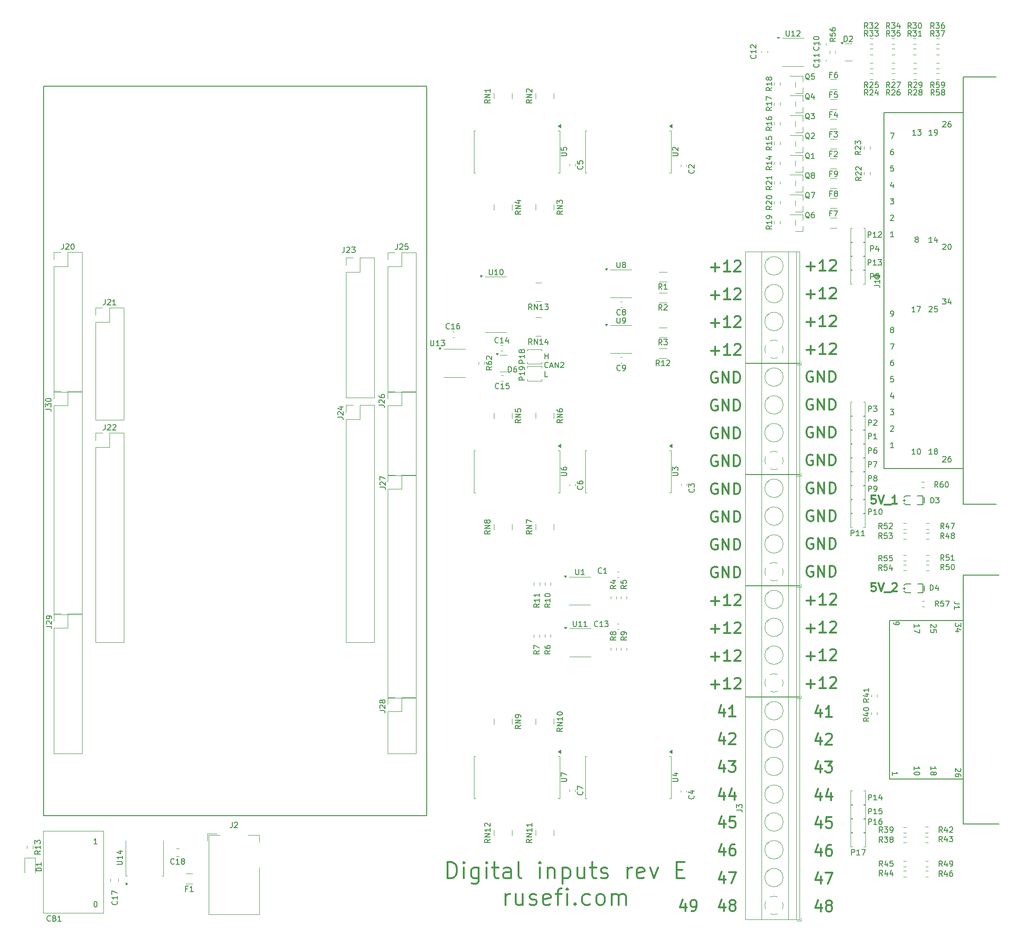
<source format=gto>
G75*
G70*
%OFA0B0*%
%FSLAX25Y25*%
%IPPOS*%
%LPD*%
%AMOC8*
5,1,8,0,0,1.08239X$1,22.5*
%
%ADD32C,0.00787*%
%ADD35C,0.00591*%
%ADD36C,0.01181*%
%ADD37C,0.00472*%
%ADD38C,0.00500*%
X0000000Y0000000D02*
%LPD*%
G01*
D35*
X0029921Y0601969D02*
X0305118Y0601969D01*
X0305118Y0077165D01*
X0029921Y0077165D01*
X0029921Y0601969D01*
D36*
X0582623Y0396595D02*
X0581873Y0396970D01*
X0581873Y0396970D02*
X0580748Y0396970D01*
X0580748Y0396970D02*
X0579623Y0396595D01*
X0579623Y0396595D02*
X0578873Y0395845D01*
X0578873Y0395845D02*
X0578498Y0395095D01*
X0578498Y0395095D02*
X0578123Y0393595D01*
X0578123Y0393595D02*
X0578123Y0392470D01*
X0578123Y0392470D02*
X0578498Y0390971D01*
X0578498Y0390971D02*
X0578873Y0390221D01*
X0578873Y0390221D02*
X0579623Y0389471D01*
X0579623Y0389471D02*
X0580748Y0389096D01*
X0580748Y0389096D02*
X0581498Y0389096D01*
X0581498Y0389096D02*
X0582623Y0389471D01*
X0582623Y0389471D02*
X0582998Y0389846D01*
X0582998Y0389846D02*
X0582998Y0392470D01*
X0582998Y0392470D02*
X0581498Y0392470D01*
X0586372Y0389096D02*
X0586372Y0396970D01*
X0586372Y0396970D02*
X0590872Y0389096D01*
X0590872Y0389096D02*
X0590872Y0396970D01*
X0594621Y0389096D02*
X0594621Y0396970D01*
X0594621Y0396970D02*
X0596496Y0396970D01*
X0596496Y0396970D02*
X0597621Y0396595D01*
X0597621Y0396595D02*
X0598371Y0395845D01*
X0598371Y0395845D02*
X0598746Y0395095D01*
X0598746Y0395095D02*
X0599121Y0393595D01*
X0599121Y0393595D02*
X0599121Y0392470D01*
X0599121Y0392470D02*
X0598746Y0390971D01*
X0598746Y0390971D02*
X0598371Y0390221D01*
X0598371Y0390221D02*
X0597621Y0389471D01*
X0597621Y0389471D02*
X0596496Y0389096D01*
X0596496Y0389096D02*
X0594621Y0389096D01*
X0578222Y0192017D02*
X0584221Y0192017D01*
X0581221Y0189017D02*
X0581221Y0195016D01*
X0592095Y0189017D02*
X0587596Y0189017D01*
X0589845Y0189017D02*
X0589845Y0196891D01*
X0589845Y0196891D02*
X0589095Y0195766D01*
X0589095Y0195766D02*
X0588346Y0195016D01*
X0588346Y0195016D02*
X0587596Y0194641D01*
X0595095Y0196141D02*
X0595470Y0196516D01*
X0595470Y0196516D02*
X0596220Y0196891D01*
X0596220Y0196891D02*
X0598094Y0196891D01*
X0598094Y0196891D02*
X0598844Y0196516D01*
X0598844Y0196516D02*
X0599219Y0196141D01*
X0599219Y0196141D02*
X0599594Y0195391D01*
X0599594Y0195391D02*
X0599594Y0194641D01*
X0599594Y0194641D02*
X0599219Y0193517D01*
X0599219Y0193517D02*
X0594720Y0189017D01*
X0594720Y0189017D02*
X0599594Y0189017D01*
X0588301Y0153637D02*
X0588301Y0148387D01*
X0586427Y0156636D02*
X0584552Y0151012D01*
X0584552Y0151012D02*
X0589426Y0151012D01*
X0596550Y0148387D02*
X0592051Y0148387D01*
X0594301Y0148387D02*
X0594301Y0156261D01*
X0594301Y0156261D02*
X0593551Y0155136D01*
X0593551Y0155136D02*
X0592801Y0154387D01*
X0592801Y0154387D02*
X0592051Y0154012D01*
X0514099Y0255985D02*
X0513349Y0256360D01*
X0513349Y0256360D02*
X0512224Y0256360D01*
X0512224Y0256360D02*
X0511100Y0255985D01*
X0511100Y0255985D02*
X0510350Y0255235D01*
X0510350Y0255235D02*
X0509975Y0254485D01*
X0509975Y0254485D02*
X0509600Y0252985D01*
X0509600Y0252985D02*
X0509600Y0251860D01*
X0509600Y0251860D02*
X0509975Y0250360D01*
X0509975Y0250360D02*
X0510350Y0249611D01*
X0510350Y0249611D02*
X0511100Y0248861D01*
X0511100Y0248861D02*
X0512224Y0248486D01*
X0512224Y0248486D02*
X0512974Y0248486D01*
X0512974Y0248486D02*
X0514099Y0248861D01*
X0514099Y0248861D02*
X0514474Y0249236D01*
X0514474Y0249236D02*
X0514474Y0251860D01*
X0514474Y0251860D02*
X0512974Y0251860D01*
X0517849Y0248486D02*
X0517849Y0256360D01*
X0517849Y0256360D02*
X0522348Y0248486D01*
X0522348Y0248486D02*
X0522348Y0256360D01*
X0526098Y0248486D02*
X0526098Y0256360D01*
X0526098Y0256360D02*
X0527972Y0256360D01*
X0527972Y0256360D02*
X0529097Y0255985D01*
X0529097Y0255985D02*
X0529847Y0255235D01*
X0529847Y0255235D02*
X0530222Y0254485D01*
X0530222Y0254485D02*
X0530597Y0252985D01*
X0530597Y0252985D02*
X0530597Y0251860D01*
X0530597Y0251860D02*
X0530222Y0250360D01*
X0530222Y0250360D02*
X0529847Y0249611D01*
X0529847Y0249611D02*
X0529097Y0248861D01*
X0529097Y0248861D02*
X0527972Y0248486D01*
X0527972Y0248486D02*
X0526098Y0248486D01*
X0627830Y0307477D02*
X0625018Y0307477D01*
X0625018Y0307477D02*
X0624737Y0304665D01*
X0624737Y0304665D02*
X0625018Y0304946D01*
X0625018Y0304946D02*
X0625580Y0305227D01*
X0625580Y0305227D02*
X0626986Y0305227D01*
X0626986Y0305227D02*
X0627549Y0304946D01*
X0627549Y0304946D02*
X0627830Y0304665D01*
X0627830Y0304665D02*
X0628111Y0304102D01*
X0628111Y0304102D02*
X0628111Y0302696D01*
X0628111Y0302696D02*
X0627830Y0302134D01*
X0627830Y0302134D02*
X0627549Y0301853D01*
X0627549Y0301853D02*
X0626986Y0301572D01*
X0626986Y0301572D02*
X0625580Y0301572D01*
X0625580Y0301572D02*
X0625018Y0301853D01*
X0625018Y0301853D02*
X0624737Y0302134D01*
X0629798Y0307477D02*
X0631767Y0301572D01*
X0631767Y0301572D02*
X0633735Y0307477D01*
X0634298Y0301009D02*
X0638797Y0301009D01*
X0643297Y0301572D02*
X0639922Y0301572D01*
X0641609Y0301572D02*
X0641609Y0307477D01*
X0641609Y0307477D02*
X0641047Y0306633D01*
X0641047Y0306633D02*
X0640485Y0306071D01*
X0640485Y0306071D02*
X0639922Y0305790D01*
X0588400Y0053558D02*
X0588400Y0048309D01*
X0586525Y0056557D02*
X0584650Y0050933D01*
X0584650Y0050933D02*
X0589525Y0050933D01*
X0595899Y0056183D02*
X0594399Y0056183D01*
X0594399Y0056183D02*
X0593649Y0055808D01*
X0593649Y0055808D02*
X0593274Y0055433D01*
X0593274Y0055433D02*
X0592524Y0054308D01*
X0592524Y0054308D02*
X0592149Y0052808D01*
X0592149Y0052808D02*
X0592149Y0049808D01*
X0592149Y0049808D02*
X0592524Y0049058D01*
X0592524Y0049058D02*
X0592899Y0048683D01*
X0592899Y0048683D02*
X0593649Y0048309D01*
X0593649Y0048309D02*
X0595149Y0048309D01*
X0595149Y0048309D02*
X0595899Y0048683D01*
X0595899Y0048683D02*
X0596274Y0049058D01*
X0596274Y0049058D02*
X0596649Y0049808D01*
X0596649Y0049808D02*
X0596649Y0051683D01*
X0596649Y0051683D02*
X0596274Y0052433D01*
X0596274Y0052433D02*
X0595899Y0052808D01*
X0595899Y0052808D02*
X0595149Y0053183D01*
X0595149Y0053183D02*
X0593649Y0053183D01*
X0593649Y0053183D02*
X0592899Y0052808D01*
X0592899Y0052808D02*
X0592524Y0052433D01*
X0592524Y0052433D02*
X0592149Y0051683D01*
X0514099Y0315985D02*
X0513349Y0316360D01*
X0513349Y0316360D02*
X0512224Y0316360D01*
X0512224Y0316360D02*
X0511100Y0315985D01*
X0511100Y0315985D02*
X0510350Y0315235D01*
X0510350Y0315235D02*
X0509975Y0314485D01*
X0509975Y0314485D02*
X0509600Y0312985D01*
X0509600Y0312985D02*
X0509600Y0311860D01*
X0509600Y0311860D02*
X0509975Y0310360D01*
X0509975Y0310360D02*
X0510350Y0309611D01*
X0510350Y0309611D02*
X0511100Y0308861D01*
X0511100Y0308861D02*
X0512224Y0308486D01*
X0512224Y0308486D02*
X0512974Y0308486D01*
X0512974Y0308486D02*
X0514099Y0308861D01*
X0514099Y0308861D02*
X0514474Y0309236D01*
X0514474Y0309236D02*
X0514474Y0311860D01*
X0514474Y0311860D02*
X0512974Y0311860D01*
X0517849Y0308486D02*
X0517849Y0316360D01*
X0517849Y0316360D02*
X0522348Y0308486D01*
X0522348Y0308486D02*
X0522348Y0316360D01*
X0526098Y0308486D02*
X0526098Y0316360D01*
X0526098Y0316360D02*
X0527972Y0316360D01*
X0527972Y0316360D02*
X0529097Y0315985D01*
X0529097Y0315985D02*
X0529847Y0315235D01*
X0529847Y0315235D02*
X0530222Y0314485D01*
X0530222Y0314485D02*
X0530597Y0312985D01*
X0530597Y0312985D02*
X0530597Y0311860D01*
X0530597Y0311860D02*
X0530222Y0310360D01*
X0530222Y0310360D02*
X0529847Y0309611D01*
X0529847Y0309611D02*
X0529097Y0308861D01*
X0529097Y0308861D02*
X0527972Y0308486D01*
X0527972Y0308486D02*
X0526098Y0308486D01*
X0627830Y0244485D02*
X0625018Y0244485D01*
X0625018Y0244485D02*
X0624737Y0241673D01*
X0624737Y0241673D02*
X0625018Y0241954D01*
X0625018Y0241954D02*
X0625580Y0242235D01*
X0625580Y0242235D02*
X0626986Y0242235D01*
X0626986Y0242235D02*
X0627549Y0241954D01*
X0627549Y0241954D02*
X0627830Y0241673D01*
X0627830Y0241673D02*
X0628111Y0241110D01*
X0628111Y0241110D02*
X0628111Y0239704D01*
X0628111Y0239704D02*
X0627830Y0239142D01*
X0627830Y0239142D02*
X0627549Y0238861D01*
X0627549Y0238861D02*
X0626986Y0238579D01*
X0626986Y0238579D02*
X0625580Y0238579D01*
X0625580Y0238579D02*
X0625018Y0238861D01*
X0625018Y0238861D02*
X0624737Y0239142D01*
X0629798Y0244485D02*
X0631767Y0238579D01*
X0631767Y0238579D02*
X0633735Y0244485D01*
X0634298Y0238017D02*
X0638797Y0238017D01*
X0639922Y0243922D02*
X0640203Y0244204D01*
X0640203Y0244204D02*
X0640766Y0244485D01*
X0640766Y0244485D02*
X0642172Y0244485D01*
X0642172Y0244485D02*
X0642734Y0244204D01*
X0642734Y0244204D02*
X0643016Y0243922D01*
X0643016Y0243922D02*
X0643297Y0243360D01*
X0643297Y0243360D02*
X0643297Y0242798D01*
X0643297Y0242798D02*
X0643016Y0241954D01*
X0643016Y0241954D02*
X0639641Y0238579D01*
X0639641Y0238579D02*
X0643297Y0238579D01*
X0578222Y0172017D02*
X0584221Y0172017D01*
X0581221Y0169017D02*
X0581221Y0175016D01*
X0592095Y0169017D02*
X0587596Y0169017D01*
X0589845Y0169017D02*
X0589845Y0176891D01*
X0589845Y0176891D02*
X0589095Y0175766D01*
X0589095Y0175766D02*
X0588346Y0175016D01*
X0588346Y0175016D02*
X0587596Y0174641D01*
X0595095Y0176141D02*
X0595470Y0176516D01*
X0595470Y0176516D02*
X0596220Y0176891D01*
X0596220Y0176891D02*
X0598094Y0176891D01*
X0598094Y0176891D02*
X0598844Y0176516D01*
X0598844Y0176516D02*
X0599219Y0176141D01*
X0599219Y0176141D02*
X0599594Y0175391D01*
X0599594Y0175391D02*
X0599594Y0174641D01*
X0599594Y0174641D02*
X0599219Y0173517D01*
X0599219Y0173517D02*
X0594720Y0169017D01*
X0594720Y0169017D02*
X0599594Y0169017D01*
X0582623Y0376595D02*
X0581873Y0376970D01*
X0581873Y0376970D02*
X0580748Y0376970D01*
X0580748Y0376970D02*
X0579623Y0376595D01*
X0579623Y0376595D02*
X0578873Y0375845D01*
X0578873Y0375845D02*
X0578498Y0375095D01*
X0578498Y0375095D02*
X0578123Y0373595D01*
X0578123Y0373595D02*
X0578123Y0372470D01*
X0578123Y0372470D02*
X0578498Y0370971D01*
X0578498Y0370971D02*
X0578873Y0370221D01*
X0578873Y0370221D02*
X0579623Y0369471D01*
X0579623Y0369471D02*
X0580748Y0369096D01*
X0580748Y0369096D02*
X0581498Y0369096D01*
X0581498Y0369096D02*
X0582623Y0369471D01*
X0582623Y0369471D02*
X0582998Y0369846D01*
X0582998Y0369846D02*
X0582998Y0372470D01*
X0582998Y0372470D02*
X0581498Y0372470D01*
X0586372Y0369096D02*
X0586372Y0376970D01*
X0586372Y0376970D02*
X0590872Y0369096D01*
X0590872Y0369096D02*
X0590872Y0376970D01*
X0594621Y0369096D02*
X0594621Y0376970D01*
X0594621Y0376970D02*
X0596496Y0376970D01*
X0596496Y0376970D02*
X0597621Y0376595D01*
X0597621Y0376595D02*
X0598371Y0375845D01*
X0598371Y0375845D02*
X0598746Y0375095D01*
X0598746Y0375095D02*
X0599121Y0373595D01*
X0599121Y0373595D02*
X0599121Y0372470D01*
X0599121Y0372470D02*
X0598746Y0370971D01*
X0598746Y0370971D02*
X0598371Y0370221D01*
X0598371Y0370221D02*
X0597621Y0369471D01*
X0597621Y0369471D02*
X0596496Y0369096D01*
X0596496Y0369096D02*
X0594621Y0369096D01*
X0509501Y0471564D02*
X0515501Y0471564D01*
X0512501Y0468564D02*
X0512501Y0474564D01*
X0523375Y0468564D02*
X0518875Y0468564D01*
X0521125Y0468564D02*
X0521125Y0476438D01*
X0521125Y0476438D02*
X0520375Y0475314D01*
X0520375Y0475314D02*
X0519625Y0474564D01*
X0519625Y0474564D02*
X0518875Y0474189D01*
X0526374Y0475689D02*
X0526749Y0476063D01*
X0526749Y0476063D02*
X0527499Y0476438D01*
X0527499Y0476438D02*
X0529374Y0476438D01*
X0529374Y0476438D02*
X0530124Y0476063D01*
X0530124Y0476063D02*
X0530499Y0475689D01*
X0530499Y0475689D02*
X0530874Y0474939D01*
X0530874Y0474939D02*
X0530874Y0474189D01*
X0530874Y0474189D02*
X0530499Y0473064D01*
X0530499Y0473064D02*
X0525999Y0468564D01*
X0525999Y0468564D02*
X0530874Y0468564D01*
X0582721Y0256516D02*
X0581971Y0256891D01*
X0581971Y0256891D02*
X0580846Y0256891D01*
X0580846Y0256891D02*
X0579722Y0256516D01*
X0579722Y0256516D02*
X0578972Y0255766D01*
X0578972Y0255766D02*
X0578597Y0255016D01*
X0578597Y0255016D02*
X0578222Y0253517D01*
X0578222Y0253517D02*
X0578222Y0252392D01*
X0578222Y0252392D02*
X0578597Y0250892D01*
X0578597Y0250892D02*
X0578972Y0250142D01*
X0578972Y0250142D02*
X0579722Y0249392D01*
X0579722Y0249392D02*
X0580846Y0249017D01*
X0580846Y0249017D02*
X0581596Y0249017D01*
X0581596Y0249017D02*
X0582721Y0249392D01*
X0582721Y0249392D02*
X0583096Y0249767D01*
X0583096Y0249767D02*
X0583096Y0252392D01*
X0583096Y0252392D02*
X0581596Y0252392D01*
X0586471Y0249017D02*
X0586471Y0256891D01*
X0586471Y0256891D02*
X0590970Y0249017D01*
X0590970Y0249017D02*
X0590970Y0256891D01*
X0594720Y0249017D02*
X0594720Y0256891D01*
X0594720Y0256891D02*
X0596594Y0256891D01*
X0596594Y0256891D02*
X0597719Y0256516D01*
X0597719Y0256516D02*
X0598469Y0255766D01*
X0598469Y0255766D02*
X0598844Y0255016D01*
X0598844Y0255016D02*
X0599219Y0253517D01*
X0599219Y0253517D02*
X0599219Y0252392D01*
X0599219Y0252392D02*
X0598844Y0250892D01*
X0598844Y0250892D02*
X0598469Y0250142D01*
X0598469Y0250142D02*
X0597719Y0249392D01*
X0597719Y0249392D02*
X0596594Y0249017D01*
X0596594Y0249017D02*
X0594720Y0249017D01*
X0588301Y0113637D02*
X0588301Y0108387D01*
X0586427Y0116636D02*
X0584552Y0111012D01*
X0584552Y0111012D02*
X0589426Y0111012D01*
X0591676Y0116261D02*
X0596550Y0116261D01*
X0596550Y0116261D02*
X0593926Y0113262D01*
X0593926Y0113262D02*
X0595051Y0113262D01*
X0595051Y0113262D02*
X0595801Y0112887D01*
X0595801Y0112887D02*
X0596175Y0112512D01*
X0596175Y0112512D02*
X0596550Y0111762D01*
X0596550Y0111762D02*
X0596550Y0109887D01*
X0596550Y0109887D02*
X0596175Y0109137D01*
X0596175Y0109137D02*
X0595801Y0108762D01*
X0595801Y0108762D02*
X0595051Y0108387D01*
X0595051Y0108387D02*
X0592801Y0108387D01*
X0592801Y0108387D02*
X0592051Y0108762D01*
X0592051Y0108762D02*
X0591676Y0109137D01*
X0514001Y0376063D02*
X0513251Y0376438D01*
X0513251Y0376438D02*
X0512126Y0376438D01*
X0512126Y0376438D02*
X0511001Y0376063D01*
X0511001Y0376063D02*
X0510251Y0375314D01*
X0510251Y0375314D02*
X0509876Y0374564D01*
X0509876Y0374564D02*
X0509501Y0373064D01*
X0509501Y0373064D02*
X0509501Y0371939D01*
X0509501Y0371939D02*
X0509876Y0370439D01*
X0509876Y0370439D02*
X0510251Y0369689D01*
X0510251Y0369689D02*
X0511001Y0368939D01*
X0511001Y0368939D02*
X0512126Y0368564D01*
X0512126Y0368564D02*
X0512876Y0368564D01*
X0512876Y0368564D02*
X0514001Y0368939D01*
X0514001Y0368939D02*
X0514376Y0369314D01*
X0514376Y0369314D02*
X0514376Y0371939D01*
X0514376Y0371939D02*
X0512876Y0371939D01*
X0517750Y0368564D02*
X0517750Y0376438D01*
X0517750Y0376438D02*
X0522250Y0368564D01*
X0522250Y0368564D02*
X0522250Y0376438D01*
X0525999Y0368564D02*
X0525999Y0376438D01*
X0525999Y0376438D02*
X0527874Y0376438D01*
X0527874Y0376438D02*
X0528999Y0376063D01*
X0528999Y0376063D02*
X0529749Y0375314D01*
X0529749Y0375314D02*
X0530124Y0374564D01*
X0530124Y0374564D02*
X0530499Y0373064D01*
X0530499Y0373064D02*
X0530499Y0371939D01*
X0530499Y0371939D02*
X0530124Y0370439D01*
X0530124Y0370439D02*
X0529749Y0369689D01*
X0529749Y0369689D02*
X0528999Y0368939D01*
X0528999Y0368939D02*
X0527874Y0368564D01*
X0527874Y0368564D02*
X0525999Y0368564D01*
X0518912Y0153952D02*
X0518912Y0148702D01*
X0517037Y0156951D02*
X0515162Y0151327D01*
X0515162Y0151327D02*
X0520037Y0151327D01*
X0527161Y0148702D02*
X0522661Y0148702D01*
X0524911Y0148702D02*
X0524911Y0156576D01*
X0524911Y0156576D02*
X0524161Y0155451D01*
X0524161Y0155451D02*
X0523411Y0154701D01*
X0523411Y0154701D02*
X0522661Y0154327D01*
X0582721Y0296516D02*
X0581971Y0296891D01*
X0581971Y0296891D02*
X0580846Y0296891D01*
X0580846Y0296891D02*
X0579722Y0296516D01*
X0579722Y0296516D02*
X0578972Y0295766D01*
X0578972Y0295766D02*
X0578597Y0295016D01*
X0578597Y0295016D02*
X0578222Y0293517D01*
X0578222Y0293517D02*
X0578222Y0292392D01*
X0578222Y0292392D02*
X0578597Y0290892D01*
X0578597Y0290892D02*
X0578972Y0290142D01*
X0578972Y0290142D02*
X0579722Y0289392D01*
X0579722Y0289392D02*
X0580846Y0289017D01*
X0580846Y0289017D02*
X0581596Y0289017D01*
X0581596Y0289017D02*
X0582721Y0289392D01*
X0582721Y0289392D02*
X0583096Y0289767D01*
X0583096Y0289767D02*
X0583096Y0292392D01*
X0583096Y0292392D02*
X0581596Y0292392D01*
X0586471Y0289017D02*
X0586471Y0296891D01*
X0586471Y0296891D02*
X0590970Y0289017D01*
X0590970Y0289017D02*
X0590970Y0296891D01*
X0594720Y0289017D02*
X0594720Y0296891D01*
X0594720Y0296891D02*
X0596594Y0296891D01*
X0596594Y0296891D02*
X0597719Y0296516D01*
X0597719Y0296516D02*
X0598469Y0295766D01*
X0598469Y0295766D02*
X0598844Y0295016D01*
X0598844Y0295016D02*
X0599219Y0293517D01*
X0599219Y0293517D02*
X0599219Y0292392D01*
X0599219Y0292392D02*
X0598844Y0290892D01*
X0598844Y0290892D02*
X0598469Y0290142D01*
X0598469Y0290142D02*
X0597719Y0289392D01*
X0597719Y0289392D02*
X0596594Y0289017D01*
X0596594Y0289017D02*
X0594720Y0289017D01*
X0578222Y0212017D02*
X0584221Y0212017D01*
X0581221Y0209017D02*
X0581221Y0215016D01*
X0592095Y0209017D02*
X0587596Y0209017D01*
X0589845Y0209017D02*
X0589845Y0216891D01*
X0589845Y0216891D02*
X0589095Y0215766D01*
X0589095Y0215766D02*
X0588346Y0215016D01*
X0588346Y0215016D02*
X0587596Y0214641D01*
X0595095Y0216141D02*
X0595470Y0216516D01*
X0595470Y0216516D02*
X0596220Y0216891D01*
X0596220Y0216891D02*
X0598094Y0216891D01*
X0598094Y0216891D02*
X0598844Y0216516D01*
X0598844Y0216516D02*
X0599219Y0216141D01*
X0599219Y0216141D02*
X0599594Y0215391D01*
X0599594Y0215391D02*
X0599594Y0214641D01*
X0599594Y0214641D02*
X0599219Y0213517D01*
X0599219Y0213517D02*
X0594720Y0209017D01*
X0594720Y0209017D02*
X0599594Y0209017D01*
X0518912Y0093952D02*
X0518912Y0088702D01*
X0517037Y0096951D02*
X0515162Y0091327D01*
X0515162Y0091327D02*
X0520037Y0091327D01*
X0526411Y0093952D02*
X0526411Y0088702D01*
X0524536Y0096951D02*
X0522661Y0091327D01*
X0522661Y0091327D02*
X0527536Y0091327D01*
X0588400Y0033558D02*
X0588400Y0028309D01*
X0586525Y0036557D02*
X0584650Y0030933D01*
X0584650Y0030933D02*
X0589525Y0030933D01*
X0591774Y0036183D02*
X0597024Y0036183D01*
X0597024Y0036183D02*
X0593649Y0028309D01*
X0582721Y0316516D02*
X0581971Y0316891D01*
X0581971Y0316891D02*
X0580846Y0316891D01*
X0580846Y0316891D02*
X0579722Y0316516D01*
X0579722Y0316516D02*
X0578972Y0315766D01*
X0578972Y0315766D02*
X0578597Y0315016D01*
X0578597Y0315016D02*
X0578222Y0313517D01*
X0578222Y0313517D02*
X0578222Y0312392D01*
X0578222Y0312392D02*
X0578597Y0310892D01*
X0578597Y0310892D02*
X0578972Y0310142D01*
X0578972Y0310142D02*
X0579722Y0309392D01*
X0579722Y0309392D02*
X0580846Y0309017D01*
X0580846Y0309017D02*
X0581596Y0309017D01*
X0581596Y0309017D02*
X0582721Y0309392D01*
X0582721Y0309392D02*
X0583096Y0309767D01*
X0583096Y0309767D02*
X0583096Y0312392D01*
X0583096Y0312392D02*
X0581596Y0312392D01*
X0586471Y0309017D02*
X0586471Y0316891D01*
X0586471Y0316891D02*
X0590970Y0309017D01*
X0590970Y0309017D02*
X0590970Y0316891D01*
X0594720Y0309017D02*
X0594720Y0316891D01*
X0594720Y0316891D02*
X0596594Y0316891D01*
X0596594Y0316891D02*
X0597719Y0316516D01*
X0597719Y0316516D02*
X0598469Y0315766D01*
X0598469Y0315766D02*
X0598844Y0315016D01*
X0598844Y0315016D02*
X0599219Y0313517D01*
X0599219Y0313517D02*
X0599219Y0312392D01*
X0599219Y0312392D02*
X0598844Y0310892D01*
X0598844Y0310892D02*
X0598469Y0310142D01*
X0598469Y0310142D02*
X0597719Y0309392D01*
X0597719Y0309392D02*
X0596594Y0309017D01*
X0596594Y0309017D02*
X0594720Y0309017D01*
X0514001Y0396063D02*
X0513251Y0396438D01*
X0513251Y0396438D02*
X0512126Y0396438D01*
X0512126Y0396438D02*
X0511001Y0396063D01*
X0511001Y0396063D02*
X0510251Y0395314D01*
X0510251Y0395314D02*
X0509876Y0394564D01*
X0509876Y0394564D02*
X0509501Y0393064D01*
X0509501Y0393064D02*
X0509501Y0391939D01*
X0509501Y0391939D02*
X0509876Y0390439D01*
X0509876Y0390439D02*
X0510251Y0389689D01*
X0510251Y0389689D02*
X0511001Y0388939D01*
X0511001Y0388939D02*
X0512126Y0388564D01*
X0512126Y0388564D02*
X0512876Y0388564D01*
X0512876Y0388564D02*
X0514001Y0388939D01*
X0514001Y0388939D02*
X0514376Y0389314D01*
X0514376Y0389314D02*
X0514376Y0391939D01*
X0514376Y0391939D02*
X0512876Y0391939D01*
X0517750Y0388564D02*
X0517750Y0396438D01*
X0517750Y0396438D02*
X0522250Y0388564D01*
X0522250Y0388564D02*
X0522250Y0396438D01*
X0525999Y0388564D02*
X0525999Y0396438D01*
X0525999Y0396438D02*
X0527874Y0396438D01*
X0527874Y0396438D02*
X0528999Y0396063D01*
X0528999Y0396063D02*
X0529749Y0395314D01*
X0529749Y0395314D02*
X0530124Y0394564D01*
X0530124Y0394564D02*
X0530499Y0393064D01*
X0530499Y0393064D02*
X0530499Y0391939D01*
X0530499Y0391939D02*
X0530124Y0390439D01*
X0530124Y0390439D02*
X0529749Y0389689D01*
X0529749Y0389689D02*
X0528999Y0388939D01*
X0528999Y0388939D02*
X0527874Y0388564D01*
X0527874Y0388564D02*
X0525999Y0388564D01*
X0514001Y0356063D02*
X0513251Y0356438D01*
X0513251Y0356438D02*
X0512126Y0356438D01*
X0512126Y0356438D02*
X0511001Y0356063D01*
X0511001Y0356063D02*
X0510251Y0355314D01*
X0510251Y0355314D02*
X0509876Y0354564D01*
X0509876Y0354564D02*
X0509501Y0353064D01*
X0509501Y0353064D02*
X0509501Y0351939D01*
X0509501Y0351939D02*
X0509876Y0350439D01*
X0509876Y0350439D02*
X0510251Y0349689D01*
X0510251Y0349689D02*
X0511001Y0348939D01*
X0511001Y0348939D02*
X0512126Y0348564D01*
X0512126Y0348564D02*
X0512876Y0348564D01*
X0512876Y0348564D02*
X0514001Y0348939D01*
X0514001Y0348939D02*
X0514376Y0349314D01*
X0514376Y0349314D02*
X0514376Y0351939D01*
X0514376Y0351939D02*
X0512876Y0351939D01*
X0517750Y0348564D02*
X0517750Y0356438D01*
X0517750Y0356438D02*
X0522250Y0348564D01*
X0522250Y0348564D02*
X0522250Y0356438D01*
X0525999Y0348564D02*
X0525999Y0356438D01*
X0525999Y0356438D02*
X0527874Y0356438D01*
X0527874Y0356438D02*
X0528999Y0356063D01*
X0528999Y0356063D02*
X0529749Y0355314D01*
X0529749Y0355314D02*
X0530124Y0354564D01*
X0530124Y0354564D02*
X0530499Y0353064D01*
X0530499Y0353064D02*
X0530499Y0351939D01*
X0530499Y0351939D02*
X0530124Y0350439D01*
X0530124Y0350439D02*
X0529749Y0349689D01*
X0529749Y0349689D02*
X0528999Y0348939D01*
X0528999Y0348939D02*
X0527874Y0348564D01*
X0527874Y0348564D02*
X0525999Y0348564D01*
X0518912Y0113952D02*
X0518912Y0108702D01*
X0517037Y0116951D02*
X0515162Y0111327D01*
X0515162Y0111327D02*
X0520037Y0111327D01*
X0522286Y0116576D02*
X0527161Y0116576D01*
X0527161Y0116576D02*
X0524536Y0113577D01*
X0524536Y0113577D02*
X0525661Y0113577D01*
X0525661Y0113577D02*
X0526411Y0113202D01*
X0526411Y0113202D02*
X0526786Y0112827D01*
X0526786Y0112827D02*
X0527161Y0112077D01*
X0527161Y0112077D02*
X0527161Y0110202D01*
X0527161Y0110202D02*
X0526786Y0109452D01*
X0526786Y0109452D02*
X0526411Y0109077D01*
X0526411Y0109077D02*
X0525661Y0108702D01*
X0525661Y0108702D02*
X0523411Y0108702D01*
X0523411Y0108702D02*
X0522661Y0109077D01*
X0522661Y0109077D02*
X0522286Y0109452D01*
X0578123Y0452096D02*
X0584123Y0452096D01*
X0581123Y0449096D02*
X0581123Y0455095D01*
X0591997Y0449096D02*
X0587497Y0449096D01*
X0589747Y0449096D02*
X0589747Y0456970D01*
X0589747Y0456970D02*
X0588997Y0455845D01*
X0588997Y0455845D02*
X0588247Y0455095D01*
X0588247Y0455095D02*
X0587497Y0454720D01*
X0594996Y0456220D02*
X0595371Y0456595D01*
X0595371Y0456595D02*
X0596121Y0456970D01*
X0596121Y0456970D02*
X0597996Y0456970D01*
X0597996Y0456970D02*
X0598746Y0456595D01*
X0598746Y0456595D02*
X0599121Y0456220D01*
X0599121Y0456220D02*
X0599496Y0455470D01*
X0599496Y0455470D02*
X0599496Y0454720D01*
X0599496Y0454720D02*
X0599121Y0453595D01*
X0599121Y0453595D02*
X0594621Y0449096D01*
X0594621Y0449096D02*
X0599496Y0449096D01*
X0582623Y0356595D02*
X0581873Y0356970D01*
X0581873Y0356970D02*
X0580748Y0356970D01*
X0580748Y0356970D02*
X0579623Y0356595D01*
X0579623Y0356595D02*
X0578873Y0355845D01*
X0578873Y0355845D02*
X0578498Y0355095D01*
X0578498Y0355095D02*
X0578123Y0353595D01*
X0578123Y0353595D02*
X0578123Y0352470D01*
X0578123Y0352470D02*
X0578498Y0350971D01*
X0578498Y0350971D02*
X0578873Y0350221D01*
X0578873Y0350221D02*
X0579623Y0349471D01*
X0579623Y0349471D02*
X0580748Y0349096D01*
X0580748Y0349096D02*
X0581498Y0349096D01*
X0581498Y0349096D02*
X0582623Y0349471D01*
X0582623Y0349471D02*
X0582998Y0349846D01*
X0582998Y0349846D02*
X0582998Y0352470D01*
X0582998Y0352470D02*
X0581498Y0352470D01*
X0586372Y0349096D02*
X0586372Y0356970D01*
X0586372Y0356970D02*
X0590872Y0349096D01*
X0590872Y0349096D02*
X0590872Y0356970D01*
X0594621Y0349096D02*
X0594621Y0356970D01*
X0594621Y0356970D02*
X0596496Y0356970D01*
X0596496Y0356970D02*
X0597621Y0356595D01*
X0597621Y0356595D02*
X0598371Y0355845D01*
X0598371Y0355845D02*
X0598746Y0355095D01*
X0598746Y0355095D02*
X0599121Y0353595D01*
X0599121Y0353595D02*
X0599121Y0352470D01*
X0599121Y0352470D02*
X0598746Y0350971D01*
X0598746Y0350971D02*
X0598371Y0350221D01*
X0598371Y0350221D02*
X0597621Y0349471D01*
X0597621Y0349471D02*
X0596496Y0349096D01*
X0596496Y0349096D02*
X0594621Y0349096D01*
X0509600Y0231485D02*
X0515599Y0231485D01*
X0512599Y0228486D02*
X0512599Y0234485D01*
X0523473Y0228486D02*
X0518974Y0228486D01*
X0521223Y0228486D02*
X0521223Y0236360D01*
X0521223Y0236360D02*
X0520473Y0235235D01*
X0520473Y0235235D02*
X0519723Y0234485D01*
X0519723Y0234485D02*
X0518974Y0234110D01*
X0526473Y0235610D02*
X0526848Y0235985D01*
X0526848Y0235985D02*
X0527597Y0236360D01*
X0527597Y0236360D02*
X0529472Y0236360D01*
X0529472Y0236360D02*
X0530222Y0235985D01*
X0530222Y0235985D02*
X0530597Y0235610D01*
X0530597Y0235610D02*
X0530972Y0234860D01*
X0530972Y0234860D02*
X0530972Y0234110D01*
X0530972Y0234110D02*
X0530597Y0232985D01*
X0530597Y0232985D02*
X0526098Y0228486D01*
X0526098Y0228486D02*
X0530972Y0228486D01*
X0588400Y0013558D02*
X0588400Y0008309D01*
X0586525Y0016557D02*
X0584650Y0010933D01*
X0584650Y0010933D02*
X0589525Y0010933D01*
X0593649Y0012808D02*
X0592899Y0013183D01*
X0592899Y0013183D02*
X0592524Y0013558D01*
X0592524Y0013558D02*
X0592149Y0014308D01*
X0592149Y0014308D02*
X0592149Y0014683D01*
X0592149Y0014683D02*
X0592524Y0015433D01*
X0592524Y0015433D02*
X0592899Y0015808D01*
X0592899Y0015808D02*
X0593649Y0016183D01*
X0593649Y0016183D02*
X0595149Y0016183D01*
X0595149Y0016183D02*
X0595899Y0015808D01*
X0595899Y0015808D02*
X0596274Y0015433D01*
X0596274Y0015433D02*
X0596649Y0014683D01*
X0596649Y0014683D02*
X0596649Y0014308D01*
X0596649Y0014308D02*
X0596274Y0013558D01*
X0596274Y0013558D02*
X0595899Y0013183D01*
X0595899Y0013183D02*
X0595149Y0012808D01*
X0595149Y0012808D02*
X0593649Y0012808D01*
X0593649Y0012808D02*
X0592899Y0012433D01*
X0592899Y0012433D02*
X0592524Y0012058D01*
X0592524Y0012058D02*
X0592149Y0011308D01*
X0592149Y0011308D02*
X0592149Y0009808D01*
X0592149Y0009808D02*
X0592524Y0009058D01*
X0592524Y0009058D02*
X0592899Y0008683D01*
X0592899Y0008683D02*
X0593649Y0008309D01*
X0593649Y0008309D02*
X0595149Y0008309D01*
X0595149Y0008309D02*
X0595899Y0008683D01*
X0595899Y0008683D02*
X0596274Y0009058D01*
X0596274Y0009058D02*
X0596649Y0009808D01*
X0596649Y0009808D02*
X0596649Y0011308D01*
X0596649Y0011308D02*
X0596274Y0012058D01*
X0596274Y0012058D02*
X0595899Y0012433D01*
X0595899Y0012433D02*
X0595149Y0012808D01*
X0519010Y0033873D02*
X0519010Y0028623D01*
X0517135Y0036872D02*
X0515261Y0031248D01*
X0515261Y0031248D02*
X0520135Y0031248D01*
X0522385Y0036497D02*
X0527634Y0036497D01*
X0527634Y0036497D02*
X0524259Y0028623D01*
X0320191Y0032058D02*
X0320191Y0043869D01*
X0320191Y0043869D02*
X0323003Y0043869D01*
X0323003Y0043869D02*
X0324691Y0043306D01*
X0324691Y0043306D02*
X0325816Y0042181D01*
X0325816Y0042181D02*
X0326378Y0041057D01*
X0326378Y0041057D02*
X0326940Y0038807D01*
X0326940Y0038807D02*
X0326940Y0037120D01*
X0326940Y0037120D02*
X0326378Y0034870D01*
X0326378Y0034870D02*
X0325816Y0033745D01*
X0325816Y0033745D02*
X0324691Y0032620D01*
X0324691Y0032620D02*
X0323003Y0032058D01*
X0323003Y0032058D02*
X0320191Y0032058D01*
X0332002Y0032058D02*
X0332002Y0039932D01*
X0332002Y0043869D02*
X0331440Y0043306D01*
X0331440Y0043306D02*
X0332002Y0042744D01*
X0332002Y0042744D02*
X0332565Y0043306D01*
X0332565Y0043306D02*
X0332002Y0043869D01*
X0332002Y0043869D02*
X0332002Y0042744D01*
X0342688Y0039932D02*
X0342688Y0030370D01*
X0342688Y0030370D02*
X0342126Y0029246D01*
X0342126Y0029246D02*
X0341564Y0028683D01*
X0341564Y0028683D02*
X0340439Y0028121D01*
X0340439Y0028121D02*
X0338751Y0028121D01*
X0338751Y0028121D02*
X0337627Y0028683D01*
X0342688Y0032620D02*
X0341564Y0032058D01*
X0341564Y0032058D02*
X0339314Y0032058D01*
X0339314Y0032058D02*
X0338189Y0032620D01*
X0338189Y0032620D02*
X0337627Y0033183D01*
X0337627Y0033183D02*
X0337064Y0034307D01*
X0337064Y0034307D02*
X0337064Y0037682D01*
X0337064Y0037682D02*
X0337627Y0038807D01*
X0337627Y0038807D02*
X0338189Y0039369D01*
X0338189Y0039369D02*
X0339314Y0039932D01*
X0339314Y0039932D02*
X0341564Y0039932D01*
X0341564Y0039932D02*
X0342688Y0039369D01*
X0348313Y0032058D02*
X0348313Y0039932D01*
X0348313Y0043869D02*
X0347750Y0043306D01*
X0347750Y0043306D02*
X0348313Y0042744D01*
X0348313Y0042744D02*
X0348875Y0043306D01*
X0348875Y0043306D02*
X0348313Y0043869D01*
X0348313Y0043869D02*
X0348313Y0042744D01*
X0352250Y0039932D02*
X0356749Y0039932D01*
X0353937Y0043869D02*
X0353937Y0033745D01*
X0353937Y0033745D02*
X0354499Y0032620D01*
X0354499Y0032620D02*
X0355624Y0032058D01*
X0355624Y0032058D02*
X0356749Y0032058D01*
X0365748Y0032058D02*
X0365748Y0038244D01*
X0365748Y0038244D02*
X0365186Y0039369D01*
X0365186Y0039369D02*
X0364061Y0039932D01*
X0364061Y0039932D02*
X0361811Y0039932D01*
X0361811Y0039932D02*
X0360686Y0039369D01*
X0365748Y0032620D02*
X0364623Y0032058D01*
X0364623Y0032058D02*
X0361811Y0032058D01*
X0361811Y0032058D02*
X0360686Y0032620D01*
X0360686Y0032620D02*
X0360124Y0033745D01*
X0360124Y0033745D02*
X0360124Y0034870D01*
X0360124Y0034870D02*
X0360686Y0035995D01*
X0360686Y0035995D02*
X0361811Y0036557D01*
X0361811Y0036557D02*
X0364623Y0036557D01*
X0364623Y0036557D02*
X0365748Y0037120D01*
X0373060Y0032058D02*
X0371935Y0032620D01*
X0371935Y0032620D02*
X0371372Y0033745D01*
X0371372Y0033745D02*
X0371372Y0043869D01*
X0386558Y0032058D02*
X0386558Y0039932D01*
X0386558Y0043869D02*
X0385996Y0043306D01*
X0385996Y0043306D02*
X0386558Y0042744D01*
X0386558Y0042744D02*
X0387120Y0043306D01*
X0387120Y0043306D02*
X0386558Y0043869D01*
X0386558Y0043869D02*
X0386558Y0042744D01*
X0392182Y0039932D02*
X0392182Y0032058D01*
X0392182Y0038807D02*
X0392745Y0039369D01*
X0392745Y0039369D02*
X0393870Y0039932D01*
X0393870Y0039932D02*
X0395557Y0039932D01*
X0395557Y0039932D02*
X0396682Y0039369D01*
X0396682Y0039369D02*
X0397244Y0038244D01*
X0397244Y0038244D02*
X0397244Y0032058D01*
X0402868Y0039932D02*
X0402868Y0028121D01*
X0402868Y0039369D02*
X0403993Y0039932D01*
X0403993Y0039932D02*
X0406243Y0039932D01*
X0406243Y0039932D02*
X0407368Y0039369D01*
X0407368Y0039369D02*
X0407930Y0038807D01*
X0407930Y0038807D02*
X0408493Y0037682D01*
X0408493Y0037682D02*
X0408493Y0034307D01*
X0408493Y0034307D02*
X0407930Y0033183D01*
X0407930Y0033183D02*
X0407368Y0032620D01*
X0407368Y0032620D02*
X0406243Y0032058D01*
X0406243Y0032058D02*
X0403993Y0032058D01*
X0403993Y0032058D02*
X0402868Y0032620D01*
X0418616Y0039932D02*
X0418616Y0032058D01*
X0413555Y0039932D02*
X0413555Y0033745D01*
X0413555Y0033745D02*
X0414117Y0032620D01*
X0414117Y0032620D02*
X0415242Y0032058D01*
X0415242Y0032058D02*
X0416929Y0032058D01*
X0416929Y0032058D02*
X0418054Y0032620D01*
X0418054Y0032620D02*
X0418616Y0033183D01*
X0422553Y0039932D02*
X0427053Y0039932D01*
X0424241Y0043869D02*
X0424241Y0033745D01*
X0424241Y0033745D02*
X0424803Y0032620D01*
X0424803Y0032620D02*
X0425928Y0032058D01*
X0425928Y0032058D02*
X0427053Y0032058D01*
X0430427Y0032620D02*
X0431552Y0032058D01*
X0431552Y0032058D02*
X0433802Y0032058D01*
X0433802Y0032058D02*
X0434927Y0032620D01*
X0434927Y0032620D02*
X0435489Y0033745D01*
X0435489Y0033745D02*
X0435489Y0034307D01*
X0435489Y0034307D02*
X0434927Y0035432D01*
X0434927Y0035432D02*
X0433802Y0035995D01*
X0433802Y0035995D02*
X0432115Y0035995D01*
X0432115Y0035995D02*
X0430990Y0036557D01*
X0430990Y0036557D02*
X0430427Y0037682D01*
X0430427Y0037682D02*
X0430427Y0038244D01*
X0430427Y0038244D02*
X0430990Y0039369D01*
X0430990Y0039369D02*
X0432115Y0039932D01*
X0432115Y0039932D02*
X0433802Y0039932D01*
X0433802Y0039932D02*
X0434927Y0039369D01*
X0449550Y0032058D02*
X0449550Y0039932D01*
X0449550Y0037682D02*
X0450112Y0038807D01*
X0450112Y0038807D02*
X0450675Y0039369D01*
X0450675Y0039369D02*
X0451800Y0039932D01*
X0451800Y0039932D02*
X0452925Y0039932D01*
X0461361Y0032620D02*
X0460236Y0032058D01*
X0460236Y0032058D02*
X0457987Y0032058D01*
X0457987Y0032058D02*
X0456862Y0032620D01*
X0456862Y0032620D02*
X0456299Y0033745D01*
X0456299Y0033745D02*
X0456299Y0038244D01*
X0456299Y0038244D02*
X0456862Y0039369D01*
X0456862Y0039369D02*
X0457987Y0039932D01*
X0457987Y0039932D02*
X0460236Y0039932D01*
X0460236Y0039932D02*
X0461361Y0039369D01*
X0461361Y0039369D02*
X0461924Y0038244D01*
X0461924Y0038244D02*
X0461924Y0037120D01*
X0461924Y0037120D02*
X0456299Y0035995D01*
X0465861Y0039932D02*
X0468673Y0032058D01*
X0468673Y0032058D02*
X0471485Y0039932D01*
X0484983Y0038244D02*
X0488920Y0038244D01*
X0490607Y0032058D02*
X0484983Y0032058D01*
X0484983Y0032058D02*
X0484983Y0043869D01*
X0484983Y0043869D02*
X0490607Y0043869D01*
X0361811Y0013043D02*
X0361811Y0020917D01*
X0361811Y0018667D02*
X0362373Y0019792D01*
X0362373Y0019792D02*
X0362936Y0020354D01*
X0362936Y0020354D02*
X0364061Y0020917D01*
X0364061Y0020917D02*
X0365186Y0020917D01*
X0374184Y0020917D02*
X0374184Y0013043D01*
X0369123Y0020917D02*
X0369123Y0014730D01*
X0369123Y0014730D02*
X0369685Y0013605D01*
X0369685Y0013605D02*
X0370810Y0013043D01*
X0370810Y0013043D02*
X0372497Y0013043D01*
X0372497Y0013043D02*
X0373622Y0013605D01*
X0373622Y0013605D02*
X0374184Y0014167D01*
X0379246Y0013605D02*
X0380371Y0013043D01*
X0380371Y0013043D02*
X0382621Y0013043D01*
X0382621Y0013043D02*
X0383746Y0013605D01*
X0383746Y0013605D02*
X0384308Y0014730D01*
X0384308Y0014730D02*
X0384308Y0015292D01*
X0384308Y0015292D02*
X0383746Y0016417D01*
X0383746Y0016417D02*
X0382621Y0016980D01*
X0382621Y0016980D02*
X0380934Y0016980D01*
X0380934Y0016980D02*
X0379809Y0017542D01*
X0379809Y0017542D02*
X0379246Y0018667D01*
X0379246Y0018667D02*
X0379246Y0019229D01*
X0379246Y0019229D02*
X0379809Y0020354D01*
X0379809Y0020354D02*
X0380934Y0020917D01*
X0380934Y0020917D02*
X0382621Y0020917D01*
X0382621Y0020917D02*
X0383746Y0020354D01*
X0393870Y0013605D02*
X0392745Y0013043D01*
X0392745Y0013043D02*
X0390495Y0013043D01*
X0390495Y0013043D02*
X0389370Y0013605D01*
X0389370Y0013605D02*
X0388808Y0014730D01*
X0388808Y0014730D02*
X0388808Y0019229D01*
X0388808Y0019229D02*
X0389370Y0020354D01*
X0389370Y0020354D02*
X0390495Y0020917D01*
X0390495Y0020917D02*
X0392745Y0020917D01*
X0392745Y0020917D02*
X0393870Y0020354D01*
X0393870Y0020354D02*
X0394432Y0019229D01*
X0394432Y0019229D02*
X0394432Y0018104D01*
X0394432Y0018104D02*
X0388808Y0016980D01*
X0397807Y0020917D02*
X0402306Y0020917D01*
X0399494Y0013043D02*
X0399494Y0023166D01*
X0399494Y0023166D02*
X0400056Y0024291D01*
X0400056Y0024291D02*
X0401181Y0024854D01*
X0401181Y0024854D02*
X0402306Y0024854D01*
X0406243Y0013043D02*
X0406243Y0020917D01*
X0406243Y0024854D02*
X0405681Y0024291D01*
X0405681Y0024291D02*
X0406243Y0023729D01*
X0406243Y0023729D02*
X0406805Y0024291D01*
X0406805Y0024291D02*
X0406243Y0024854D01*
X0406243Y0024854D02*
X0406243Y0023729D01*
X0411867Y0014167D02*
X0412430Y0013605D01*
X0412430Y0013605D02*
X0411867Y0013043D01*
X0411867Y0013043D02*
X0411305Y0013605D01*
X0411305Y0013605D02*
X0411867Y0014167D01*
X0411867Y0014167D02*
X0411867Y0013043D01*
X0422553Y0013605D02*
X0421429Y0013043D01*
X0421429Y0013043D02*
X0419179Y0013043D01*
X0419179Y0013043D02*
X0418054Y0013605D01*
X0418054Y0013605D02*
X0417492Y0014167D01*
X0417492Y0014167D02*
X0416929Y0015292D01*
X0416929Y0015292D02*
X0416929Y0018667D01*
X0416929Y0018667D02*
X0417492Y0019792D01*
X0417492Y0019792D02*
X0418054Y0020354D01*
X0418054Y0020354D02*
X0419179Y0020917D01*
X0419179Y0020917D02*
X0421429Y0020917D01*
X0421429Y0020917D02*
X0422553Y0020354D01*
X0429303Y0013043D02*
X0428178Y0013605D01*
X0428178Y0013605D02*
X0427615Y0014167D01*
X0427615Y0014167D02*
X0427053Y0015292D01*
X0427053Y0015292D02*
X0427053Y0018667D01*
X0427053Y0018667D02*
X0427615Y0019792D01*
X0427615Y0019792D02*
X0428178Y0020354D01*
X0428178Y0020354D02*
X0429303Y0020917D01*
X0429303Y0020917D02*
X0430990Y0020917D01*
X0430990Y0020917D02*
X0432115Y0020354D01*
X0432115Y0020354D02*
X0432677Y0019792D01*
X0432677Y0019792D02*
X0433240Y0018667D01*
X0433240Y0018667D02*
X0433240Y0015292D01*
X0433240Y0015292D02*
X0432677Y0014167D01*
X0432677Y0014167D02*
X0432115Y0013605D01*
X0432115Y0013605D02*
X0430990Y0013043D01*
X0430990Y0013043D02*
X0429303Y0013043D01*
X0438301Y0013043D02*
X0438301Y0020917D01*
X0438301Y0019792D02*
X0438864Y0020354D01*
X0438864Y0020354D02*
X0439989Y0020917D01*
X0439989Y0020917D02*
X0441676Y0020917D01*
X0441676Y0020917D02*
X0442801Y0020354D01*
X0442801Y0020354D02*
X0443363Y0019229D01*
X0443363Y0019229D02*
X0443363Y0013043D01*
X0443363Y0019229D02*
X0443926Y0020354D01*
X0443926Y0020354D02*
X0445051Y0020917D01*
X0445051Y0020917D02*
X0446738Y0020917D01*
X0446738Y0020917D02*
X0447863Y0020354D01*
X0447863Y0020354D02*
X0448425Y0019229D01*
X0448425Y0019229D02*
X0448425Y0013043D01*
X0578123Y0412096D02*
X0584123Y0412096D01*
X0581123Y0409096D02*
X0581123Y0415095D01*
X0591997Y0409096D02*
X0587497Y0409096D01*
X0589747Y0409096D02*
X0589747Y0416970D01*
X0589747Y0416970D02*
X0588997Y0415845D01*
X0588997Y0415845D02*
X0588247Y0415095D01*
X0588247Y0415095D02*
X0587497Y0414720D01*
X0594996Y0416220D02*
X0595371Y0416595D01*
X0595371Y0416595D02*
X0596121Y0416970D01*
X0596121Y0416970D02*
X0597996Y0416970D01*
X0597996Y0416970D02*
X0598746Y0416595D01*
X0598746Y0416595D02*
X0599121Y0416220D01*
X0599121Y0416220D02*
X0599496Y0415470D01*
X0599496Y0415470D02*
X0599496Y0414720D01*
X0599496Y0414720D02*
X0599121Y0413595D01*
X0599121Y0413595D02*
X0594621Y0409096D01*
X0594621Y0409096D02*
X0599496Y0409096D01*
X0509600Y0171485D02*
X0515599Y0171485D01*
X0512599Y0168486D02*
X0512599Y0174485D01*
X0523473Y0168486D02*
X0518974Y0168486D01*
X0521223Y0168486D02*
X0521223Y0176360D01*
X0521223Y0176360D02*
X0520473Y0175235D01*
X0520473Y0175235D02*
X0519723Y0174485D01*
X0519723Y0174485D02*
X0518974Y0174110D01*
X0526473Y0175610D02*
X0526848Y0175985D01*
X0526848Y0175985D02*
X0527597Y0176360D01*
X0527597Y0176360D02*
X0529472Y0176360D01*
X0529472Y0176360D02*
X0530222Y0175985D01*
X0530222Y0175985D02*
X0530597Y0175610D01*
X0530597Y0175610D02*
X0530972Y0174860D01*
X0530972Y0174860D02*
X0530972Y0174110D01*
X0530972Y0174110D02*
X0530597Y0172985D01*
X0530597Y0172985D02*
X0526098Y0168486D01*
X0526098Y0168486D02*
X0530972Y0168486D01*
X0519010Y0053873D02*
X0519010Y0048623D01*
X0517135Y0056872D02*
X0515261Y0051248D01*
X0515261Y0051248D02*
X0520135Y0051248D01*
X0526509Y0056497D02*
X0525009Y0056497D01*
X0525009Y0056497D02*
X0524259Y0056123D01*
X0524259Y0056123D02*
X0523885Y0055748D01*
X0523885Y0055748D02*
X0523135Y0054623D01*
X0523135Y0054623D02*
X0522760Y0053123D01*
X0522760Y0053123D02*
X0522760Y0050123D01*
X0522760Y0050123D02*
X0523135Y0049373D01*
X0523135Y0049373D02*
X0523510Y0048998D01*
X0523510Y0048998D02*
X0524259Y0048623D01*
X0524259Y0048623D02*
X0525759Y0048623D01*
X0525759Y0048623D02*
X0526509Y0048998D01*
X0526509Y0048998D02*
X0526884Y0049373D01*
X0526884Y0049373D02*
X0527259Y0050123D01*
X0527259Y0050123D02*
X0527259Y0051998D01*
X0527259Y0051998D02*
X0526884Y0052748D01*
X0526884Y0052748D02*
X0526509Y0053123D01*
X0526509Y0053123D02*
X0525759Y0053498D01*
X0525759Y0053498D02*
X0524259Y0053498D01*
X0524259Y0053498D02*
X0523510Y0053123D01*
X0523510Y0053123D02*
X0523135Y0052748D01*
X0523135Y0052748D02*
X0522760Y0051998D01*
X0578123Y0432096D02*
X0584123Y0432096D01*
X0581123Y0429096D02*
X0581123Y0435095D01*
X0591997Y0429096D02*
X0587497Y0429096D01*
X0589747Y0429096D02*
X0589747Y0436970D01*
X0589747Y0436970D02*
X0588997Y0435845D01*
X0588997Y0435845D02*
X0588247Y0435095D01*
X0588247Y0435095D02*
X0587497Y0434720D01*
X0594996Y0436220D02*
X0595371Y0436595D01*
X0595371Y0436595D02*
X0596121Y0436970D01*
X0596121Y0436970D02*
X0597996Y0436970D01*
X0597996Y0436970D02*
X0598746Y0436595D01*
X0598746Y0436595D02*
X0599121Y0436220D01*
X0599121Y0436220D02*
X0599496Y0435470D01*
X0599496Y0435470D02*
X0599496Y0434720D01*
X0599496Y0434720D02*
X0599121Y0433595D01*
X0599121Y0433595D02*
X0594621Y0429096D01*
X0594621Y0429096D02*
X0599496Y0429096D01*
X0514099Y0295985D02*
X0513349Y0296360D01*
X0513349Y0296360D02*
X0512224Y0296360D01*
X0512224Y0296360D02*
X0511100Y0295985D01*
X0511100Y0295985D02*
X0510350Y0295235D01*
X0510350Y0295235D02*
X0509975Y0294485D01*
X0509975Y0294485D02*
X0509600Y0292985D01*
X0509600Y0292985D02*
X0509600Y0291860D01*
X0509600Y0291860D02*
X0509975Y0290360D01*
X0509975Y0290360D02*
X0510350Y0289611D01*
X0510350Y0289611D02*
X0511100Y0288861D01*
X0511100Y0288861D02*
X0512224Y0288486D01*
X0512224Y0288486D02*
X0512974Y0288486D01*
X0512974Y0288486D02*
X0514099Y0288861D01*
X0514099Y0288861D02*
X0514474Y0289236D01*
X0514474Y0289236D02*
X0514474Y0291860D01*
X0514474Y0291860D02*
X0512974Y0291860D01*
X0517849Y0288486D02*
X0517849Y0296360D01*
X0517849Y0296360D02*
X0522348Y0288486D01*
X0522348Y0288486D02*
X0522348Y0296360D01*
X0526098Y0288486D02*
X0526098Y0296360D01*
X0526098Y0296360D02*
X0527972Y0296360D01*
X0527972Y0296360D02*
X0529097Y0295985D01*
X0529097Y0295985D02*
X0529847Y0295235D01*
X0529847Y0295235D02*
X0530222Y0294485D01*
X0530222Y0294485D02*
X0530597Y0292985D01*
X0530597Y0292985D02*
X0530597Y0291860D01*
X0530597Y0291860D02*
X0530222Y0290360D01*
X0530222Y0290360D02*
X0529847Y0289611D01*
X0529847Y0289611D02*
X0529097Y0288861D01*
X0529097Y0288861D02*
X0527972Y0288486D01*
X0527972Y0288486D02*
X0526098Y0288486D01*
X0582721Y0276516D02*
X0581971Y0276891D01*
X0581971Y0276891D02*
X0580846Y0276891D01*
X0580846Y0276891D02*
X0579722Y0276516D01*
X0579722Y0276516D02*
X0578972Y0275766D01*
X0578972Y0275766D02*
X0578597Y0275016D01*
X0578597Y0275016D02*
X0578222Y0273517D01*
X0578222Y0273517D02*
X0578222Y0272392D01*
X0578222Y0272392D02*
X0578597Y0270892D01*
X0578597Y0270892D02*
X0578972Y0270142D01*
X0578972Y0270142D02*
X0579722Y0269392D01*
X0579722Y0269392D02*
X0580846Y0269017D01*
X0580846Y0269017D02*
X0581596Y0269017D01*
X0581596Y0269017D02*
X0582721Y0269392D01*
X0582721Y0269392D02*
X0583096Y0269767D01*
X0583096Y0269767D02*
X0583096Y0272392D01*
X0583096Y0272392D02*
X0581596Y0272392D01*
X0586471Y0269017D02*
X0586471Y0276891D01*
X0586471Y0276891D02*
X0590970Y0269017D01*
X0590970Y0269017D02*
X0590970Y0276891D01*
X0594720Y0269017D02*
X0594720Y0276891D01*
X0594720Y0276891D02*
X0596594Y0276891D01*
X0596594Y0276891D02*
X0597719Y0276516D01*
X0597719Y0276516D02*
X0598469Y0275766D01*
X0598469Y0275766D02*
X0598844Y0275016D01*
X0598844Y0275016D02*
X0599219Y0273517D01*
X0599219Y0273517D02*
X0599219Y0272392D01*
X0599219Y0272392D02*
X0598844Y0270892D01*
X0598844Y0270892D02*
X0598469Y0270142D01*
X0598469Y0270142D02*
X0597719Y0269392D01*
X0597719Y0269392D02*
X0596594Y0269017D01*
X0596594Y0269017D02*
X0594720Y0269017D01*
X0578123Y0472096D02*
X0584123Y0472096D01*
X0581123Y0469096D02*
X0581123Y0475095D01*
X0591997Y0469096D02*
X0587497Y0469096D01*
X0589747Y0469096D02*
X0589747Y0476970D01*
X0589747Y0476970D02*
X0588997Y0475845D01*
X0588997Y0475845D02*
X0588247Y0475095D01*
X0588247Y0475095D02*
X0587497Y0474720D01*
X0594996Y0476220D02*
X0595371Y0476595D01*
X0595371Y0476595D02*
X0596121Y0476970D01*
X0596121Y0476970D02*
X0597996Y0476970D01*
X0597996Y0476970D02*
X0598746Y0476595D01*
X0598746Y0476595D02*
X0599121Y0476220D01*
X0599121Y0476220D02*
X0599496Y0475470D01*
X0599496Y0475470D02*
X0599496Y0474720D01*
X0599496Y0474720D02*
X0599121Y0473595D01*
X0599121Y0473595D02*
X0594621Y0469096D01*
X0594621Y0469096D02*
X0599496Y0469096D01*
X0518912Y0133952D02*
X0518912Y0128702D01*
X0517037Y0136951D02*
X0515162Y0131327D01*
X0515162Y0131327D02*
X0520037Y0131327D01*
X0522661Y0135826D02*
X0523036Y0136201D01*
X0523036Y0136201D02*
X0523786Y0136576D01*
X0523786Y0136576D02*
X0525661Y0136576D01*
X0525661Y0136576D02*
X0526411Y0136201D01*
X0526411Y0136201D02*
X0526786Y0135826D01*
X0526786Y0135826D02*
X0527161Y0135076D01*
X0527161Y0135076D02*
X0527161Y0134327D01*
X0527161Y0134327D02*
X0526786Y0133202D01*
X0526786Y0133202D02*
X0522286Y0128702D01*
X0522286Y0128702D02*
X0527161Y0128702D01*
X0509600Y0211485D02*
X0515599Y0211485D01*
X0512599Y0208486D02*
X0512599Y0214485D01*
X0523473Y0208486D02*
X0518974Y0208486D01*
X0521223Y0208486D02*
X0521223Y0216360D01*
X0521223Y0216360D02*
X0520473Y0215235D01*
X0520473Y0215235D02*
X0519723Y0214485D01*
X0519723Y0214485D02*
X0518974Y0214110D01*
X0526473Y0215610D02*
X0526848Y0215985D01*
X0526848Y0215985D02*
X0527597Y0216360D01*
X0527597Y0216360D02*
X0529472Y0216360D01*
X0529472Y0216360D02*
X0530222Y0215985D01*
X0530222Y0215985D02*
X0530597Y0215610D01*
X0530597Y0215610D02*
X0530972Y0214860D01*
X0530972Y0214860D02*
X0530972Y0214110D01*
X0530972Y0214110D02*
X0530597Y0212985D01*
X0530597Y0212985D02*
X0526098Y0208486D01*
X0526098Y0208486D02*
X0530972Y0208486D01*
X0588400Y0073558D02*
X0588400Y0068309D01*
X0586525Y0076557D02*
X0584650Y0070933D01*
X0584650Y0070933D02*
X0589525Y0070933D01*
X0596274Y0076183D02*
X0592524Y0076183D01*
X0592524Y0076183D02*
X0592149Y0072433D01*
X0592149Y0072433D02*
X0592524Y0072808D01*
X0592524Y0072808D02*
X0593274Y0073183D01*
X0593274Y0073183D02*
X0595149Y0073183D01*
X0595149Y0073183D02*
X0595899Y0072808D01*
X0595899Y0072808D02*
X0596274Y0072433D01*
X0596274Y0072433D02*
X0596649Y0071683D01*
X0596649Y0071683D02*
X0596649Y0069808D01*
X0596649Y0069808D02*
X0596274Y0069058D01*
X0596274Y0069058D02*
X0595899Y0068683D01*
X0595899Y0068683D02*
X0595149Y0068309D01*
X0595149Y0068309D02*
X0593274Y0068309D01*
X0593274Y0068309D02*
X0592524Y0068683D01*
X0592524Y0068683D02*
X0592149Y0069058D01*
X0578222Y0232017D02*
X0584221Y0232017D01*
X0581221Y0229017D02*
X0581221Y0235016D01*
X0592095Y0229017D02*
X0587596Y0229017D01*
X0589845Y0229017D02*
X0589845Y0236891D01*
X0589845Y0236891D02*
X0589095Y0235766D01*
X0589095Y0235766D02*
X0588346Y0235016D01*
X0588346Y0235016D02*
X0587596Y0234641D01*
X0595095Y0236141D02*
X0595470Y0236516D01*
X0595470Y0236516D02*
X0596220Y0236891D01*
X0596220Y0236891D02*
X0598094Y0236891D01*
X0598094Y0236891D02*
X0598844Y0236516D01*
X0598844Y0236516D02*
X0599219Y0236141D01*
X0599219Y0236141D02*
X0599594Y0235391D01*
X0599594Y0235391D02*
X0599594Y0234641D01*
X0599594Y0234641D02*
X0599219Y0233517D01*
X0599219Y0233517D02*
X0594720Y0229017D01*
X0594720Y0229017D02*
X0599594Y0229017D01*
X0509501Y0451564D02*
X0515501Y0451564D01*
X0512501Y0448564D02*
X0512501Y0454564D01*
X0523375Y0448564D02*
X0518875Y0448564D01*
X0521125Y0448564D02*
X0521125Y0456438D01*
X0521125Y0456438D02*
X0520375Y0455314D01*
X0520375Y0455314D02*
X0519625Y0454564D01*
X0519625Y0454564D02*
X0518875Y0454189D01*
X0526374Y0455689D02*
X0526749Y0456063D01*
X0526749Y0456063D02*
X0527499Y0456438D01*
X0527499Y0456438D02*
X0529374Y0456438D01*
X0529374Y0456438D02*
X0530124Y0456063D01*
X0530124Y0456063D02*
X0530499Y0455689D01*
X0530499Y0455689D02*
X0530874Y0454939D01*
X0530874Y0454939D02*
X0530874Y0454189D01*
X0530874Y0454189D02*
X0530499Y0453064D01*
X0530499Y0453064D02*
X0525999Y0448564D01*
X0525999Y0448564D02*
X0530874Y0448564D01*
X0582623Y0336595D02*
X0581873Y0336970D01*
X0581873Y0336970D02*
X0580748Y0336970D01*
X0580748Y0336970D02*
X0579623Y0336595D01*
X0579623Y0336595D02*
X0578873Y0335845D01*
X0578873Y0335845D02*
X0578498Y0335095D01*
X0578498Y0335095D02*
X0578123Y0333595D01*
X0578123Y0333595D02*
X0578123Y0332470D01*
X0578123Y0332470D02*
X0578498Y0330971D01*
X0578498Y0330971D02*
X0578873Y0330221D01*
X0578873Y0330221D02*
X0579623Y0329471D01*
X0579623Y0329471D02*
X0580748Y0329096D01*
X0580748Y0329096D02*
X0581498Y0329096D01*
X0581498Y0329096D02*
X0582623Y0329471D01*
X0582623Y0329471D02*
X0582998Y0329846D01*
X0582998Y0329846D02*
X0582998Y0332470D01*
X0582998Y0332470D02*
X0581498Y0332470D01*
X0586372Y0329096D02*
X0586372Y0336970D01*
X0586372Y0336970D02*
X0590872Y0329096D01*
X0590872Y0329096D02*
X0590872Y0336970D01*
X0594621Y0329096D02*
X0594621Y0336970D01*
X0594621Y0336970D02*
X0596496Y0336970D01*
X0596496Y0336970D02*
X0597621Y0336595D01*
X0597621Y0336595D02*
X0598371Y0335845D01*
X0598371Y0335845D02*
X0598746Y0335095D01*
X0598746Y0335095D02*
X0599121Y0333595D01*
X0599121Y0333595D02*
X0599121Y0332470D01*
X0599121Y0332470D02*
X0598746Y0330971D01*
X0598746Y0330971D02*
X0598371Y0330221D01*
X0598371Y0330221D02*
X0597621Y0329471D01*
X0597621Y0329471D02*
X0596496Y0329096D01*
X0596496Y0329096D02*
X0594621Y0329096D01*
X0588301Y0133637D02*
X0588301Y0128387D01*
X0586427Y0136636D02*
X0584552Y0131012D01*
X0584552Y0131012D02*
X0589426Y0131012D01*
X0592051Y0135511D02*
X0592426Y0135886D01*
X0592426Y0135886D02*
X0593176Y0136261D01*
X0593176Y0136261D02*
X0595051Y0136261D01*
X0595051Y0136261D02*
X0595801Y0135886D01*
X0595801Y0135886D02*
X0596175Y0135511D01*
X0596175Y0135511D02*
X0596550Y0134761D01*
X0596550Y0134761D02*
X0596550Y0134012D01*
X0596550Y0134012D02*
X0596175Y0132887D01*
X0596175Y0132887D02*
X0591676Y0128387D01*
X0591676Y0128387D02*
X0596550Y0128387D01*
X0509600Y0191485D02*
X0515599Y0191485D01*
X0512599Y0188486D02*
X0512599Y0194485D01*
X0523473Y0188486D02*
X0518974Y0188486D01*
X0521223Y0188486D02*
X0521223Y0196360D01*
X0521223Y0196360D02*
X0520473Y0195235D01*
X0520473Y0195235D02*
X0519723Y0194485D01*
X0519723Y0194485D02*
X0518974Y0194110D01*
X0526473Y0195610D02*
X0526848Y0195985D01*
X0526848Y0195985D02*
X0527597Y0196360D01*
X0527597Y0196360D02*
X0529472Y0196360D01*
X0529472Y0196360D02*
X0530222Y0195985D01*
X0530222Y0195985D02*
X0530597Y0195610D01*
X0530597Y0195610D02*
X0530972Y0194860D01*
X0530972Y0194860D02*
X0530972Y0194110D01*
X0530972Y0194110D02*
X0530597Y0192985D01*
X0530597Y0192985D02*
X0526098Y0188486D01*
X0526098Y0188486D02*
X0530972Y0188486D01*
X0491057Y0013873D02*
X0491057Y0008623D01*
X0489183Y0016872D02*
X0487308Y0011248D01*
X0487308Y0011248D02*
X0492182Y0011248D01*
X0495557Y0008623D02*
X0497057Y0008623D01*
X0497057Y0008623D02*
X0497807Y0008998D01*
X0497807Y0008998D02*
X0498181Y0009373D01*
X0498181Y0009373D02*
X0498931Y0010498D01*
X0498931Y0010498D02*
X0499306Y0011998D01*
X0499306Y0011998D02*
X0499306Y0014998D01*
X0499306Y0014998D02*
X0498931Y0015748D01*
X0498931Y0015748D02*
X0498556Y0016123D01*
X0498556Y0016123D02*
X0497807Y0016497D01*
X0497807Y0016497D02*
X0496307Y0016497D01*
X0496307Y0016497D02*
X0495557Y0016123D01*
X0495557Y0016123D02*
X0495182Y0015748D01*
X0495182Y0015748D02*
X0494807Y0014998D01*
X0494807Y0014998D02*
X0494807Y0013123D01*
X0494807Y0013123D02*
X0495182Y0012373D01*
X0495182Y0012373D02*
X0495557Y0011998D01*
X0495557Y0011998D02*
X0496307Y0011623D01*
X0496307Y0011623D02*
X0497807Y0011623D01*
X0497807Y0011623D02*
X0498556Y0011998D01*
X0498556Y0011998D02*
X0498931Y0012373D01*
X0498931Y0012373D02*
X0499306Y0013123D01*
X0519010Y0073873D02*
X0519010Y0068623D01*
X0517135Y0076872D02*
X0515261Y0071248D01*
X0515261Y0071248D02*
X0520135Y0071248D01*
X0526884Y0076497D02*
X0523135Y0076497D01*
X0523135Y0076497D02*
X0522760Y0072748D01*
X0522760Y0072748D02*
X0523135Y0073123D01*
X0523135Y0073123D02*
X0523885Y0073498D01*
X0523885Y0073498D02*
X0525759Y0073498D01*
X0525759Y0073498D02*
X0526509Y0073123D01*
X0526509Y0073123D02*
X0526884Y0072748D01*
X0526884Y0072748D02*
X0527259Y0071998D01*
X0527259Y0071998D02*
X0527259Y0070123D01*
X0527259Y0070123D02*
X0526884Y0069373D01*
X0526884Y0069373D02*
X0526509Y0068998D01*
X0526509Y0068998D02*
X0525759Y0068623D01*
X0525759Y0068623D02*
X0523885Y0068623D01*
X0523885Y0068623D02*
X0523135Y0068998D01*
X0523135Y0068998D02*
X0522760Y0069373D01*
X0519010Y0013873D02*
X0519010Y0008623D01*
X0517135Y0016872D02*
X0515261Y0011248D01*
X0515261Y0011248D02*
X0520135Y0011248D01*
X0524259Y0013123D02*
X0523510Y0013498D01*
X0523510Y0013498D02*
X0523135Y0013873D01*
X0523135Y0013873D02*
X0522760Y0014623D01*
X0522760Y0014623D02*
X0522760Y0014998D01*
X0522760Y0014998D02*
X0523135Y0015748D01*
X0523135Y0015748D02*
X0523510Y0016123D01*
X0523510Y0016123D02*
X0524259Y0016497D01*
X0524259Y0016497D02*
X0525759Y0016497D01*
X0525759Y0016497D02*
X0526509Y0016123D01*
X0526509Y0016123D02*
X0526884Y0015748D01*
X0526884Y0015748D02*
X0527259Y0014998D01*
X0527259Y0014998D02*
X0527259Y0014623D01*
X0527259Y0014623D02*
X0526884Y0013873D01*
X0526884Y0013873D02*
X0526509Y0013498D01*
X0526509Y0013498D02*
X0525759Y0013123D01*
X0525759Y0013123D02*
X0524259Y0013123D01*
X0524259Y0013123D02*
X0523510Y0012748D01*
X0523510Y0012748D02*
X0523135Y0012373D01*
X0523135Y0012373D02*
X0522760Y0011623D01*
X0522760Y0011623D02*
X0522760Y0010123D01*
X0522760Y0010123D02*
X0523135Y0009373D01*
X0523135Y0009373D02*
X0523510Y0008998D01*
X0523510Y0008998D02*
X0524259Y0008623D01*
X0524259Y0008623D02*
X0525759Y0008623D01*
X0525759Y0008623D02*
X0526509Y0008998D01*
X0526509Y0008998D02*
X0526884Y0009373D01*
X0526884Y0009373D02*
X0527259Y0010123D01*
X0527259Y0010123D02*
X0527259Y0011623D01*
X0527259Y0011623D02*
X0526884Y0012373D01*
X0526884Y0012373D02*
X0526509Y0012748D01*
X0526509Y0012748D02*
X0525759Y0013123D01*
X0514099Y0275985D02*
X0513349Y0276360D01*
X0513349Y0276360D02*
X0512224Y0276360D01*
X0512224Y0276360D02*
X0511100Y0275985D01*
X0511100Y0275985D02*
X0510350Y0275235D01*
X0510350Y0275235D02*
X0509975Y0274485D01*
X0509975Y0274485D02*
X0509600Y0272985D01*
X0509600Y0272985D02*
X0509600Y0271860D01*
X0509600Y0271860D02*
X0509975Y0270360D01*
X0509975Y0270360D02*
X0510350Y0269611D01*
X0510350Y0269611D02*
X0511100Y0268861D01*
X0511100Y0268861D02*
X0512224Y0268486D01*
X0512224Y0268486D02*
X0512974Y0268486D01*
X0512974Y0268486D02*
X0514099Y0268861D01*
X0514099Y0268861D02*
X0514474Y0269236D01*
X0514474Y0269236D02*
X0514474Y0271860D01*
X0514474Y0271860D02*
X0512974Y0271860D01*
X0517849Y0268486D02*
X0517849Y0276360D01*
X0517849Y0276360D02*
X0522348Y0268486D01*
X0522348Y0268486D02*
X0522348Y0276360D01*
X0526098Y0268486D02*
X0526098Y0276360D01*
X0526098Y0276360D02*
X0527972Y0276360D01*
X0527972Y0276360D02*
X0529097Y0275985D01*
X0529097Y0275985D02*
X0529847Y0275235D01*
X0529847Y0275235D02*
X0530222Y0274485D01*
X0530222Y0274485D02*
X0530597Y0272985D01*
X0530597Y0272985D02*
X0530597Y0271860D01*
X0530597Y0271860D02*
X0530222Y0270360D01*
X0530222Y0270360D02*
X0529847Y0269611D01*
X0529847Y0269611D02*
X0529097Y0268861D01*
X0529097Y0268861D02*
X0527972Y0268486D01*
X0527972Y0268486D02*
X0526098Y0268486D01*
X0514001Y0336063D02*
X0513251Y0336438D01*
X0513251Y0336438D02*
X0512126Y0336438D01*
X0512126Y0336438D02*
X0511001Y0336063D01*
X0511001Y0336063D02*
X0510251Y0335314D01*
X0510251Y0335314D02*
X0509876Y0334564D01*
X0509876Y0334564D02*
X0509501Y0333064D01*
X0509501Y0333064D02*
X0509501Y0331939D01*
X0509501Y0331939D02*
X0509876Y0330439D01*
X0509876Y0330439D02*
X0510251Y0329689D01*
X0510251Y0329689D02*
X0511001Y0328939D01*
X0511001Y0328939D02*
X0512126Y0328564D01*
X0512126Y0328564D02*
X0512876Y0328564D01*
X0512876Y0328564D02*
X0514001Y0328939D01*
X0514001Y0328939D02*
X0514376Y0329314D01*
X0514376Y0329314D02*
X0514376Y0331939D01*
X0514376Y0331939D02*
X0512876Y0331939D01*
X0517750Y0328564D02*
X0517750Y0336438D01*
X0517750Y0336438D02*
X0522250Y0328564D01*
X0522250Y0328564D02*
X0522250Y0336438D01*
X0525999Y0328564D02*
X0525999Y0336438D01*
X0525999Y0336438D02*
X0527874Y0336438D01*
X0527874Y0336438D02*
X0528999Y0336063D01*
X0528999Y0336063D02*
X0529749Y0335314D01*
X0529749Y0335314D02*
X0530124Y0334564D01*
X0530124Y0334564D02*
X0530499Y0333064D01*
X0530499Y0333064D02*
X0530499Y0331939D01*
X0530499Y0331939D02*
X0530124Y0330439D01*
X0530124Y0330439D02*
X0529749Y0329689D01*
X0529749Y0329689D02*
X0528999Y0328939D01*
X0528999Y0328939D02*
X0527874Y0328564D01*
X0527874Y0328564D02*
X0525999Y0328564D01*
X0509501Y0411564D02*
X0515501Y0411564D01*
X0512501Y0408564D02*
X0512501Y0414564D01*
X0523375Y0408564D02*
X0518875Y0408564D01*
X0521125Y0408564D02*
X0521125Y0416438D01*
X0521125Y0416438D02*
X0520375Y0415314D01*
X0520375Y0415314D02*
X0519625Y0414564D01*
X0519625Y0414564D02*
X0518875Y0414189D01*
X0526374Y0415689D02*
X0526749Y0416063D01*
X0526749Y0416063D02*
X0527499Y0416438D01*
X0527499Y0416438D02*
X0529374Y0416438D01*
X0529374Y0416438D02*
X0530124Y0416063D01*
X0530124Y0416063D02*
X0530499Y0415689D01*
X0530499Y0415689D02*
X0530874Y0414939D01*
X0530874Y0414939D02*
X0530874Y0414189D01*
X0530874Y0414189D02*
X0530499Y0413064D01*
X0530499Y0413064D02*
X0525999Y0408564D01*
X0525999Y0408564D02*
X0530874Y0408564D01*
X0588301Y0093637D02*
X0588301Y0088387D01*
X0586427Y0096636D02*
X0584552Y0091012D01*
X0584552Y0091012D02*
X0589426Y0091012D01*
X0595801Y0093637D02*
X0595801Y0088387D01*
X0593926Y0096636D02*
X0592051Y0091012D01*
X0592051Y0091012D02*
X0596925Y0091012D01*
D35*
X0390302Y0405729D02*
X0390302Y0409666D01*
X0390302Y0407791D02*
X0392552Y0407791D01*
X0392552Y0405729D02*
X0392552Y0409666D01*
X0392552Y0399765D02*
X0392365Y0399578D01*
X0392365Y0399578D02*
X0391802Y0399390D01*
X0391802Y0399390D02*
X0391427Y0399390D01*
X0391427Y0399390D02*
X0390865Y0399578D01*
X0390865Y0399578D02*
X0390490Y0399953D01*
X0390490Y0399953D02*
X0390302Y0400328D01*
X0390302Y0400328D02*
X0390115Y0401078D01*
X0390115Y0401078D02*
X0390115Y0401640D01*
X0390115Y0401640D02*
X0390302Y0402390D01*
X0390302Y0402390D02*
X0390490Y0402765D01*
X0390490Y0402765D02*
X0390865Y0403140D01*
X0390865Y0403140D02*
X0391427Y0403327D01*
X0391427Y0403327D02*
X0391802Y0403327D01*
X0391802Y0403327D02*
X0392365Y0403140D01*
X0392365Y0403140D02*
X0392552Y0402953D01*
X0394052Y0400515D02*
X0395927Y0400515D01*
X0393677Y0399390D02*
X0394989Y0403327D01*
X0394989Y0403327D02*
X0396302Y0399390D01*
X0397614Y0399390D02*
X0397614Y0403327D01*
X0397614Y0403327D02*
X0399864Y0399390D01*
X0399864Y0399390D02*
X0399864Y0403327D01*
X0401551Y0402953D02*
X0401738Y0403140D01*
X0401738Y0403140D02*
X0402113Y0403327D01*
X0402113Y0403327D02*
X0403051Y0403327D01*
X0403051Y0403327D02*
X0403426Y0403140D01*
X0403426Y0403140D02*
X0403613Y0402953D01*
X0403613Y0402953D02*
X0403801Y0402578D01*
X0403801Y0402578D02*
X0403801Y0402203D01*
X0403801Y0402203D02*
X0403613Y0401640D01*
X0403613Y0401640D02*
X0401363Y0399390D01*
X0401363Y0399390D02*
X0403801Y0399390D01*
X0392177Y0393052D02*
X0390302Y0393052D01*
X0390302Y0393052D02*
X0390302Y0396989D01*
D36*
X0509501Y0431564D02*
X0515501Y0431564D01*
X0512501Y0428564D02*
X0512501Y0434564D01*
X0523375Y0428564D02*
X0518875Y0428564D01*
X0521125Y0428564D02*
X0521125Y0436438D01*
X0521125Y0436438D02*
X0520375Y0435314D01*
X0520375Y0435314D02*
X0519625Y0434564D01*
X0519625Y0434564D02*
X0518875Y0434189D01*
X0526374Y0435689D02*
X0526749Y0436063D01*
X0526749Y0436063D02*
X0527499Y0436438D01*
X0527499Y0436438D02*
X0529374Y0436438D01*
X0529374Y0436438D02*
X0530124Y0436063D01*
X0530124Y0436063D02*
X0530499Y0435689D01*
X0530499Y0435689D02*
X0530874Y0434939D01*
X0530874Y0434939D02*
X0530874Y0434189D01*
X0530874Y0434189D02*
X0530499Y0433064D01*
X0530499Y0433064D02*
X0525999Y0428564D01*
X0525999Y0428564D02*
X0530874Y0428564D01*
D35*
X0632902Y0058052D02*
X0631590Y0059927D01*
X0630652Y0058052D02*
X0630652Y0061989D01*
X0630652Y0061989D02*
X0632152Y0061989D01*
X0632152Y0061989D02*
X0632527Y0061801D01*
X0632527Y0061801D02*
X0632715Y0061614D01*
X0632715Y0061614D02*
X0632902Y0061239D01*
X0632902Y0061239D02*
X0632902Y0060677D01*
X0632902Y0060677D02*
X0632715Y0060302D01*
X0632715Y0060302D02*
X0632527Y0060114D01*
X0632527Y0060114D02*
X0632152Y0059927D01*
X0632152Y0059927D02*
X0630652Y0059927D01*
X0634214Y0061989D02*
X0636652Y0061989D01*
X0636652Y0061989D02*
X0635339Y0060489D01*
X0635339Y0060489D02*
X0635902Y0060489D01*
X0635902Y0060489D02*
X0636277Y0060302D01*
X0636277Y0060302D02*
X0636464Y0060114D01*
X0636464Y0060114D02*
X0636652Y0059739D01*
X0636652Y0059739D02*
X0636652Y0058802D01*
X0636652Y0058802D02*
X0636464Y0058427D01*
X0636464Y0058427D02*
X0636277Y0058239D01*
X0636277Y0058239D02*
X0635902Y0058052D01*
X0635902Y0058052D02*
X0634777Y0058052D01*
X0634777Y0058052D02*
X0634402Y0058239D01*
X0634402Y0058239D02*
X0634214Y0058427D01*
X0638901Y0060302D02*
X0638526Y0060489D01*
X0638526Y0060489D02*
X0638339Y0060677D01*
X0638339Y0060677D02*
X0638151Y0061052D01*
X0638151Y0061052D02*
X0638151Y0061239D01*
X0638151Y0061239D02*
X0638339Y0061614D01*
X0638339Y0061614D02*
X0638526Y0061801D01*
X0638526Y0061801D02*
X0638901Y0061989D01*
X0638901Y0061989D02*
X0639651Y0061989D01*
X0639651Y0061989D02*
X0640026Y0061801D01*
X0640026Y0061801D02*
X0640214Y0061614D01*
X0640214Y0061614D02*
X0640401Y0061239D01*
X0640401Y0061239D02*
X0640401Y0061052D01*
X0640401Y0061052D02*
X0640214Y0060677D01*
X0640214Y0060677D02*
X0640026Y0060489D01*
X0640026Y0060489D02*
X0639651Y0060302D01*
X0639651Y0060302D02*
X0638901Y0060302D01*
X0638901Y0060302D02*
X0638526Y0060114D01*
X0638526Y0060114D02*
X0638339Y0059927D01*
X0638339Y0059927D02*
X0638151Y0059552D01*
X0638151Y0059552D02*
X0638151Y0058802D01*
X0638151Y0058802D02*
X0638339Y0058427D01*
X0638339Y0058427D02*
X0638526Y0058239D01*
X0638526Y0058239D02*
X0638901Y0058052D01*
X0638901Y0058052D02*
X0639651Y0058052D01*
X0639651Y0058052D02*
X0640026Y0058239D01*
X0640026Y0058239D02*
X0640214Y0058427D01*
X0640214Y0058427D02*
X0640401Y0058802D01*
X0640401Y0058802D02*
X0640401Y0059552D01*
X0640401Y0059552D02*
X0640214Y0059927D01*
X0640214Y0059927D02*
X0640026Y0060114D01*
X0640026Y0060114D02*
X0639651Y0060302D01*
X0596325Y0610114D02*
X0595013Y0610114D01*
X0595013Y0608052D02*
X0595013Y0611989D01*
X0595013Y0611989D02*
X0596888Y0611989D01*
X0600075Y0611989D02*
X0599325Y0611989D01*
X0599325Y0611989D02*
X0598950Y0611801D01*
X0598950Y0611801D02*
X0598763Y0611614D01*
X0598763Y0611614D02*
X0598388Y0611052D01*
X0598388Y0611052D02*
X0598200Y0610302D01*
X0598200Y0610302D02*
X0598200Y0608802D01*
X0598200Y0608802D02*
X0598388Y0608427D01*
X0598388Y0608427D02*
X0598575Y0608239D01*
X0598575Y0608239D02*
X0598950Y0608052D01*
X0598950Y0608052D02*
X0599700Y0608052D01*
X0599700Y0608052D02*
X0600075Y0608239D01*
X0600075Y0608239D02*
X0600262Y0608427D01*
X0600262Y0608427D02*
X0600450Y0608802D01*
X0600450Y0608802D02*
X0600450Y0609739D01*
X0600450Y0609739D02*
X0600262Y0610114D01*
X0600262Y0610114D02*
X0600075Y0610302D01*
X0600075Y0610302D02*
X0599700Y0610489D01*
X0599700Y0610489D02*
X0598950Y0610489D01*
X0598950Y0610489D02*
X0598575Y0610302D01*
X0598575Y0610302D02*
X0598388Y0610114D01*
X0598388Y0610114D02*
X0598200Y0609739D01*
X0626987Y0458624D02*
X0629800Y0458624D01*
X0629800Y0458624D02*
X0630362Y0458436D01*
X0630362Y0458436D02*
X0630737Y0458061D01*
X0630737Y0458061D02*
X0630924Y0457499D01*
X0630924Y0457499D02*
X0630924Y0457124D01*
X0630924Y0462561D02*
X0630924Y0460311D01*
X0630924Y0461436D02*
X0626987Y0461436D01*
X0626987Y0461436D02*
X0627550Y0461061D01*
X0627550Y0461061D02*
X0627925Y0460686D01*
X0627925Y0460686D02*
X0628112Y0460311D01*
X0630924Y0464436D02*
X0630924Y0465186D01*
X0630924Y0465186D02*
X0630737Y0465561D01*
X0630737Y0465561D02*
X0630550Y0465748D01*
X0630550Y0465748D02*
X0629987Y0466123D01*
X0629987Y0466123D02*
X0629237Y0466310D01*
X0629237Y0466310D02*
X0627737Y0466310D01*
X0627737Y0466310D02*
X0627362Y0466123D01*
X0627362Y0466123D02*
X0627175Y0465936D01*
X0627175Y0465936D02*
X0626987Y0465561D01*
X0626987Y0465561D02*
X0626987Y0464811D01*
X0626987Y0464811D02*
X0627175Y0464436D01*
X0627175Y0464436D02*
X0627362Y0464248D01*
X0627362Y0464248D02*
X0627737Y0464061D01*
X0627737Y0464061D02*
X0628675Y0464061D01*
X0628675Y0464061D02*
X0629050Y0464248D01*
X0629050Y0464248D02*
X0629237Y0464436D01*
X0629237Y0464436D02*
X0629425Y0464811D01*
X0629425Y0464811D02*
X0629425Y0465561D01*
X0629425Y0465561D02*
X0629237Y0465936D01*
X0629237Y0465936D02*
X0629050Y0466123D01*
X0629050Y0466123D02*
X0628675Y0466310D01*
X0656337Y0439548D02*
X0654087Y0439548D01*
X0655212Y0439548D02*
X0655212Y0443485D01*
X0655212Y0443485D02*
X0654837Y0442923D01*
X0654837Y0442923D02*
X0654462Y0442548D01*
X0654462Y0442548D02*
X0654087Y0442360D01*
X0657649Y0443485D02*
X0660274Y0443485D01*
X0660274Y0443485D02*
X0658586Y0439548D01*
X0675947Y0448997D02*
X0678384Y0448997D01*
X0678384Y0448997D02*
X0677072Y0447497D01*
X0677072Y0447497D02*
X0677634Y0447497D01*
X0677634Y0447497D02*
X0678009Y0447309D01*
X0678009Y0447309D02*
X0678196Y0447122D01*
X0678196Y0447122D02*
X0678384Y0446747D01*
X0678384Y0446747D02*
X0678384Y0445810D01*
X0678384Y0445810D02*
X0678196Y0445435D01*
X0678196Y0445435D02*
X0678009Y0445247D01*
X0678009Y0445247D02*
X0677634Y0445060D01*
X0677634Y0445060D02*
X0676509Y0445060D01*
X0676509Y0445060D02*
X0676134Y0445247D01*
X0676134Y0445247D02*
X0675947Y0445435D01*
X0681759Y0447684D02*
X0681759Y0445060D01*
X0680821Y0449184D02*
X0679884Y0446372D01*
X0679884Y0446372D02*
X0682321Y0446372D01*
X0668541Y0337186D02*
X0666292Y0337186D01*
X0667417Y0337186D02*
X0667417Y0341123D01*
X0667417Y0341123D02*
X0667042Y0340560D01*
X0667042Y0340560D02*
X0666667Y0340185D01*
X0666667Y0340185D02*
X0666292Y0339998D01*
X0670791Y0339435D02*
X0670416Y0339623D01*
X0670416Y0339623D02*
X0670229Y0339810D01*
X0670229Y0339810D02*
X0670041Y0340185D01*
X0670041Y0340185D02*
X0670041Y0340373D01*
X0670041Y0340373D02*
X0670229Y0340748D01*
X0670229Y0340748D02*
X0670416Y0340935D01*
X0670416Y0340935D02*
X0670791Y0341123D01*
X0670791Y0341123D02*
X0671541Y0341123D01*
X0671541Y0341123D02*
X0671916Y0340935D01*
X0671916Y0340935D02*
X0672103Y0340748D01*
X0672103Y0340748D02*
X0672291Y0340373D01*
X0672291Y0340373D02*
X0672291Y0340185D01*
X0672291Y0340185D02*
X0672103Y0339810D01*
X0672103Y0339810D02*
X0671916Y0339623D01*
X0671916Y0339623D02*
X0671541Y0339435D01*
X0671541Y0339435D02*
X0670791Y0339435D01*
X0670791Y0339435D02*
X0670416Y0339248D01*
X0670416Y0339248D02*
X0670229Y0339061D01*
X0670229Y0339061D02*
X0670041Y0338686D01*
X0670041Y0338686D02*
X0670041Y0337936D01*
X0670041Y0337936D02*
X0670229Y0337561D01*
X0670229Y0337561D02*
X0670416Y0337373D01*
X0670416Y0337373D02*
X0670791Y0337186D01*
X0670791Y0337186D02*
X0671541Y0337186D01*
X0671541Y0337186D02*
X0671916Y0337373D01*
X0671916Y0337373D02*
X0672103Y0337561D01*
X0672103Y0337561D02*
X0672291Y0337936D01*
X0672291Y0337936D02*
X0672291Y0338686D01*
X0672291Y0338686D02*
X0672103Y0339061D01*
X0672103Y0339061D02*
X0671916Y0339248D01*
X0671916Y0339248D02*
X0671541Y0339435D01*
X0656337Y0337186D02*
X0654087Y0337186D01*
X0655212Y0337186D02*
X0655212Y0341123D01*
X0655212Y0341123D02*
X0654837Y0340560D01*
X0654837Y0340560D02*
X0654462Y0340185D01*
X0654462Y0340185D02*
X0654087Y0339998D01*
X0658774Y0341123D02*
X0659149Y0341123D01*
X0659149Y0341123D02*
X0659524Y0340935D01*
X0659524Y0340935D02*
X0659711Y0340748D01*
X0659711Y0340748D02*
X0659899Y0340373D01*
X0659899Y0340373D02*
X0660086Y0339623D01*
X0660086Y0339623D02*
X0660086Y0338686D01*
X0660086Y0338686D02*
X0659899Y0337936D01*
X0659899Y0337936D02*
X0659711Y0337561D01*
X0659711Y0337561D02*
X0659524Y0337373D01*
X0659524Y0337373D02*
X0659149Y0337186D01*
X0659149Y0337186D02*
X0658774Y0337186D01*
X0658774Y0337186D02*
X0658399Y0337373D01*
X0658399Y0337373D02*
X0658211Y0337561D01*
X0658211Y0337561D02*
X0658024Y0337936D01*
X0658024Y0337936D02*
X0657837Y0338686D01*
X0657837Y0338686D02*
X0657837Y0339623D01*
X0657837Y0339623D02*
X0658024Y0340373D01*
X0658024Y0340373D02*
X0658211Y0340748D01*
X0658211Y0340748D02*
X0658399Y0340935D01*
X0658399Y0340935D02*
X0658774Y0341123D01*
X0640701Y0393091D02*
X0638826Y0393091D01*
X0638826Y0393091D02*
X0638639Y0391216D01*
X0638639Y0391216D02*
X0638826Y0391404D01*
X0638826Y0391404D02*
X0639201Y0391591D01*
X0639201Y0391591D02*
X0640139Y0391591D01*
X0640139Y0391591D02*
X0640514Y0391404D01*
X0640514Y0391404D02*
X0640701Y0391216D01*
X0640701Y0391216D02*
X0640889Y0390842D01*
X0640889Y0390842D02*
X0640889Y0389904D01*
X0640889Y0389904D02*
X0640701Y0389529D01*
X0640701Y0389529D02*
X0640514Y0389342D01*
X0640514Y0389342D02*
X0640139Y0389154D01*
X0640139Y0389154D02*
X0639201Y0389154D01*
X0639201Y0389154D02*
X0638826Y0389342D01*
X0638826Y0389342D02*
X0638639Y0389529D01*
X0676134Y0576181D02*
X0676322Y0576368D01*
X0676322Y0576368D02*
X0676697Y0576556D01*
X0676697Y0576556D02*
X0677634Y0576556D01*
X0677634Y0576556D02*
X0678009Y0576368D01*
X0678009Y0576368D02*
X0678196Y0576181D01*
X0678196Y0576181D02*
X0678384Y0575806D01*
X0678384Y0575806D02*
X0678384Y0575431D01*
X0678384Y0575431D02*
X0678196Y0574869D01*
X0678196Y0574869D02*
X0675947Y0572619D01*
X0675947Y0572619D02*
X0678384Y0572619D01*
X0681759Y0576556D02*
X0681009Y0576556D01*
X0681009Y0576556D02*
X0680634Y0576368D01*
X0680634Y0576368D02*
X0680446Y0576181D01*
X0680446Y0576181D02*
X0680071Y0575618D01*
X0680071Y0575618D02*
X0679884Y0574869D01*
X0679884Y0574869D02*
X0679884Y0573369D01*
X0679884Y0573369D02*
X0680071Y0572994D01*
X0680071Y0572994D02*
X0680259Y0572806D01*
X0680259Y0572806D02*
X0680634Y0572619D01*
X0680634Y0572619D02*
X0681384Y0572619D01*
X0681384Y0572619D02*
X0681759Y0572806D01*
X0681759Y0572806D02*
X0681946Y0572994D01*
X0681946Y0572994D02*
X0682133Y0573369D01*
X0682133Y0573369D02*
X0682133Y0574306D01*
X0682133Y0574306D02*
X0681946Y0574681D01*
X0681946Y0574681D02*
X0681759Y0574869D01*
X0681759Y0574869D02*
X0681384Y0575056D01*
X0681384Y0575056D02*
X0680634Y0575056D01*
X0680634Y0575056D02*
X0680259Y0574869D01*
X0680259Y0574869D02*
X0680071Y0574681D01*
X0680071Y0574681D02*
X0679884Y0574306D01*
X0656730Y0566713D02*
X0654481Y0566713D01*
X0655606Y0566713D02*
X0655606Y0570650D01*
X0655606Y0570650D02*
X0655231Y0570088D01*
X0655231Y0570088D02*
X0654856Y0569713D01*
X0654856Y0569713D02*
X0654481Y0569525D01*
X0658043Y0570650D02*
X0660480Y0570650D01*
X0660480Y0570650D02*
X0659168Y0569151D01*
X0659168Y0569151D02*
X0659730Y0569151D01*
X0659730Y0569151D02*
X0660105Y0568963D01*
X0660105Y0568963D02*
X0660292Y0568776D01*
X0660292Y0568776D02*
X0660480Y0568401D01*
X0660480Y0568401D02*
X0660480Y0567463D01*
X0660480Y0567463D02*
X0660292Y0567088D01*
X0660292Y0567088D02*
X0660105Y0566901D01*
X0660105Y0566901D02*
X0659730Y0566713D01*
X0659730Y0566713D02*
X0658605Y0566713D01*
X0658605Y0566713D02*
X0658230Y0566901D01*
X0658230Y0566901D02*
X0658043Y0567088D01*
X0668541Y0566713D02*
X0666292Y0566713D01*
X0667417Y0566713D02*
X0667417Y0570650D01*
X0667417Y0570650D02*
X0667042Y0570088D01*
X0667042Y0570088D02*
X0666667Y0569713D01*
X0666667Y0569713D02*
X0666292Y0569525D01*
X0670416Y0566713D02*
X0671166Y0566713D01*
X0671166Y0566713D02*
X0671541Y0566901D01*
X0671541Y0566901D02*
X0671729Y0567088D01*
X0671729Y0567088D02*
X0672103Y0567651D01*
X0672103Y0567651D02*
X0672291Y0568401D01*
X0672291Y0568401D02*
X0672291Y0569900D01*
X0672291Y0569900D02*
X0672103Y0570275D01*
X0672103Y0570275D02*
X0671916Y0570463D01*
X0671916Y0570463D02*
X0671541Y0570650D01*
X0671541Y0570650D02*
X0670791Y0570650D01*
X0670791Y0570650D02*
X0670416Y0570463D01*
X0670416Y0570463D02*
X0670229Y0570275D01*
X0670229Y0570275D02*
X0670041Y0569900D01*
X0670041Y0569900D02*
X0670041Y0568963D01*
X0670041Y0568963D02*
X0670229Y0568588D01*
X0670229Y0568588D02*
X0670416Y0568401D01*
X0670416Y0568401D02*
X0670791Y0568213D01*
X0670791Y0568213D02*
X0671541Y0568213D01*
X0671541Y0568213D02*
X0671916Y0568401D01*
X0671916Y0568401D02*
X0672103Y0568588D01*
X0672103Y0568588D02*
X0672291Y0568963D01*
X0668541Y0489548D02*
X0666292Y0489548D01*
X0667417Y0489548D02*
X0667417Y0493485D01*
X0667417Y0493485D02*
X0667042Y0492923D01*
X0667042Y0492923D02*
X0666667Y0492548D01*
X0666667Y0492548D02*
X0666292Y0492360D01*
X0671916Y0492173D02*
X0671916Y0489548D01*
X0670979Y0493672D02*
X0670041Y0490860D01*
X0670041Y0490860D02*
X0672478Y0490860D01*
X0676134Y0335236D02*
X0676322Y0335423D01*
X0676322Y0335423D02*
X0676697Y0335611D01*
X0676697Y0335611D02*
X0677634Y0335611D01*
X0677634Y0335611D02*
X0678009Y0335423D01*
X0678009Y0335423D02*
X0678196Y0335236D01*
X0678196Y0335236D02*
X0678384Y0334861D01*
X0678384Y0334861D02*
X0678384Y0334486D01*
X0678384Y0334486D02*
X0678196Y0333924D01*
X0678196Y0333924D02*
X0675947Y0331674D01*
X0675947Y0331674D02*
X0678384Y0331674D01*
X0681759Y0335611D02*
X0681009Y0335611D01*
X0681009Y0335611D02*
X0680634Y0335423D01*
X0680634Y0335423D02*
X0680446Y0335236D01*
X0680446Y0335236D02*
X0680071Y0334674D01*
X0680071Y0334674D02*
X0679884Y0333924D01*
X0679884Y0333924D02*
X0679884Y0332424D01*
X0679884Y0332424D02*
X0680071Y0332049D01*
X0680071Y0332049D02*
X0680259Y0331861D01*
X0680259Y0331861D02*
X0680634Y0331674D01*
X0680634Y0331674D02*
X0681384Y0331674D01*
X0681384Y0331674D02*
X0681759Y0331861D01*
X0681759Y0331861D02*
X0681946Y0332049D01*
X0681946Y0332049D02*
X0682133Y0332424D01*
X0682133Y0332424D02*
X0682133Y0333361D01*
X0682133Y0333361D02*
X0681946Y0333736D01*
X0681946Y0333736D02*
X0681759Y0333924D01*
X0681759Y0333924D02*
X0681384Y0334111D01*
X0681384Y0334111D02*
X0680634Y0334111D01*
X0680634Y0334111D02*
X0680259Y0333924D01*
X0680259Y0333924D02*
X0680071Y0333736D01*
X0680071Y0333736D02*
X0679884Y0333361D01*
X0640514Y0404902D02*
X0639764Y0404902D01*
X0639764Y0404902D02*
X0639389Y0404715D01*
X0639389Y0404715D02*
X0639201Y0404527D01*
X0639201Y0404527D02*
X0638826Y0403965D01*
X0638826Y0403965D02*
X0638639Y0403215D01*
X0638639Y0403215D02*
X0638639Y0401715D01*
X0638639Y0401715D02*
X0638826Y0401340D01*
X0638826Y0401340D02*
X0639014Y0401153D01*
X0639014Y0401153D02*
X0639389Y0400965D01*
X0639389Y0400965D02*
X0640139Y0400965D01*
X0640139Y0400965D02*
X0640514Y0401153D01*
X0640514Y0401153D02*
X0640701Y0401340D01*
X0640701Y0401340D02*
X0640889Y0401715D01*
X0640889Y0401715D02*
X0640889Y0402653D01*
X0640889Y0402653D02*
X0640701Y0403028D01*
X0640701Y0403028D02*
X0640514Y0403215D01*
X0640514Y0403215D02*
X0640139Y0403402D01*
X0640139Y0403402D02*
X0639389Y0403402D01*
X0639389Y0403402D02*
X0639014Y0403215D01*
X0639014Y0403215D02*
X0638826Y0403028D01*
X0638826Y0403028D02*
X0638639Y0402653D01*
X0639389Y0426837D02*
X0639014Y0427025D01*
X0639014Y0427025D02*
X0638826Y0427212D01*
X0638826Y0427212D02*
X0638639Y0427587D01*
X0638639Y0427587D02*
X0638639Y0427774D01*
X0638639Y0427774D02*
X0638826Y0428149D01*
X0638826Y0428149D02*
X0639014Y0428337D01*
X0639014Y0428337D02*
X0639389Y0428524D01*
X0639389Y0428524D02*
X0640139Y0428524D01*
X0640139Y0428524D02*
X0640514Y0428337D01*
X0640514Y0428337D02*
X0640701Y0428149D01*
X0640701Y0428149D02*
X0640889Y0427774D01*
X0640889Y0427774D02*
X0640889Y0427587D01*
X0640889Y0427587D02*
X0640701Y0427212D01*
X0640701Y0427212D02*
X0640514Y0427025D01*
X0640514Y0427025D02*
X0640139Y0426837D01*
X0640139Y0426837D02*
X0639389Y0426837D01*
X0639389Y0426837D02*
X0639014Y0426650D01*
X0639014Y0426650D02*
X0638826Y0426462D01*
X0638826Y0426462D02*
X0638639Y0426087D01*
X0638639Y0426087D02*
X0638639Y0425337D01*
X0638639Y0425337D02*
X0638826Y0424962D01*
X0638826Y0424962D02*
X0639014Y0424775D01*
X0639014Y0424775D02*
X0639389Y0424587D01*
X0639389Y0424587D02*
X0640139Y0424587D01*
X0640139Y0424587D02*
X0640514Y0424775D01*
X0640514Y0424775D02*
X0640701Y0424962D01*
X0640701Y0424962D02*
X0640889Y0425337D01*
X0640889Y0425337D02*
X0640889Y0426087D01*
X0640889Y0426087D02*
X0640701Y0426462D01*
X0640701Y0426462D02*
X0640514Y0426650D01*
X0640514Y0426650D02*
X0640139Y0426837D01*
X0640514Y0531543D02*
X0640514Y0528918D01*
X0639576Y0533043D02*
X0638639Y0530230D01*
X0638639Y0530230D02*
X0641076Y0530230D01*
X0666292Y0443110D02*
X0666479Y0443297D01*
X0666479Y0443297D02*
X0666854Y0443485D01*
X0666854Y0443485D02*
X0667792Y0443485D01*
X0667792Y0443485D02*
X0668166Y0443297D01*
X0668166Y0443297D02*
X0668354Y0443110D01*
X0668354Y0443110D02*
X0668541Y0442735D01*
X0668541Y0442735D02*
X0668541Y0442360D01*
X0668541Y0442360D02*
X0668354Y0441798D01*
X0668354Y0441798D02*
X0666104Y0439548D01*
X0666104Y0439548D02*
X0668541Y0439548D01*
X0672103Y0443485D02*
X0670229Y0443485D01*
X0670229Y0443485D02*
X0670041Y0441610D01*
X0670041Y0441610D02*
X0670229Y0441798D01*
X0670229Y0441798D02*
X0670604Y0441985D01*
X0670604Y0441985D02*
X0671541Y0441985D01*
X0671541Y0441985D02*
X0671916Y0441798D01*
X0671916Y0441798D02*
X0672103Y0441610D01*
X0672103Y0441610D02*
X0672291Y0441235D01*
X0672291Y0441235D02*
X0672291Y0440298D01*
X0672291Y0440298D02*
X0672103Y0439923D01*
X0672103Y0439923D02*
X0671916Y0439735D01*
X0671916Y0439735D02*
X0671541Y0439548D01*
X0671541Y0439548D02*
X0670604Y0439548D01*
X0670604Y0439548D02*
X0670229Y0439735D01*
X0670229Y0439735D02*
X0670041Y0439923D01*
X0638451Y0568288D02*
X0641076Y0568288D01*
X0641076Y0568288D02*
X0639389Y0564351D01*
X0638451Y0521044D02*
X0640889Y0521044D01*
X0640889Y0521044D02*
X0639576Y0519544D01*
X0639576Y0519544D02*
X0640139Y0519544D01*
X0640139Y0519544D02*
X0640514Y0519357D01*
X0640514Y0519357D02*
X0640701Y0519169D01*
X0640701Y0519169D02*
X0640889Y0518794D01*
X0640889Y0518794D02*
X0640889Y0517857D01*
X0640889Y0517857D02*
X0640701Y0517482D01*
X0640701Y0517482D02*
X0640514Y0517294D01*
X0640514Y0517294D02*
X0640139Y0517107D01*
X0640139Y0517107D02*
X0639014Y0517107D01*
X0639014Y0517107D02*
X0638639Y0517294D01*
X0638639Y0517294D02*
X0638451Y0517482D01*
X0638639Y0357283D02*
X0638826Y0357471D01*
X0638826Y0357471D02*
X0639201Y0357658D01*
X0639201Y0357658D02*
X0640139Y0357658D01*
X0640139Y0357658D02*
X0640514Y0357471D01*
X0640514Y0357471D02*
X0640701Y0357283D01*
X0640701Y0357283D02*
X0640889Y0356908D01*
X0640889Y0356908D02*
X0640889Y0356533D01*
X0640889Y0356533D02*
X0640701Y0355971D01*
X0640701Y0355971D02*
X0638451Y0353721D01*
X0638451Y0353721D02*
X0640889Y0353721D01*
X0639014Y0436398D02*
X0639764Y0436398D01*
X0639764Y0436398D02*
X0640139Y0436586D01*
X0640139Y0436586D02*
X0640326Y0436773D01*
X0640326Y0436773D02*
X0640701Y0437336D01*
X0640701Y0437336D02*
X0640889Y0438086D01*
X0640889Y0438086D02*
X0640889Y0439585D01*
X0640889Y0439585D02*
X0640701Y0439960D01*
X0640701Y0439960D02*
X0640514Y0440148D01*
X0640514Y0440148D02*
X0640139Y0440335D01*
X0640139Y0440335D02*
X0639389Y0440335D01*
X0639389Y0440335D02*
X0639014Y0440148D01*
X0639014Y0440148D02*
X0638826Y0439960D01*
X0638826Y0439960D02*
X0638639Y0439585D01*
X0638639Y0439585D02*
X0638639Y0438648D01*
X0638639Y0438648D02*
X0638826Y0438273D01*
X0638826Y0438273D02*
X0639014Y0438086D01*
X0639014Y0438086D02*
X0639389Y0437898D01*
X0639389Y0437898D02*
X0640139Y0437898D01*
X0640139Y0437898D02*
X0640514Y0438086D01*
X0640514Y0438086D02*
X0640701Y0438273D01*
X0640701Y0438273D02*
X0640889Y0438648D01*
X0657105Y0491798D02*
X0656730Y0491985D01*
X0656730Y0491985D02*
X0656543Y0492173D01*
X0656543Y0492173D02*
X0656355Y0492548D01*
X0656355Y0492548D02*
X0656355Y0492735D01*
X0656355Y0492735D02*
X0656543Y0493110D01*
X0656543Y0493110D02*
X0656730Y0493297D01*
X0656730Y0493297D02*
X0657105Y0493485D01*
X0657105Y0493485D02*
X0657855Y0493485D01*
X0657855Y0493485D02*
X0658230Y0493297D01*
X0658230Y0493297D02*
X0658418Y0493110D01*
X0658418Y0493110D02*
X0658605Y0492735D01*
X0658605Y0492735D02*
X0658605Y0492548D01*
X0658605Y0492548D02*
X0658418Y0492173D01*
X0658418Y0492173D02*
X0658230Y0491985D01*
X0658230Y0491985D02*
X0657855Y0491798D01*
X0657855Y0491798D02*
X0657105Y0491798D01*
X0657105Y0491798D02*
X0656730Y0491610D01*
X0656730Y0491610D02*
X0656543Y0491423D01*
X0656543Y0491423D02*
X0656355Y0491048D01*
X0656355Y0491048D02*
X0656355Y0490298D01*
X0656355Y0490298D02*
X0656543Y0489923D01*
X0656543Y0489923D02*
X0656730Y0489735D01*
X0656730Y0489735D02*
X0657105Y0489548D01*
X0657105Y0489548D02*
X0657855Y0489548D01*
X0657855Y0489548D02*
X0658230Y0489735D01*
X0658230Y0489735D02*
X0658418Y0489923D01*
X0658418Y0489923D02*
X0658605Y0490298D01*
X0658605Y0490298D02*
X0658605Y0491048D01*
X0658605Y0491048D02*
X0658418Y0491423D01*
X0658418Y0491423D02*
X0658230Y0491610D01*
X0658230Y0491610D02*
X0657855Y0491798D01*
X0676134Y0487992D02*
X0676322Y0488179D01*
X0676322Y0488179D02*
X0676697Y0488367D01*
X0676697Y0488367D02*
X0677634Y0488367D01*
X0677634Y0488367D02*
X0678009Y0488179D01*
X0678009Y0488179D02*
X0678196Y0487992D01*
X0678196Y0487992D02*
X0678384Y0487617D01*
X0678384Y0487617D02*
X0678384Y0487242D01*
X0678384Y0487242D02*
X0678196Y0486680D01*
X0678196Y0486680D02*
X0675947Y0484430D01*
X0675947Y0484430D02*
X0678384Y0484430D01*
X0680821Y0488367D02*
X0681196Y0488367D01*
X0681196Y0488367D02*
X0681571Y0488179D01*
X0681571Y0488179D02*
X0681759Y0487992D01*
X0681759Y0487992D02*
X0681946Y0487617D01*
X0681946Y0487617D02*
X0682133Y0486867D01*
X0682133Y0486867D02*
X0682133Y0485930D01*
X0682133Y0485930D02*
X0681946Y0485180D01*
X0681946Y0485180D02*
X0681759Y0484805D01*
X0681759Y0484805D02*
X0681571Y0484617D01*
X0681571Y0484617D02*
X0681196Y0484430D01*
X0681196Y0484430D02*
X0680821Y0484430D01*
X0680821Y0484430D02*
X0680446Y0484617D01*
X0680446Y0484617D02*
X0680259Y0484805D01*
X0680259Y0484805D02*
X0680071Y0485180D01*
X0680071Y0485180D02*
X0679884Y0485930D01*
X0679884Y0485930D02*
X0679884Y0486867D01*
X0679884Y0486867D02*
X0680071Y0487617D01*
X0680071Y0487617D02*
X0680259Y0487992D01*
X0680259Y0487992D02*
X0680446Y0488179D01*
X0680446Y0488179D02*
X0680821Y0488367D01*
X0640889Y0493485D02*
X0638639Y0493485D01*
X0639764Y0493485D02*
X0639764Y0497422D01*
X0639764Y0497422D02*
X0639389Y0496860D01*
X0639389Y0496860D02*
X0639014Y0496485D01*
X0639014Y0496485D02*
X0638639Y0496297D01*
X0640514Y0379968D02*
X0640514Y0377343D01*
X0639576Y0381468D02*
X0638639Y0378656D01*
X0638639Y0378656D02*
X0641076Y0378656D01*
X0640514Y0556477D02*
X0639764Y0556477D01*
X0639764Y0556477D02*
X0639389Y0556290D01*
X0639389Y0556290D02*
X0639201Y0556102D01*
X0639201Y0556102D02*
X0638826Y0555540D01*
X0638826Y0555540D02*
X0638639Y0554790D01*
X0638639Y0554790D02*
X0638639Y0553290D01*
X0638639Y0553290D02*
X0638826Y0552915D01*
X0638826Y0552915D02*
X0639014Y0552728D01*
X0639014Y0552728D02*
X0639389Y0552540D01*
X0639389Y0552540D02*
X0640139Y0552540D01*
X0640139Y0552540D02*
X0640514Y0552728D01*
X0640514Y0552728D02*
X0640701Y0552915D01*
X0640701Y0552915D02*
X0640889Y0553290D01*
X0640889Y0553290D02*
X0640889Y0554227D01*
X0640889Y0554227D02*
X0640701Y0554602D01*
X0640701Y0554602D02*
X0640514Y0554790D01*
X0640514Y0554790D02*
X0640139Y0554977D01*
X0640139Y0554977D02*
X0639389Y0554977D01*
X0639389Y0554977D02*
X0639014Y0554790D01*
X0639014Y0554790D02*
X0638826Y0554602D01*
X0638826Y0554602D02*
X0638639Y0554227D01*
X0638639Y0508858D02*
X0638826Y0509046D01*
X0638826Y0509046D02*
X0639201Y0509233D01*
X0639201Y0509233D02*
X0640139Y0509233D01*
X0640139Y0509233D02*
X0640514Y0509046D01*
X0640514Y0509046D02*
X0640701Y0508858D01*
X0640701Y0508858D02*
X0640889Y0508483D01*
X0640889Y0508483D02*
X0640889Y0508108D01*
X0640889Y0508108D02*
X0640701Y0507546D01*
X0640701Y0507546D02*
X0638451Y0505296D01*
X0638451Y0505296D02*
X0640889Y0505296D01*
X0640701Y0544666D02*
X0638826Y0544666D01*
X0638826Y0544666D02*
X0638639Y0542791D01*
X0638639Y0542791D02*
X0638826Y0542979D01*
X0638826Y0542979D02*
X0639201Y0543166D01*
X0639201Y0543166D02*
X0640139Y0543166D01*
X0640139Y0543166D02*
X0640514Y0542979D01*
X0640514Y0542979D02*
X0640701Y0542791D01*
X0640701Y0542791D02*
X0640889Y0542416D01*
X0640889Y0542416D02*
X0640889Y0541479D01*
X0640889Y0541479D02*
X0640701Y0541104D01*
X0640701Y0541104D02*
X0640514Y0540917D01*
X0640514Y0540917D02*
X0640139Y0540729D01*
X0640139Y0540729D02*
X0639201Y0540729D01*
X0639201Y0540729D02*
X0638826Y0540917D01*
X0638826Y0540917D02*
X0638639Y0541104D01*
X0638451Y0416713D02*
X0641076Y0416713D01*
X0641076Y0416713D02*
X0639389Y0412776D01*
X0640889Y0341910D02*
X0638639Y0341910D01*
X0639764Y0341910D02*
X0639764Y0345847D01*
X0639764Y0345847D02*
X0639389Y0345285D01*
X0639389Y0345285D02*
X0639014Y0344910D01*
X0639014Y0344910D02*
X0638639Y0344722D01*
X0638451Y0369469D02*
X0640889Y0369469D01*
X0640889Y0369469D02*
X0639576Y0367969D01*
X0639576Y0367969D02*
X0640139Y0367969D01*
X0640139Y0367969D02*
X0640514Y0367782D01*
X0640514Y0367782D02*
X0640701Y0367594D01*
X0640701Y0367594D02*
X0640889Y0367220D01*
X0640889Y0367220D02*
X0640889Y0366282D01*
X0640889Y0366282D02*
X0640701Y0365907D01*
X0640701Y0365907D02*
X0640514Y0365720D01*
X0640514Y0365720D02*
X0640139Y0365532D01*
X0640139Y0365532D02*
X0639014Y0365532D01*
X0639014Y0365532D02*
X0638639Y0365720D01*
X0638639Y0365720D02*
X0638451Y0365907D01*
X0669910Y0600965D02*
X0668598Y0602840D01*
X0667660Y0600965D02*
X0667660Y0604902D01*
X0667660Y0604902D02*
X0669160Y0604902D01*
X0669160Y0604902D02*
X0669535Y0604715D01*
X0669535Y0604715D02*
X0669723Y0604527D01*
X0669723Y0604527D02*
X0669910Y0604152D01*
X0669910Y0604152D02*
X0669910Y0603590D01*
X0669910Y0603590D02*
X0669723Y0603215D01*
X0669723Y0603215D02*
X0669535Y0603028D01*
X0669535Y0603028D02*
X0669160Y0602840D01*
X0669160Y0602840D02*
X0667660Y0602840D01*
X0673472Y0604902D02*
X0671597Y0604902D01*
X0671597Y0604902D02*
X0671410Y0603028D01*
X0671410Y0603028D02*
X0671597Y0603215D01*
X0671597Y0603215D02*
X0671972Y0603402D01*
X0671972Y0603402D02*
X0672910Y0603402D01*
X0672910Y0603402D02*
X0673285Y0603215D01*
X0673285Y0603215D02*
X0673472Y0603028D01*
X0673472Y0603028D02*
X0673660Y0602653D01*
X0673660Y0602653D02*
X0673660Y0601715D01*
X0673660Y0601715D02*
X0673472Y0601340D01*
X0673472Y0601340D02*
X0673285Y0601153D01*
X0673285Y0601153D02*
X0672910Y0600965D01*
X0672910Y0600965D02*
X0671972Y0600965D01*
X0671972Y0600965D02*
X0671597Y0601153D01*
X0671597Y0601153D02*
X0671410Y0601340D01*
X0675534Y0600965D02*
X0676284Y0600965D01*
X0676284Y0600965D02*
X0676659Y0601153D01*
X0676659Y0601153D02*
X0676847Y0601340D01*
X0676847Y0601340D02*
X0677222Y0601903D01*
X0677222Y0601903D02*
X0677409Y0602653D01*
X0677409Y0602653D02*
X0677409Y0604152D01*
X0677409Y0604152D02*
X0677222Y0604527D01*
X0677222Y0604527D02*
X0677034Y0604715D01*
X0677034Y0604715D02*
X0676659Y0604902D01*
X0676659Y0604902D02*
X0675909Y0604902D01*
X0675909Y0604902D02*
X0675534Y0604715D01*
X0675534Y0604715D02*
X0675347Y0604527D01*
X0675347Y0604527D02*
X0675159Y0604152D01*
X0675159Y0604152D02*
X0675159Y0603215D01*
X0675159Y0603215D02*
X0675347Y0602840D01*
X0675347Y0602840D02*
X0675534Y0602653D01*
X0675534Y0602653D02*
X0675909Y0602465D01*
X0675909Y0602465D02*
X0676659Y0602465D01*
X0676659Y0602465D02*
X0677034Y0602653D01*
X0677034Y0602653D02*
X0677222Y0602840D01*
X0677222Y0602840D02*
X0677409Y0603215D01*
X0246025Y0486202D02*
X0246025Y0483389D01*
X0246025Y0483389D02*
X0245838Y0482827D01*
X0245838Y0482827D02*
X0245463Y0482452D01*
X0245463Y0482452D02*
X0244901Y0482264D01*
X0244901Y0482264D02*
X0244526Y0482264D01*
X0247713Y0485827D02*
X0247900Y0486014D01*
X0247900Y0486014D02*
X0248275Y0486202D01*
X0248275Y0486202D02*
X0249213Y0486202D01*
X0249213Y0486202D02*
X0249588Y0486014D01*
X0249588Y0486014D02*
X0249775Y0485827D01*
X0249775Y0485827D02*
X0249963Y0485452D01*
X0249963Y0485452D02*
X0249963Y0485077D01*
X0249963Y0485077D02*
X0249775Y0484514D01*
X0249775Y0484514D02*
X0247525Y0482264D01*
X0247525Y0482264D02*
X0249963Y0482264D01*
X0251275Y0486202D02*
X0253712Y0486202D01*
X0253712Y0486202D02*
X0252400Y0484702D01*
X0252400Y0484702D02*
X0252962Y0484702D01*
X0252962Y0484702D02*
X0253337Y0484514D01*
X0253337Y0484514D02*
X0253525Y0484327D01*
X0253525Y0484327D02*
X0253712Y0483952D01*
X0253712Y0483952D02*
X0253712Y0483014D01*
X0253712Y0483014D02*
X0253525Y0482639D01*
X0253525Y0482639D02*
X0253337Y0482452D01*
X0253337Y0482452D02*
X0252962Y0482264D01*
X0252962Y0482264D02*
X0251837Y0482264D01*
X0251837Y0482264D02*
X0251462Y0482452D01*
X0251462Y0482452D02*
X0251275Y0482639D01*
X0123650Y0042758D02*
X0123463Y0042570D01*
X0123463Y0042570D02*
X0122900Y0042383D01*
X0122900Y0042383D02*
X0122525Y0042383D01*
X0122525Y0042383D02*
X0121963Y0042570D01*
X0121963Y0042570D02*
X0121588Y0042945D01*
X0121588Y0042945D02*
X0121400Y0043320D01*
X0121400Y0043320D02*
X0121213Y0044070D01*
X0121213Y0044070D02*
X0121213Y0044632D01*
X0121213Y0044632D02*
X0121400Y0045382D01*
X0121400Y0045382D02*
X0121588Y0045757D01*
X0121588Y0045757D02*
X0121963Y0046132D01*
X0121963Y0046132D02*
X0122525Y0046320D01*
X0122525Y0046320D02*
X0122900Y0046320D01*
X0122900Y0046320D02*
X0123463Y0046132D01*
X0123463Y0046132D02*
X0123650Y0045945D01*
X0127400Y0042383D02*
X0125150Y0042383D01*
X0126275Y0042383D02*
X0126275Y0046320D01*
X0126275Y0046320D02*
X0125900Y0045757D01*
X0125900Y0045757D02*
X0125525Y0045382D01*
X0125525Y0045382D02*
X0125150Y0045195D01*
X0129649Y0044632D02*
X0129274Y0044820D01*
X0129274Y0044820D02*
X0129087Y0045007D01*
X0129087Y0045007D02*
X0128900Y0045382D01*
X0128900Y0045382D02*
X0128900Y0045570D01*
X0128900Y0045570D02*
X0129087Y0045945D01*
X0129087Y0045945D02*
X0129274Y0046132D01*
X0129274Y0046132D02*
X0129649Y0046320D01*
X0129649Y0046320D02*
X0130399Y0046320D01*
X0130399Y0046320D02*
X0130774Y0046132D01*
X0130774Y0046132D02*
X0130962Y0045945D01*
X0130962Y0045945D02*
X0131149Y0045570D01*
X0131149Y0045570D02*
X0131149Y0045382D01*
X0131149Y0045382D02*
X0130962Y0045007D01*
X0130962Y0045007D02*
X0130774Y0044820D01*
X0130774Y0044820D02*
X0130399Y0044632D01*
X0130399Y0044632D02*
X0129649Y0044632D01*
X0129649Y0044632D02*
X0129274Y0044445D01*
X0129274Y0044445D02*
X0129087Y0044257D01*
X0129087Y0044257D02*
X0128900Y0043882D01*
X0128900Y0043882D02*
X0128900Y0043133D01*
X0128900Y0043133D02*
X0129087Y0042758D01*
X0129087Y0042758D02*
X0129274Y0042570D01*
X0129274Y0042570D02*
X0129649Y0042383D01*
X0129649Y0042383D02*
X0130399Y0042383D01*
X0130399Y0042383D02*
X0130774Y0042570D01*
X0130774Y0042570D02*
X0130962Y0042758D01*
X0130962Y0042758D02*
X0131149Y0043133D01*
X0131149Y0043133D02*
X0131149Y0043882D01*
X0131149Y0043882D02*
X0130962Y0044257D01*
X0130962Y0044257D02*
X0130774Y0044445D01*
X0130774Y0044445D02*
X0130399Y0044632D01*
X0623031Y0161249D02*
X0621156Y0159936D01*
X0623031Y0158999D02*
X0619094Y0158999D01*
X0619094Y0158999D02*
X0619094Y0160499D01*
X0619094Y0160499D02*
X0619281Y0160874D01*
X0619281Y0160874D02*
X0619469Y0161061D01*
X0619469Y0161061D02*
X0619844Y0161249D01*
X0619844Y0161249D02*
X0620406Y0161249D01*
X0620406Y0161249D02*
X0620781Y0161061D01*
X0620781Y0161061D02*
X0620969Y0160874D01*
X0620969Y0160874D02*
X0621156Y0160499D01*
X0621156Y0160499D02*
X0621156Y0158999D01*
X0620406Y0164623D02*
X0623031Y0164623D01*
X0618906Y0163686D02*
X0621718Y0162748D01*
X0621718Y0162748D02*
X0621718Y0165186D01*
X0623031Y0168748D02*
X0623031Y0166498D01*
X0623031Y0167623D02*
X0619094Y0167623D01*
X0619094Y0167623D02*
X0619656Y0167248D01*
X0619656Y0167248D02*
X0620031Y0166873D01*
X0620031Y0166873D02*
X0620219Y0166498D01*
X0356623Y0417620D02*
X0356435Y0417432D01*
X0356435Y0417432D02*
X0355873Y0417245D01*
X0355873Y0417245D02*
X0355498Y0417245D01*
X0355498Y0417245D02*
X0354935Y0417432D01*
X0354935Y0417432D02*
X0354560Y0417807D01*
X0354560Y0417807D02*
X0354373Y0418182D01*
X0354373Y0418182D02*
X0354185Y0418932D01*
X0354185Y0418932D02*
X0354185Y0419495D01*
X0354185Y0419495D02*
X0354373Y0420244D01*
X0354373Y0420244D02*
X0354560Y0420619D01*
X0354560Y0420619D02*
X0354935Y0420994D01*
X0354935Y0420994D02*
X0355498Y0421182D01*
X0355498Y0421182D02*
X0355873Y0421182D01*
X0355873Y0421182D02*
X0356435Y0420994D01*
X0356435Y0420994D02*
X0356623Y0420807D01*
X0360372Y0417245D02*
X0358122Y0417245D01*
X0359247Y0417245D02*
X0359247Y0421182D01*
X0359247Y0421182D02*
X0358872Y0420619D01*
X0358872Y0420619D02*
X0358497Y0420244D01*
X0358497Y0420244D02*
X0358122Y0420057D01*
X0363747Y0419869D02*
X0363747Y0417245D01*
X0362809Y0421369D02*
X0361872Y0418557D01*
X0361872Y0418557D02*
X0364309Y0418557D01*
X0580334Y0578037D02*
X0579959Y0578224D01*
X0579959Y0578224D02*
X0579584Y0578599D01*
X0579584Y0578599D02*
X0579021Y0579162D01*
X0579021Y0579162D02*
X0578646Y0579349D01*
X0578646Y0579349D02*
X0578271Y0579349D01*
X0578459Y0578412D02*
X0578084Y0578599D01*
X0578084Y0578599D02*
X0577709Y0578974D01*
X0577709Y0578974D02*
X0577522Y0579724D01*
X0577522Y0579724D02*
X0577522Y0581037D01*
X0577522Y0581037D02*
X0577709Y0581786D01*
X0577709Y0581786D02*
X0578084Y0582161D01*
X0578084Y0582161D02*
X0578459Y0582349D01*
X0578459Y0582349D02*
X0579209Y0582349D01*
X0579209Y0582349D02*
X0579584Y0582161D01*
X0579584Y0582161D02*
X0579959Y0581786D01*
X0579959Y0581786D02*
X0580146Y0581037D01*
X0580146Y0581037D02*
X0580146Y0579724D01*
X0580146Y0579724D02*
X0579959Y0578974D01*
X0579959Y0578974D02*
X0579584Y0578599D01*
X0579584Y0578599D02*
X0579209Y0578412D01*
X0579209Y0578412D02*
X0578459Y0578412D01*
X0581459Y0582349D02*
X0583896Y0582349D01*
X0583896Y0582349D02*
X0582583Y0580849D01*
X0582583Y0580849D02*
X0583146Y0580849D01*
X0583146Y0580849D02*
X0583521Y0580662D01*
X0583521Y0580662D02*
X0583708Y0580474D01*
X0583708Y0580474D02*
X0583896Y0580099D01*
X0583896Y0580099D02*
X0583896Y0579162D01*
X0583896Y0579162D02*
X0583708Y0578787D01*
X0583708Y0578787D02*
X0583521Y0578599D01*
X0583521Y0578599D02*
X0583146Y0578412D01*
X0583146Y0578412D02*
X0582021Y0578412D01*
X0582021Y0578412D02*
X0581646Y0578599D01*
X0581646Y0578599D02*
X0581459Y0578787D01*
X0375610Y0390495D02*
X0371673Y0390495D01*
X0371673Y0390495D02*
X0371673Y0391995D01*
X0371673Y0391995D02*
X0371860Y0392370D01*
X0371860Y0392370D02*
X0372047Y0392557D01*
X0372047Y0392557D02*
X0372422Y0392745D01*
X0372422Y0392745D02*
X0372985Y0392745D01*
X0372985Y0392745D02*
X0373360Y0392557D01*
X0373360Y0392557D02*
X0373547Y0392370D01*
X0373547Y0392370D02*
X0373735Y0391995D01*
X0373735Y0391995D02*
X0373735Y0390495D01*
X0375610Y0396494D02*
X0375610Y0394244D01*
X0375610Y0395369D02*
X0371673Y0395369D01*
X0371673Y0395369D02*
X0372235Y0394994D01*
X0372235Y0394994D02*
X0372610Y0394619D01*
X0372610Y0394619D02*
X0372797Y0394244D01*
X0375610Y0398369D02*
X0375610Y0399119D01*
X0375610Y0399119D02*
X0375422Y0399494D01*
X0375422Y0399494D02*
X0375235Y0399681D01*
X0375235Y0399681D02*
X0374672Y0400056D01*
X0374672Y0400056D02*
X0373922Y0400244D01*
X0373922Y0400244D02*
X0372422Y0400244D01*
X0372422Y0400244D02*
X0372047Y0400056D01*
X0372047Y0400056D02*
X0371860Y0399869D01*
X0371860Y0399869D02*
X0371673Y0399494D01*
X0371673Y0399494D02*
X0371673Y0398744D01*
X0371673Y0398744D02*
X0371860Y0398369D01*
X0371860Y0398369D02*
X0372047Y0398181D01*
X0372047Y0398181D02*
X0372422Y0397994D01*
X0372422Y0397994D02*
X0373360Y0397994D01*
X0373360Y0397994D02*
X0373735Y0398181D01*
X0373735Y0398181D02*
X0373922Y0398369D01*
X0373922Y0398369D02*
X0374110Y0398744D01*
X0374110Y0398744D02*
X0374110Y0399494D01*
X0374110Y0399494D02*
X0373922Y0399869D01*
X0373922Y0399869D02*
X0373735Y0400056D01*
X0373735Y0400056D02*
X0373360Y0400244D01*
X0028365Y0037399D02*
X0024428Y0037399D01*
X0024428Y0037399D02*
X0024428Y0038337D01*
X0024428Y0038337D02*
X0024616Y0038899D01*
X0024616Y0038899D02*
X0024991Y0039274D01*
X0024991Y0039274D02*
X0025366Y0039461D01*
X0025366Y0039461D02*
X0026116Y0039649D01*
X0026116Y0039649D02*
X0026678Y0039649D01*
X0026678Y0039649D02*
X0027428Y0039461D01*
X0027428Y0039461D02*
X0027803Y0039274D01*
X0027803Y0039274D02*
X0028178Y0038899D01*
X0028178Y0038899D02*
X0028365Y0038337D01*
X0028365Y0038337D02*
X0028365Y0037399D01*
X0028365Y0043398D02*
X0028365Y0041149D01*
X0028365Y0042274D02*
X0024428Y0042274D01*
X0024428Y0042274D02*
X0024991Y0041899D01*
X0024991Y0041899D02*
X0025366Y0041524D01*
X0025366Y0041524D02*
X0025553Y0041149D01*
X0632902Y0034036D02*
X0631590Y0035911D01*
X0630652Y0034036D02*
X0630652Y0037973D01*
X0630652Y0037973D02*
X0632152Y0037973D01*
X0632152Y0037973D02*
X0632527Y0037786D01*
X0632527Y0037786D02*
X0632715Y0037598D01*
X0632715Y0037598D02*
X0632902Y0037223D01*
X0632902Y0037223D02*
X0632902Y0036661D01*
X0632902Y0036661D02*
X0632715Y0036286D01*
X0632715Y0036286D02*
X0632527Y0036098D01*
X0632527Y0036098D02*
X0632152Y0035911D01*
X0632152Y0035911D02*
X0630652Y0035911D01*
X0636277Y0036661D02*
X0636277Y0034036D01*
X0635339Y0038161D02*
X0634402Y0035348D01*
X0634402Y0035348D02*
X0636839Y0035348D01*
X0640026Y0036661D02*
X0640026Y0034036D01*
X0639089Y0038161D02*
X0638151Y0035348D01*
X0638151Y0035348D02*
X0640589Y0035348D01*
X0638020Y0643485D02*
X0636708Y0645360D01*
X0635771Y0643485D02*
X0635771Y0647422D01*
X0635771Y0647422D02*
X0637270Y0647422D01*
X0637270Y0647422D02*
X0637645Y0647234D01*
X0637645Y0647234D02*
X0637833Y0647047D01*
X0637833Y0647047D02*
X0638020Y0646672D01*
X0638020Y0646672D02*
X0638020Y0646110D01*
X0638020Y0646110D02*
X0637833Y0645735D01*
X0637833Y0645735D02*
X0637645Y0645547D01*
X0637645Y0645547D02*
X0637270Y0645360D01*
X0637270Y0645360D02*
X0635771Y0645360D01*
X0639333Y0647422D02*
X0641770Y0647422D01*
X0641770Y0647422D02*
X0640457Y0645922D01*
X0640457Y0645922D02*
X0641020Y0645922D01*
X0641020Y0645922D02*
X0641395Y0645735D01*
X0641395Y0645735D02*
X0641582Y0645547D01*
X0641582Y0645547D02*
X0641770Y0645172D01*
X0641770Y0645172D02*
X0641770Y0644235D01*
X0641770Y0644235D02*
X0641582Y0643860D01*
X0641582Y0643860D02*
X0641395Y0643672D01*
X0641395Y0643672D02*
X0641020Y0643485D01*
X0641020Y0643485D02*
X0639895Y0643485D01*
X0639895Y0643485D02*
X0639520Y0643672D01*
X0639520Y0643672D02*
X0639333Y0643860D01*
X0645144Y0646110D02*
X0645144Y0643485D01*
X0644207Y0647609D02*
X0643270Y0644797D01*
X0643270Y0644797D02*
X0645707Y0644797D01*
X0034777Y0001734D02*
X0034589Y0001546D01*
X0034589Y0001546D02*
X0034027Y0001359D01*
X0034027Y0001359D02*
X0033652Y0001359D01*
X0033652Y0001359D02*
X0033090Y0001546D01*
X0033090Y0001546D02*
X0032715Y0001921D01*
X0032715Y0001921D02*
X0032527Y0002296D01*
X0032527Y0002296D02*
X0032340Y0003046D01*
X0032340Y0003046D02*
X0032340Y0003609D01*
X0032340Y0003609D02*
X0032527Y0004359D01*
X0032527Y0004359D02*
X0032715Y0004734D01*
X0032715Y0004734D02*
X0033090Y0005109D01*
X0033090Y0005109D02*
X0033652Y0005296D01*
X0033652Y0005296D02*
X0034027Y0005296D01*
X0034027Y0005296D02*
X0034589Y0005109D01*
X0034589Y0005109D02*
X0034777Y0004921D01*
X0037777Y0003421D02*
X0038339Y0003234D01*
X0038339Y0003234D02*
X0038526Y0003046D01*
X0038526Y0003046D02*
X0038714Y0002671D01*
X0038714Y0002671D02*
X0038714Y0002109D01*
X0038714Y0002109D02*
X0038526Y0001734D01*
X0038526Y0001734D02*
X0038339Y0001546D01*
X0038339Y0001546D02*
X0037964Y0001359D01*
X0037964Y0001359D02*
X0036464Y0001359D01*
X0036464Y0001359D02*
X0036464Y0005296D01*
X0036464Y0005296D02*
X0037777Y0005296D01*
X0037777Y0005296D02*
X0038151Y0005109D01*
X0038151Y0005109D02*
X0038339Y0004921D01*
X0038339Y0004921D02*
X0038526Y0004546D01*
X0038526Y0004546D02*
X0038526Y0004171D01*
X0038526Y0004171D02*
X0038339Y0003796D01*
X0038339Y0003796D02*
X0038151Y0003609D01*
X0038151Y0003609D02*
X0037777Y0003421D01*
X0037777Y0003421D02*
X0036464Y0003421D01*
X0042463Y0001359D02*
X0040214Y0001359D01*
X0041339Y0001359D02*
X0041339Y0005296D01*
X0041339Y0005296D02*
X0040964Y0004734D01*
X0040964Y0004734D02*
X0040589Y0004359D01*
X0040589Y0004359D02*
X0040214Y0004171D01*
X0067036Y0015473D02*
X0067411Y0015473D01*
X0067411Y0015473D02*
X0067786Y0015286D01*
X0067786Y0015286D02*
X0067974Y0015098D01*
X0067974Y0015098D02*
X0068161Y0014723D01*
X0068161Y0014723D02*
X0068349Y0013973D01*
X0068349Y0013973D02*
X0068349Y0013036D01*
X0068349Y0013036D02*
X0068161Y0012286D01*
X0068161Y0012286D02*
X0067974Y0011911D01*
X0067974Y0011911D02*
X0067786Y0011724D01*
X0067786Y0011724D02*
X0067411Y0011536D01*
X0067411Y0011536D02*
X0067036Y0011536D01*
X0067036Y0011536D02*
X0066661Y0011724D01*
X0066661Y0011724D02*
X0066474Y0011911D01*
X0066474Y0011911D02*
X0066287Y0012286D01*
X0066287Y0012286D02*
X0066099Y0013036D01*
X0066099Y0013036D02*
X0066099Y0013973D01*
X0066099Y0013973D02*
X0066287Y0014723D01*
X0066287Y0014723D02*
X0066474Y0015098D01*
X0066474Y0015098D02*
X0066661Y0015286D01*
X0066661Y0015286D02*
X0067036Y0015473D01*
X0068349Y0056812D02*
X0066099Y0056812D01*
X0067224Y0056812D02*
X0067224Y0060749D01*
X0067224Y0060749D02*
X0066849Y0060186D01*
X0066849Y0060186D02*
X0066474Y0059811D01*
X0066474Y0059811D02*
X0066099Y0059624D01*
X0596325Y0553196D02*
X0595013Y0553196D01*
X0595013Y0551134D02*
X0595013Y0555071D01*
X0595013Y0555071D02*
X0596888Y0555071D01*
X0598200Y0554696D02*
X0598388Y0554884D01*
X0598388Y0554884D02*
X0598763Y0555071D01*
X0598763Y0555071D02*
X0599700Y0555071D01*
X0599700Y0555071D02*
X0600075Y0554884D01*
X0600075Y0554884D02*
X0600262Y0554696D01*
X0600262Y0554696D02*
X0600450Y0554321D01*
X0600450Y0554321D02*
X0600450Y0553946D01*
X0600450Y0553946D02*
X0600262Y0553384D01*
X0600262Y0553384D02*
X0598013Y0551134D01*
X0598013Y0551134D02*
X0600450Y0551134D01*
X0541573Y0624241D02*
X0541761Y0624053D01*
X0541761Y0624053D02*
X0541948Y0623491D01*
X0541948Y0623491D02*
X0541948Y0623116D01*
X0541948Y0623116D02*
X0541761Y0622553D01*
X0541761Y0622553D02*
X0541386Y0622178D01*
X0541386Y0622178D02*
X0541011Y0621991D01*
X0541011Y0621991D02*
X0540261Y0621804D01*
X0540261Y0621804D02*
X0539698Y0621804D01*
X0539698Y0621804D02*
X0538948Y0621991D01*
X0538948Y0621991D02*
X0538574Y0622178D01*
X0538574Y0622178D02*
X0538199Y0622553D01*
X0538199Y0622553D02*
X0538011Y0623116D01*
X0538011Y0623116D02*
X0538011Y0623491D01*
X0538011Y0623491D02*
X0538199Y0624053D01*
X0538199Y0624053D02*
X0538386Y0624241D01*
X0541948Y0627990D02*
X0541948Y0625741D01*
X0541948Y0626865D02*
X0538011Y0626865D01*
X0538011Y0626865D02*
X0538574Y0626490D01*
X0538574Y0626490D02*
X0538948Y0626115D01*
X0538948Y0626115D02*
X0539136Y0625741D01*
X0538386Y0629490D02*
X0538199Y0629678D01*
X0538199Y0629678D02*
X0538011Y0630052D01*
X0538011Y0630052D02*
X0538011Y0630990D01*
X0538011Y0630990D02*
X0538199Y0631365D01*
X0538199Y0631365D02*
X0538386Y0631552D01*
X0538386Y0631552D02*
X0538761Y0631740D01*
X0538761Y0631740D02*
X0539136Y0631740D01*
X0539136Y0631740D02*
X0539698Y0631552D01*
X0539698Y0631552D02*
X0541948Y0629303D01*
X0541948Y0629303D02*
X0541948Y0631740D01*
X0474344Y0455847D02*
X0473031Y0457722D01*
X0472094Y0455847D02*
X0472094Y0459784D01*
X0472094Y0459784D02*
X0473594Y0459784D01*
X0473594Y0459784D02*
X0473969Y0459597D01*
X0473969Y0459597D02*
X0474156Y0459409D01*
X0474156Y0459409D02*
X0474344Y0459034D01*
X0474344Y0459034D02*
X0474344Y0458472D01*
X0474344Y0458472D02*
X0474156Y0458097D01*
X0474156Y0458097D02*
X0473969Y0457909D01*
X0473969Y0457909D02*
X0473594Y0457722D01*
X0473594Y0457722D02*
X0472094Y0457722D01*
X0478093Y0455847D02*
X0475844Y0455847D01*
X0476969Y0455847D02*
X0476969Y0459784D01*
X0476969Y0459784D02*
X0476594Y0459222D01*
X0476594Y0459222D02*
X0476219Y0458847D01*
X0476219Y0458847D02*
X0475844Y0458659D01*
X0350767Y0060210D02*
X0348892Y0058898D01*
X0350767Y0057960D02*
X0346830Y0057960D01*
X0346830Y0057960D02*
X0346830Y0059460D01*
X0346830Y0059460D02*
X0347017Y0059835D01*
X0347017Y0059835D02*
X0347205Y0060022D01*
X0347205Y0060022D02*
X0347580Y0060210D01*
X0347580Y0060210D02*
X0348142Y0060210D01*
X0348142Y0060210D02*
X0348517Y0060022D01*
X0348517Y0060022D02*
X0348705Y0059835D01*
X0348705Y0059835D02*
X0348892Y0059460D01*
X0348892Y0059460D02*
X0348892Y0057960D01*
X0350767Y0061897D02*
X0346830Y0061897D01*
X0346830Y0061897D02*
X0350767Y0064147D01*
X0350767Y0064147D02*
X0346830Y0064147D01*
X0350767Y0068084D02*
X0350767Y0065834D01*
X0350767Y0066959D02*
X0346830Y0066959D01*
X0346830Y0066959D02*
X0347392Y0066584D01*
X0347392Y0066584D02*
X0347767Y0066209D01*
X0347767Y0066209D02*
X0347955Y0065834D01*
X0347205Y0069584D02*
X0347017Y0069771D01*
X0347017Y0069771D02*
X0346830Y0070146D01*
X0346830Y0070146D02*
X0346830Y0071084D01*
X0346830Y0071084D02*
X0347017Y0071459D01*
X0347017Y0071459D02*
X0347205Y0071646D01*
X0347205Y0071646D02*
X0347580Y0071834D01*
X0347580Y0071834D02*
X0347955Y0071834D01*
X0347955Y0071834D02*
X0348517Y0071646D01*
X0348517Y0071646D02*
X0350767Y0069396D01*
X0350767Y0069396D02*
X0350767Y0071834D01*
X0444344Y0437758D02*
X0444156Y0437570D01*
X0444156Y0437570D02*
X0443594Y0437383D01*
X0443594Y0437383D02*
X0443219Y0437383D01*
X0443219Y0437383D02*
X0442657Y0437570D01*
X0442657Y0437570D02*
X0442282Y0437945D01*
X0442282Y0437945D02*
X0442094Y0438320D01*
X0442094Y0438320D02*
X0441907Y0439070D01*
X0441907Y0439070D02*
X0441907Y0439632D01*
X0441907Y0439632D02*
X0442094Y0440382D01*
X0442094Y0440382D02*
X0442282Y0440757D01*
X0442282Y0440757D02*
X0442657Y0441132D01*
X0442657Y0441132D02*
X0443219Y0441320D01*
X0443219Y0441320D02*
X0443594Y0441320D01*
X0443594Y0441320D02*
X0444156Y0441132D01*
X0444156Y0441132D02*
X0444344Y0440945D01*
X0446594Y0439632D02*
X0446219Y0439820D01*
X0446219Y0439820D02*
X0446031Y0440007D01*
X0446031Y0440007D02*
X0445844Y0440382D01*
X0445844Y0440382D02*
X0445844Y0440570D01*
X0445844Y0440570D02*
X0446031Y0440945D01*
X0446031Y0440945D02*
X0446219Y0441132D01*
X0446219Y0441132D02*
X0446594Y0441320D01*
X0446594Y0441320D02*
X0447343Y0441320D01*
X0447343Y0441320D02*
X0447718Y0441132D01*
X0447718Y0441132D02*
X0447906Y0440945D01*
X0447906Y0440945D02*
X0448093Y0440570D01*
X0448093Y0440570D02*
X0448093Y0440382D01*
X0448093Y0440382D02*
X0447906Y0440007D01*
X0447906Y0440007D02*
X0447718Y0439820D01*
X0447718Y0439820D02*
X0447343Y0439632D01*
X0447343Y0439632D02*
X0446594Y0439632D01*
X0446594Y0439632D02*
X0446219Y0439445D01*
X0446219Y0439445D02*
X0446031Y0439257D01*
X0446031Y0439257D02*
X0445844Y0438882D01*
X0445844Y0438882D02*
X0445844Y0438133D01*
X0445844Y0438133D02*
X0446031Y0437758D01*
X0446031Y0437758D02*
X0446219Y0437570D01*
X0446219Y0437570D02*
X0446594Y0437383D01*
X0446594Y0437383D02*
X0447343Y0437383D01*
X0447343Y0437383D02*
X0447718Y0437570D01*
X0447718Y0437570D02*
X0447906Y0437758D01*
X0447906Y0437758D02*
X0448093Y0438133D01*
X0448093Y0438133D02*
X0448093Y0438882D01*
X0448093Y0438882D02*
X0447906Y0439257D01*
X0447906Y0439257D02*
X0447718Y0439445D01*
X0447718Y0439445D02*
X0447343Y0439632D01*
X0372814Y0142085D02*
X0370939Y0140772D01*
X0372814Y0139835D02*
X0368877Y0139835D01*
X0368877Y0139835D02*
X0368877Y0141335D01*
X0368877Y0141335D02*
X0369065Y0141710D01*
X0369065Y0141710D02*
X0369252Y0141897D01*
X0369252Y0141897D02*
X0369627Y0142085D01*
X0369627Y0142085D02*
X0370190Y0142085D01*
X0370190Y0142085D02*
X0370565Y0141897D01*
X0370565Y0141897D02*
X0370752Y0141710D01*
X0370752Y0141710D02*
X0370939Y0141335D01*
X0370939Y0141335D02*
X0370939Y0139835D01*
X0372814Y0143772D02*
X0368877Y0143772D01*
X0368877Y0143772D02*
X0372814Y0146022D01*
X0372814Y0146022D02*
X0368877Y0146022D01*
X0372814Y0148084D02*
X0372814Y0148834D01*
X0372814Y0148834D02*
X0372627Y0149209D01*
X0372627Y0149209D02*
X0372439Y0149396D01*
X0372439Y0149396D02*
X0371877Y0149771D01*
X0371877Y0149771D02*
X0371127Y0149959D01*
X0371127Y0149959D02*
X0369627Y0149959D01*
X0369627Y0149959D02*
X0369252Y0149771D01*
X0369252Y0149771D02*
X0369065Y0149584D01*
X0369065Y0149584D02*
X0368877Y0149209D01*
X0368877Y0149209D02*
X0368877Y0148459D01*
X0368877Y0148459D02*
X0369065Y0148084D01*
X0369065Y0148084D02*
X0369252Y0147897D01*
X0369252Y0147897D02*
X0369627Y0147709D01*
X0369627Y0147709D02*
X0370565Y0147709D01*
X0370565Y0147709D02*
X0370939Y0147897D01*
X0370939Y0147897D02*
X0371127Y0148084D01*
X0371127Y0148084D02*
X0371314Y0148459D01*
X0371314Y0148459D02*
X0371314Y0149209D01*
X0371314Y0149209D02*
X0371127Y0149584D01*
X0371127Y0149584D02*
X0370939Y0149771D01*
X0370939Y0149771D02*
X0370565Y0149959D01*
X0622385Y0493170D02*
X0622385Y0497107D01*
X0622385Y0497107D02*
X0623885Y0497107D01*
X0623885Y0497107D02*
X0624259Y0496920D01*
X0624259Y0496920D02*
X0624447Y0496732D01*
X0624447Y0496732D02*
X0624634Y0496357D01*
X0624634Y0496357D02*
X0624634Y0495795D01*
X0624634Y0495795D02*
X0624447Y0495420D01*
X0624447Y0495420D02*
X0624259Y0495232D01*
X0624259Y0495232D02*
X0623885Y0495045D01*
X0623885Y0495045D02*
X0622385Y0495045D01*
X0628384Y0493170D02*
X0626134Y0493170D01*
X0627259Y0493170D02*
X0627259Y0497107D01*
X0627259Y0497107D02*
X0626884Y0496545D01*
X0626884Y0496545D02*
X0626509Y0496170D01*
X0626509Y0496170D02*
X0626134Y0495982D01*
X0629884Y0496732D02*
X0630071Y0496920D01*
X0630071Y0496920D02*
X0630446Y0497107D01*
X0630446Y0497107D02*
X0631384Y0497107D01*
X0631384Y0497107D02*
X0631759Y0496920D01*
X0631759Y0496920D02*
X0631946Y0496732D01*
X0631946Y0496732D02*
X0632133Y0496357D01*
X0632133Y0496357D02*
X0632133Y0495982D01*
X0632133Y0495982D02*
X0631946Y0495420D01*
X0631946Y0495420D02*
X0629696Y0493170D01*
X0629696Y0493170D02*
X0632133Y0493170D01*
X0375610Y0402700D02*
X0371673Y0402700D01*
X0371673Y0402700D02*
X0371673Y0404199D01*
X0371673Y0404199D02*
X0371860Y0404574D01*
X0371860Y0404574D02*
X0372047Y0404762D01*
X0372047Y0404762D02*
X0372422Y0404949D01*
X0372422Y0404949D02*
X0372985Y0404949D01*
X0372985Y0404949D02*
X0373360Y0404762D01*
X0373360Y0404762D02*
X0373547Y0404574D01*
X0373547Y0404574D02*
X0373735Y0404199D01*
X0373735Y0404199D02*
X0373735Y0402700D01*
X0375610Y0408699D02*
X0375610Y0406449D01*
X0375610Y0407574D02*
X0371673Y0407574D01*
X0371673Y0407574D02*
X0372235Y0407199D01*
X0372235Y0407199D02*
X0372610Y0406824D01*
X0372610Y0406824D02*
X0372797Y0406449D01*
X0373360Y0410949D02*
X0373172Y0410574D01*
X0373172Y0410574D02*
X0372985Y0410386D01*
X0372985Y0410386D02*
X0372610Y0410199D01*
X0372610Y0410199D02*
X0372422Y0410199D01*
X0372422Y0410199D02*
X0372047Y0410386D01*
X0372047Y0410386D02*
X0371860Y0410574D01*
X0371860Y0410574D02*
X0371673Y0410949D01*
X0371673Y0410949D02*
X0371673Y0411699D01*
X0371673Y0411699D02*
X0371860Y0412073D01*
X0371860Y0412073D02*
X0372047Y0412261D01*
X0372047Y0412261D02*
X0372422Y0412448D01*
X0372422Y0412448D02*
X0372610Y0412448D01*
X0372610Y0412448D02*
X0372985Y0412261D01*
X0372985Y0412261D02*
X0373172Y0412073D01*
X0373172Y0412073D02*
X0373360Y0411699D01*
X0373360Y0411699D02*
X0373360Y0410949D01*
X0373360Y0410949D02*
X0373547Y0410574D01*
X0373547Y0410574D02*
X0373735Y0410386D01*
X0373735Y0410386D02*
X0374110Y0410199D01*
X0374110Y0410199D02*
X0374860Y0410199D01*
X0374860Y0410199D02*
X0375235Y0410386D01*
X0375235Y0410386D02*
X0375422Y0410574D01*
X0375422Y0410574D02*
X0375610Y0410949D01*
X0375610Y0410949D02*
X0375610Y0411699D01*
X0375610Y0411699D02*
X0375422Y0412073D01*
X0375422Y0412073D02*
X0375235Y0412261D01*
X0375235Y0412261D02*
X0374860Y0412448D01*
X0374860Y0412448D02*
X0374110Y0412448D01*
X0374110Y0412448D02*
X0373735Y0412261D01*
X0373735Y0412261D02*
X0373547Y0412073D01*
X0373547Y0412073D02*
X0373360Y0411699D01*
X0321485Y0427718D02*
X0321297Y0427531D01*
X0321297Y0427531D02*
X0320735Y0427343D01*
X0320735Y0427343D02*
X0320360Y0427343D01*
X0320360Y0427343D02*
X0319798Y0427531D01*
X0319798Y0427531D02*
X0319423Y0427906D01*
X0319423Y0427906D02*
X0319235Y0428281D01*
X0319235Y0428281D02*
X0319048Y0429031D01*
X0319048Y0429031D02*
X0319048Y0429593D01*
X0319048Y0429593D02*
X0319235Y0430343D01*
X0319235Y0430343D02*
X0319423Y0430718D01*
X0319423Y0430718D02*
X0319798Y0431093D01*
X0319798Y0431093D02*
X0320360Y0431280D01*
X0320360Y0431280D02*
X0320735Y0431280D01*
X0320735Y0431280D02*
X0321297Y0431093D01*
X0321297Y0431093D02*
X0321485Y0430905D01*
X0325234Y0427343D02*
X0322985Y0427343D01*
X0324109Y0427343D02*
X0324109Y0431280D01*
X0324109Y0431280D02*
X0323735Y0430718D01*
X0323735Y0430718D02*
X0323360Y0430343D01*
X0323360Y0430343D02*
X0322985Y0430155D01*
X0328609Y0431280D02*
X0327859Y0431280D01*
X0327859Y0431280D02*
X0327484Y0431093D01*
X0327484Y0431093D02*
X0327297Y0430905D01*
X0327297Y0430905D02*
X0326922Y0430343D01*
X0326922Y0430343D02*
X0326734Y0429593D01*
X0326734Y0429593D02*
X0326734Y0428093D01*
X0326734Y0428093D02*
X0326922Y0427718D01*
X0326922Y0427718D02*
X0327109Y0427531D01*
X0327109Y0427531D02*
X0327484Y0427343D01*
X0327484Y0427343D02*
X0328234Y0427343D01*
X0328234Y0427343D02*
X0328609Y0427531D01*
X0328609Y0427531D02*
X0328796Y0427718D01*
X0328796Y0427718D02*
X0328984Y0428093D01*
X0328984Y0428093D02*
X0328984Y0429031D01*
X0328984Y0429031D02*
X0328796Y0429405D01*
X0328796Y0429405D02*
X0328609Y0429593D01*
X0328609Y0429593D02*
X0328234Y0429780D01*
X0328234Y0429780D02*
X0327484Y0429780D01*
X0327484Y0429780D02*
X0327109Y0429593D01*
X0327109Y0429593D02*
X0326922Y0429405D01*
X0326922Y0429405D02*
X0326734Y0429031D01*
X0622778Y0357894D02*
X0622778Y0361831D01*
X0622778Y0361831D02*
X0624278Y0361831D01*
X0624278Y0361831D02*
X0624653Y0361644D01*
X0624653Y0361644D02*
X0624840Y0361456D01*
X0624840Y0361456D02*
X0625028Y0361082D01*
X0625028Y0361082D02*
X0625028Y0360519D01*
X0625028Y0360519D02*
X0624840Y0360144D01*
X0624840Y0360144D02*
X0624653Y0359957D01*
X0624653Y0359957D02*
X0624278Y0359769D01*
X0624278Y0359769D02*
X0622778Y0359769D01*
X0626527Y0361456D02*
X0626715Y0361644D01*
X0626715Y0361644D02*
X0627090Y0361831D01*
X0627090Y0361831D02*
X0628027Y0361831D01*
X0628027Y0361831D02*
X0628402Y0361644D01*
X0628402Y0361644D02*
X0628590Y0361456D01*
X0628590Y0361456D02*
X0628777Y0361082D01*
X0628777Y0361082D02*
X0628777Y0360707D01*
X0628777Y0360707D02*
X0628590Y0360144D01*
X0628590Y0360144D02*
X0626340Y0357894D01*
X0626340Y0357894D02*
X0628777Y0357894D01*
X0472469Y0400847D02*
X0471157Y0402722D01*
X0470219Y0400847D02*
X0470219Y0404784D01*
X0470219Y0404784D02*
X0471719Y0404784D01*
X0471719Y0404784D02*
X0472094Y0404597D01*
X0472094Y0404597D02*
X0472282Y0404409D01*
X0472282Y0404409D02*
X0472469Y0404034D01*
X0472469Y0404034D02*
X0472469Y0403472D01*
X0472469Y0403472D02*
X0472282Y0403097D01*
X0472282Y0403097D02*
X0472094Y0402909D01*
X0472094Y0402909D02*
X0471719Y0402722D01*
X0471719Y0402722D02*
X0470219Y0402722D01*
X0476219Y0400847D02*
X0473969Y0400847D01*
X0475094Y0400847D02*
X0475094Y0404784D01*
X0475094Y0404784D02*
X0474719Y0404222D01*
X0474719Y0404222D02*
X0474344Y0403847D01*
X0474344Y0403847D02*
X0473969Y0403659D01*
X0477718Y0404409D02*
X0477906Y0404597D01*
X0477906Y0404597D02*
X0478281Y0404784D01*
X0478281Y0404784D02*
X0479218Y0404784D01*
X0479218Y0404784D02*
X0479593Y0404597D01*
X0479593Y0404597D02*
X0479781Y0404409D01*
X0479781Y0404409D02*
X0479968Y0404034D01*
X0479968Y0404034D02*
X0479968Y0403659D01*
X0479968Y0403659D02*
X0479781Y0403097D01*
X0479781Y0403097D02*
X0477531Y0400847D01*
X0477531Y0400847D02*
X0479968Y0400847D01*
X0308118Y0419076D02*
X0308118Y0415888D01*
X0308118Y0415888D02*
X0308305Y0415513D01*
X0308305Y0415513D02*
X0308493Y0415326D01*
X0308493Y0415326D02*
X0308868Y0415139D01*
X0308868Y0415139D02*
X0309618Y0415139D01*
X0309618Y0415139D02*
X0309992Y0415326D01*
X0309992Y0415326D02*
X0310180Y0415513D01*
X0310180Y0415513D02*
X0310367Y0415888D01*
X0310367Y0415888D02*
X0310367Y0419076D01*
X0314304Y0415139D02*
X0312055Y0415139D01*
X0313180Y0415139D02*
X0313180Y0419076D01*
X0313180Y0419076D02*
X0312805Y0418513D01*
X0312805Y0418513D02*
X0312430Y0418138D01*
X0312430Y0418138D02*
X0312055Y0417951D01*
X0315617Y0419076D02*
X0318054Y0419076D01*
X0318054Y0419076D02*
X0316742Y0417576D01*
X0316742Y0417576D02*
X0317304Y0417576D01*
X0317304Y0417576D02*
X0317679Y0417388D01*
X0317679Y0417388D02*
X0317867Y0417201D01*
X0317867Y0417201D02*
X0318054Y0416826D01*
X0318054Y0416826D02*
X0318054Y0415888D01*
X0318054Y0415888D02*
X0317867Y0415513D01*
X0317867Y0415513D02*
X0317679Y0415326D01*
X0317679Y0415326D02*
X0317304Y0415139D01*
X0317304Y0415139D02*
X0316179Y0415139D01*
X0316179Y0415139D02*
X0315804Y0415326D01*
X0315804Y0415326D02*
X0315617Y0415513D01*
X0676997Y0276556D02*
X0675684Y0278431D01*
X0674747Y0276556D02*
X0674747Y0280493D01*
X0674747Y0280493D02*
X0676247Y0280493D01*
X0676247Y0280493D02*
X0676622Y0280305D01*
X0676622Y0280305D02*
X0676809Y0280118D01*
X0676809Y0280118D02*
X0676997Y0279743D01*
X0676997Y0279743D02*
X0676997Y0279181D01*
X0676997Y0279181D02*
X0676809Y0278806D01*
X0676809Y0278806D02*
X0676622Y0278618D01*
X0676622Y0278618D02*
X0676247Y0278431D01*
X0676247Y0278431D02*
X0674747Y0278431D01*
X0680371Y0279181D02*
X0680371Y0276556D01*
X0679434Y0280680D02*
X0678496Y0277868D01*
X0678496Y0277868D02*
X0680934Y0277868D01*
X0682996Y0278806D02*
X0682621Y0278993D01*
X0682621Y0278993D02*
X0682433Y0279181D01*
X0682433Y0279181D02*
X0682246Y0279555D01*
X0682246Y0279555D02*
X0682246Y0279743D01*
X0682246Y0279743D02*
X0682433Y0280118D01*
X0682433Y0280118D02*
X0682621Y0280305D01*
X0682621Y0280305D02*
X0682996Y0280493D01*
X0682996Y0280493D02*
X0683746Y0280493D01*
X0683746Y0280493D02*
X0684121Y0280305D01*
X0684121Y0280305D02*
X0684308Y0280118D01*
X0684308Y0280118D02*
X0684496Y0279743D01*
X0684496Y0279743D02*
X0684496Y0279555D01*
X0684496Y0279555D02*
X0684308Y0279181D01*
X0684308Y0279181D02*
X0684121Y0278993D01*
X0684121Y0278993D02*
X0683746Y0278806D01*
X0683746Y0278806D02*
X0682996Y0278806D01*
X0682996Y0278806D02*
X0682621Y0278618D01*
X0682621Y0278618D02*
X0682433Y0278431D01*
X0682433Y0278431D02*
X0682246Y0278056D01*
X0682246Y0278056D02*
X0682246Y0277306D01*
X0682246Y0277306D02*
X0682433Y0276931D01*
X0682433Y0276931D02*
X0682621Y0276743D01*
X0682621Y0276743D02*
X0682996Y0276556D01*
X0682996Y0276556D02*
X0683746Y0276556D01*
X0683746Y0276556D02*
X0684121Y0276743D01*
X0684121Y0276743D02*
X0684308Y0276931D01*
X0684308Y0276931D02*
X0684496Y0277306D01*
X0684496Y0277306D02*
X0684496Y0278056D01*
X0684496Y0278056D02*
X0684308Y0278431D01*
X0684308Y0278431D02*
X0684121Y0278618D01*
X0684121Y0278618D02*
X0683746Y0278806D01*
X0074136Y0358485D02*
X0074136Y0355673D01*
X0074136Y0355673D02*
X0073948Y0355110D01*
X0073948Y0355110D02*
X0073573Y0354735D01*
X0073573Y0354735D02*
X0073011Y0354548D01*
X0073011Y0354548D02*
X0072636Y0354548D01*
X0075823Y0358110D02*
X0076010Y0358297D01*
X0076010Y0358297D02*
X0076385Y0358485D01*
X0076385Y0358485D02*
X0077323Y0358485D01*
X0077323Y0358485D02*
X0077698Y0358297D01*
X0077698Y0358297D02*
X0077885Y0358110D01*
X0077885Y0358110D02*
X0078073Y0357735D01*
X0078073Y0357735D02*
X0078073Y0357360D01*
X0078073Y0357360D02*
X0077885Y0356798D01*
X0077885Y0356798D02*
X0075636Y0354548D01*
X0075636Y0354548D02*
X0078073Y0354548D01*
X0079573Y0358110D02*
X0079760Y0358297D01*
X0079760Y0358297D02*
X0080135Y0358485D01*
X0080135Y0358485D02*
X0081072Y0358485D01*
X0081072Y0358485D02*
X0081447Y0358297D01*
X0081447Y0358297D02*
X0081635Y0358110D01*
X0081635Y0358110D02*
X0081822Y0357735D01*
X0081822Y0357735D02*
X0081822Y0357360D01*
X0081822Y0357360D02*
X0081635Y0356798D01*
X0081635Y0356798D02*
X0079385Y0354548D01*
X0079385Y0354548D02*
X0081822Y0354548D01*
X0622778Y0317855D02*
X0622778Y0321792D01*
X0622778Y0321792D02*
X0624278Y0321792D01*
X0624278Y0321792D02*
X0624653Y0321605D01*
X0624653Y0321605D02*
X0624840Y0321417D01*
X0624840Y0321417D02*
X0625028Y0321042D01*
X0625028Y0321042D02*
X0625028Y0320480D01*
X0625028Y0320480D02*
X0624840Y0320105D01*
X0624840Y0320105D02*
X0624653Y0319917D01*
X0624653Y0319917D02*
X0624278Y0319730D01*
X0624278Y0319730D02*
X0622778Y0319730D01*
X0627277Y0320105D02*
X0626902Y0320292D01*
X0626902Y0320292D02*
X0626715Y0320480D01*
X0626715Y0320480D02*
X0626527Y0320855D01*
X0626527Y0320855D02*
X0626527Y0321042D01*
X0626527Y0321042D02*
X0626715Y0321417D01*
X0626715Y0321417D02*
X0626902Y0321605D01*
X0626902Y0321605D02*
X0627277Y0321792D01*
X0627277Y0321792D02*
X0628027Y0321792D01*
X0628027Y0321792D02*
X0628402Y0321605D01*
X0628402Y0321605D02*
X0628590Y0321417D01*
X0628590Y0321417D02*
X0628777Y0321042D01*
X0628777Y0321042D02*
X0628777Y0320855D01*
X0628777Y0320855D02*
X0628590Y0320480D01*
X0628590Y0320480D02*
X0628402Y0320292D01*
X0628402Y0320292D02*
X0628027Y0320105D01*
X0628027Y0320105D02*
X0627277Y0320105D01*
X0627277Y0320105D02*
X0626902Y0319917D01*
X0626902Y0319917D02*
X0626715Y0319730D01*
X0626715Y0319730D02*
X0626527Y0319355D01*
X0626527Y0319355D02*
X0626527Y0318605D01*
X0626527Y0318605D02*
X0626715Y0318230D01*
X0626715Y0318230D02*
X0626902Y0318043D01*
X0626902Y0318043D02*
X0627277Y0317855D01*
X0627277Y0317855D02*
X0628027Y0317855D01*
X0628027Y0317855D02*
X0628402Y0318043D01*
X0628402Y0318043D02*
X0628590Y0318230D01*
X0628590Y0318230D02*
X0628777Y0318605D01*
X0628777Y0318605D02*
X0628777Y0319355D01*
X0628777Y0319355D02*
X0628590Y0319730D01*
X0628590Y0319730D02*
X0628402Y0319917D01*
X0628402Y0319917D02*
X0628027Y0320105D01*
X0412355Y0254509D02*
X0412355Y0251321D01*
X0412355Y0251321D02*
X0412542Y0250947D01*
X0412542Y0250947D02*
X0412730Y0250759D01*
X0412730Y0250759D02*
X0413105Y0250572D01*
X0413105Y0250572D02*
X0413855Y0250572D01*
X0413855Y0250572D02*
X0414229Y0250759D01*
X0414229Y0250759D02*
X0414417Y0250947D01*
X0414417Y0250947D02*
X0414604Y0251321D01*
X0414604Y0251321D02*
X0414604Y0254509D01*
X0418541Y0250572D02*
X0416292Y0250572D01*
X0417417Y0250572D02*
X0417417Y0254509D01*
X0417417Y0254509D02*
X0417042Y0253946D01*
X0417042Y0253946D02*
X0416667Y0253571D01*
X0416667Y0253571D02*
X0416292Y0253384D01*
X0605362Y0634036D02*
X0605362Y0637973D01*
X0605362Y0637973D02*
X0606299Y0637973D01*
X0606299Y0637973D02*
X0606862Y0637786D01*
X0606862Y0637786D02*
X0607237Y0637411D01*
X0607237Y0637411D02*
X0607424Y0637036D01*
X0607424Y0637036D02*
X0607612Y0636286D01*
X0607612Y0636286D02*
X0607612Y0635723D01*
X0607612Y0635723D02*
X0607424Y0634974D01*
X0607424Y0634974D02*
X0607237Y0634599D01*
X0607237Y0634599D02*
X0606862Y0634224D01*
X0606862Y0634224D02*
X0606299Y0634036D01*
X0606299Y0634036D02*
X0605362Y0634036D01*
X0609111Y0637598D02*
X0609299Y0637786D01*
X0609299Y0637786D02*
X0609674Y0637973D01*
X0609674Y0637973D02*
X0610611Y0637973D01*
X0610611Y0637973D02*
X0610986Y0637786D01*
X0610986Y0637786D02*
X0611174Y0637598D01*
X0611174Y0637598D02*
X0611361Y0637223D01*
X0611361Y0637223D02*
X0611361Y0636848D01*
X0611361Y0636848D02*
X0611174Y0636286D01*
X0611174Y0636286D02*
X0608924Y0634036D01*
X0608924Y0634036D02*
X0611361Y0634036D01*
X0622778Y0293879D02*
X0622778Y0297816D01*
X0622778Y0297816D02*
X0624278Y0297816D01*
X0624278Y0297816D02*
X0624653Y0297628D01*
X0624653Y0297628D02*
X0624840Y0297441D01*
X0624840Y0297441D02*
X0625028Y0297066D01*
X0625028Y0297066D02*
X0625028Y0296503D01*
X0625028Y0296503D02*
X0624840Y0296128D01*
X0624840Y0296128D02*
X0624653Y0295941D01*
X0624653Y0295941D02*
X0624278Y0295753D01*
X0624278Y0295753D02*
X0622778Y0295753D01*
X0628777Y0293879D02*
X0626527Y0293879D01*
X0627652Y0293879D02*
X0627652Y0297816D01*
X0627652Y0297816D02*
X0627277Y0297253D01*
X0627277Y0297253D02*
X0626902Y0296878D01*
X0626902Y0296878D02*
X0626527Y0296691D01*
X0631214Y0297816D02*
X0631589Y0297816D01*
X0631589Y0297816D02*
X0631964Y0297628D01*
X0631964Y0297628D02*
X0632152Y0297441D01*
X0632152Y0297441D02*
X0632339Y0297066D01*
X0632339Y0297066D02*
X0632527Y0296316D01*
X0632527Y0296316D02*
X0632527Y0295378D01*
X0632527Y0295378D02*
X0632339Y0294629D01*
X0632339Y0294629D02*
X0632152Y0294254D01*
X0632152Y0294254D02*
X0631964Y0294066D01*
X0631964Y0294066D02*
X0631589Y0293879D01*
X0631589Y0293879D02*
X0631214Y0293879D01*
X0631214Y0293879D02*
X0630839Y0294066D01*
X0630839Y0294066D02*
X0630652Y0294254D01*
X0630652Y0294254D02*
X0630464Y0294629D01*
X0630464Y0294629D02*
X0630277Y0295378D01*
X0630277Y0295378D02*
X0630277Y0296316D01*
X0630277Y0296316D02*
X0630464Y0297066D01*
X0630464Y0297066D02*
X0630652Y0297441D01*
X0630652Y0297441D02*
X0630839Y0297628D01*
X0630839Y0297628D02*
X0631214Y0297816D01*
X0271673Y0313447D02*
X0274485Y0313447D01*
X0274485Y0313447D02*
X0275047Y0313259D01*
X0275047Y0313259D02*
X0275422Y0312884D01*
X0275422Y0312884D02*
X0275610Y0312322D01*
X0275610Y0312322D02*
X0275610Y0311947D01*
X0272047Y0315134D02*
X0271860Y0315322D01*
X0271860Y0315322D02*
X0271673Y0315696D01*
X0271673Y0315696D02*
X0271673Y0316634D01*
X0271673Y0316634D02*
X0271860Y0317009D01*
X0271860Y0317009D02*
X0272047Y0317196D01*
X0272047Y0317196D02*
X0272422Y0317384D01*
X0272422Y0317384D02*
X0272797Y0317384D01*
X0272797Y0317384D02*
X0273360Y0317196D01*
X0273360Y0317196D02*
X0275610Y0314947D01*
X0275610Y0314947D02*
X0275610Y0317384D01*
X0271673Y0318696D02*
X0271673Y0321321D01*
X0271673Y0321321D02*
X0275610Y0319633D01*
X0165420Y0072422D02*
X0165420Y0069610D01*
X0165420Y0069610D02*
X0165232Y0069047D01*
X0165232Y0069047D02*
X0164858Y0068672D01*
X0164858Y0068672D02*
X0164295Y0068485D01*
X0164295Y0068485D02*
X0163920Y0068485D01*
X0167107Y0072047D02*
X0167295Y0072234D01*
X0167295Y0072234D02*
X0167670Y0072422D01*
X0167670Y0072422D02*
X0168607Y0072422D01*
X0168607Y0072422D02*
X0168982Y0072234D01*
X0168982Y0072234D02*
X0169169Y0072047D01*
X0169169Y0072047D02*
X0169357Y0071672D01*
X0169357Y0071672D02*
X0169357Y0071297D01*
X0169357Y0071297D02*
X0169169Y0070735D01*
X0169169Y0070735D02*
X0166920Y0068485D01*
X0166920Y0068485D02*
X0169357Y0068485D01*
X0410559Y0217264D02*
X0410559Y0214077D01*
X0410559Y0214077D02*
X0410746Y0213702D01*
X0410746Y0213702D02*
X0410934Y0213515D01*
X0410934Y0213515D02*
X0411309Y0213327D01*
X0411309Y0213327D02*
X0412058Y0213327D01*
X0412058Y0213327D02*
X0412433Y0213515D01*
X0412433Y0213515D02*
X0412621Y0213702D01*
X0412621Y0213702D02*
X0412808Y0214077D01*
X0412808Y0214077D02*
X0412808Y0217264D01*
X0416745Y0213327D02*
X0414496Y0213327D01*
X0415621Y0213327D02*
X0415621Y0217264D01*
X0415621Y0217264D02*
X0415246Y0216702D01*
X0415246Y0216702D02*
X0414871Y0216327D01*
X0414871Y0216327D02*
X0414496Y0216140D01*
X0420495Y0213327D02*
X0418245Y0213327D01*
X0419370Y0213327D02*
X0419370Y0217264D01*
X0419370Y0217264D02*
X0418995Y0216702D01*
X0418995Y0216702D02*
X0418620Y0216327D01*
X0418620Y0216327D02*
X0418245Y0216140D01*
X0133333Y0024661D02*
X0132021Y0024661D01*
X0132021Y0022599D02*
X0132021Y0026536D01*
X0132021Y0026536D02*
X0133896Y0026536D01*
X0137458Y0022599D02*
X0135208Y0022599D01*
X0136333Y0022599D02*
X0136333Y0026536D01*
X0136333Y0026536D02*
X0135958Y0025974D01*
X0135958Y0025974D02*
X0135583Y0025599D01*
X0135583Y0025599D02*
X0135208Y0025411D01*
X0386121Y0229516D02*
X0384247Y0228204D01*
X0386121Y0227267D02*
X0382184Y0227267D01*
X0382184Y0227267D02*
X0382184Y0228766D01*
X0382184Y0228766D02*
X0382372Y0229141D01*
X0382372Y0229141D02*
X0382559Y0229329D01*
X0382559Y0229329D02*
X0382934Y0229516D01*
X0382934Y0229516D02*
X0383497Y0229516D01*
X0383497Y0229516D02*
X0383872Y0229329D01*
X0383872Y0229329D02*
X0384059Y0229141D01*
X0384059Y0229141D02*
X0384247Y0228766D01*
X0384247Y0228766D02*
X0384247Y0227267D01*
X0386121Y0233266D02*
X0386121Y0231016D01*
X0386121Y0232141D02*
X0382184Y0232141D01*
X0382184Y0232141D02*
X0382747Y0231766D01*
X0382747Y0231766D02*
X0383122Y0231391D01*
X0383122Y0231391D02*
X0383309Y0231016D01*
X0386121Y0237015D02*
X0386121Y0234766D01*
X0386121Y0235891D02*
X0382184Y0235891D01*
X0382184Y0235891D02*
X0382747Y0235516D01*
X0382747Y0235516D02*
X0383122Y0235141D01*
X0383122Y0235141D02*
X0383309Y0234766D01*
X0622272Y0637973D02*
X0620960Y0639848D01*
X0620022Y0637973D02*
X0620022Y0641910D01*
X0620022Y0641910D02*
X0621522Y0641910D01*
X0621522Y0641910D02*
X0621897Y0641723D01*
X0621897Y0641723D02*
X0622085Y0641535D01*
X0622085Y0641535D02*
X0622272Y0641160D01*
X0622272Y0641160D02*
X0622272Y0640598D01*
X0622272Y0640598D02*
X0622085Y0640223D01*
X0622085Y0640223D02*
X0621897Y0640035D01*
X0621897Y0640035D02*
X0621522Y0639848D01*
X0621522Y0639848D02*
X0620022Y0639848D01*
X0623585Y0641910D02*
X0626022Y0641910D01*
X0626022Y0641910D02*
X0624709Y0640410D01*
X0624709Y0640410D02*
X0625272Y0640410D01*
X0625272Y0640410D02*
X0625647Y0640223D01*
X0625647Y0640223D02*
X0625834Y0640035D01*
X0625834Y0640035D02*
X0626022Y0639660D01*
X0626022Y0639660D02*
X0626022Y0638723D01*
X0626022Y0638723D02*
X0625834Y0638348D01*
X0625834Y0638348D02*
X0625647Y0638161D01*
X0625647Y0638161D02*
X0625272Y0637973D01*
X0625272Y0637973D02*
X0624147Y0637973D01*
X0624147Y0637973D02*
X0623772Y0638161D01*
X0623772Y0638161D02*
X0623585Y0638348D01*
X0627334Y0641910D02*
X0629771Y0641910D01*
X0629771Y0641910D02*
X0628459Y0640410D01*
X0628459Y0640410D02*
X0629021Y0640410D01*
X0629021Y0640410D02*
X0629396Y0640223D01*
X0629396Y0640223D02*
X0629584Y0640035D01*
X0629584Y0640035D02*
X0629771Y0639660D01*
X0629771Y0639660D02*
X0629771Y0638723D01*
X0629771Y0638723D02*
X0629584Y0638348D01*
X0629584Y0638348D02*
X0629396Y0638161D01*
X0629396Y0638161D02*
X0629021Y0637973D01*
X0629021Y0637973D02*
X0627897Y0637973D01*
X0627897Y0637973D02*
X0627522Y0638161D01*
X0627522Y0638161D02*
X0627334Y0638348D01*
X0676997Y0254115D02*
X0675684Y0255990D01*
X0674747Y0254115D02*
X0674747Y0258052D01*
X0674747Y0258052D02*
X0676247Y0258052D01*
X0676247Y0258052D02*
X0676622Y0257864D01*
X0676622Y0257864D02*
X0676809Y0257677D01*
X0676809Y0257677D02*
X0676997Y0257302D01*
X0676997Y0257302D02*
X0676997Y0256740D01*
X0676997Y0256740D02*
X0676809Y0256365D01*
X0676809Y0256365D02*
X0676622Y0256177D01*
X0676622Y0256177D02*
X0676247Y0255990D01*
X0676247Y0255990D02*
X0674747Y0255990D01*
X0680559Y0258052D02*
X0678684Y0258052D01*
X0678684Y0258052D02*
X0678496Y0256177D01*
X0678496Y0256177D02*
X0678684Y0256365D01*
X0678684Y0256365D02*
X0679059Y0256552D01*
X0679059Y0256552D02*
X0679996Y0256552D01*
X0679996Y0256552D02*
X0680371Y0256365D01*
X0680371Y0256365D02*
X0680559Y0256177D01*
X0680559Y0256177D02*
X0680746Y0255802D01*
X0680746Y0255802D02*
X0680746Y0254865D01*
X0680746Y0254865D02*
X0680559Y0254490D01*
X0680559Y0254490D02*
X0680371Y0254302D01*
X0680371Y0254302D02*
X0679996Y0254115D01*
X0679996Y0254115D02*
X0679059Y0254115D01*
X0679059Y0254115D02*
X0678684Y0254302D01*
X0678684Y0254302D02*
X0678496Y0254490D01*
X0683183Y0258052D02*
X0683558Y0258052D01*
X0683558Y0258052D02*
X0683933Y0257864D01*
X0683933Y0257864D02*
X0684121Y0257677D01*
X0684121Y0257677D02*
X0684308Y0257302D01*
X0684308Y0257302D02*
X0684496Y0256552D01*
X0684496Y0256552D02*
X0684496Y0255615D01*
X0684496Y0255615D02*
X0684308Y0254865D01*
X0684308Y0254865D02*
X0684121Y0254490D01*
X0684121Y0254490D02*
X0683933Y0254302D01*
X0683933Y0254302D02*
X0683558Y0254115D01*
X0683558Y0254115D02*
X0683183Y0254115D01*
X0683183Y0254115D02*
X0682808Y0254302D01*
X0682808Y0254302D02*
X0682621Y0254490D01*
X0682621Y0254490D02*
X0682433Y0254865D01*
X0682433Y0254865D02*
X0682246Y0255615D01*
X0682246Y0255615D02*
X0682246Y0256552D01*
X0682246Y0256552D02*
X0682433Y0257302D01*
X0682433Y0257302D02*
X0682621Y0257677D01*
X0682621Y0257677D02*
X0682808Y0257864D01*
X0682808Y0257864D02*
X0683183Y0258052D01*
X0580334Y0563807D02*
X0579959Y0563995D01*
X0579959Y0563995D02*
X0579584Y0564370D01*
X0579584Y0564370D02*
X0579021Y0564932D01*
X0579021Y0564932D02*
X0578646Y0565120D01*
X0578646Y0565120D02*
X0578271Y0565120D01*
X0578459Y0564182D02*
X0578084Y0564370D01*
X0578084Y0564370D02*
X0577709Y0564745D01*
X0577709Y0564745D02*
X0577522Y0565495D01*
X0577522Y0565495D02*
X0577522Y0566807D01*
X0577522Y0566807D02*
X0577709Y0567557D01*
X0577709Y0567557D02*
X0578084Y0567932D01*
X0578084Y0567932D02*
X0578459Y0568119D01*
X0578459Y0568119D02*
X0579209Y0568119D01*
X0579209Y0568119D02*
X0579584Y0567932D01*
X0579584Y0567932D02*
X0579959Y0567557D01*
X0579959Y0567557D02*
X0580146Y0566807D01*
X0580146Y0566807D02*
X0580146Y0565495D01*
X0580146Y0565495D02*
X0579959Y0564745D01*
X0579959Y0564745D02*
X0579584Y0564370D01*
X0579584Y0564370D02*
X0579209Y0564182D01*
X0579209Y0564182D02*
X0578459Y0564182D01*
X0581646Y0567744D02*
X0581834Y0567932D01*
X0581834Y0567932D02*
X0582208Y0568119D01*
X0582208Y0568119D02*
X0583146Y0568119D01*
X0583146Y0568119D02*
X0583521Y0567932D01*
X0583521Y0567932D02*
X0583708Y0567744D01*
X0583708Y0567744D02*
X0583896Y0567369D01*
X0583896Y0567369D02*
X0583896Y0566995D01*
X0583896Y0566995D02*
X0583708Y0566432D01*
X0583708Y0566432D02*
X0581459Y0564182D01*
X0581459Y0564182D02*
X0583896Y0564182D01*
X0074136Y0448485D02*
X0074136Y0445673D01*
X0074136Y0445673D02*
X0073948Y0445110D01*
X0073948Y0445110D02*
X0073573Y0444735D01*
X0073573Y0444735D02*
X0073011Y0444548D01*
X0073011Y0444548D02*
X0072636Y0444548D01*
X0075823Y0448110D02*
X0076010Y0448297D01*
X0076010Y0448297D02*
X0076385Y0448485D01*
X0076385Y0448485D02*
X0077323Y0448485D01*
X0077323Y0448485D02*
X0077698Y0448297D01*
X0077698Y0448297D02*
X0077885Y0448110D01*
X0077885Y0448110D02*
X0078073Y0447735D01*
X0078073Y0447735D02*
X0078073Y0447360D01*
X0078073Y0447360D02*
X0077885Y0446798D01*
X0077885Y0446798D02*
X0075636Y0444548D01*
X0075636Y0444548D02*
X0078073Y0444548D01*
X0081822Y0444548D02*
X0079573Y0444548D01*
X0080697Y0444548D02*
X0080697Y0448485D01*
X0080697Y0448485D02*
X0080322Y0447923D01*
X0080322Y0447923D02*
X0079948Y0447548D01*
X0079948Y0447548D02*
X0079573Y0447360D01*
X0675816Y0065139D02*
X0674503Y0067013D01*
X0673566Y0065139D02*
X0673566Y0069076D01*
X0673566Y0069076D02*
X0675066Y0069076D01*
X0675066Y0069076D02*
X0675441Y0068888D01*
X0675441Y0068888D02*
X0675628Y0068701D01*
X0675628Y0068701D02*
X0675816Y0068326D01*
X0675816Y0068326D02*
X0675816Y0067763D01*
X0675816Y0067763D02*
X0675628Y0067388D01*
X0675628Y0067388D02*
X0675441Y0067201D01*
X0675441Y0067201D02*
X0675066Y0067013D01*
X0675066Y0067013D02*
X0673566Y0067013D01*
X0679190Y0067763D02*
X0679190Y0065139D01*
X0678253Y0069263D02*
X0677315Y0066451D01*
X0677315Y0066451D02*
X0679753Y0066451D01*
X0681065Y0068701D02*
X0681252Y0068888D01*
X0681252Y0068888D02*
X0681627Y0069076D01*
X0681627Y0069076D02*
X0682565Y0069076D01*
X0682565Y0069076D02*
X0682940Y0068888D01*
X0682940Y0068888D02*
X0683127Y0068701D01*
X0683127Y0068701D02*
X0683315Y0068326D01*
X0683315Y0068326D02*
X0683315Y0067951D01*
X0683315Y0067951D02*
X0683127Y0067388D01*
X0683127Y0067388D02*
X0680877Y0065139D01*
X0680877Y0065139D02*
X0683315Y0065139D01*
X0553247Y0544094D02*
X0551373Y0542782D01*
X0553247Y0541845D02*
X0549310Y0541845D01*
X0549310Y0541845D02*
X0549310Y0543345D01*
X0549310Y0543345D02*
X0549498Y0543720D01*
X0549498Y0543720D02*
X0549685Y0543907D01*
X0549685Y0543907D02*
X0550060Y0544094D01*
X0550060Y0544094D02*
X0550623Y0544094D01*
X0550623Y0544094D02*
X0550998Y0543907D01*
X0550998Y0543907D02*
X0551185Y0543720D01*
X0551185Y0543720D02*
X0551373Y0543345D01*
X0551373Y0543345D02*
X0551373Y0541845D01*
X0553247Y0547844D02*
X0553247Y0545594D01*
X0553247Y0546719D02*
X0549310Y0546719D01*
X0549310Y0546719D02*
X0549873Y0546344D01*
X0549873Y0546344D02*
X0550248Y0545969D01*
X0550248Y0545969D02*
X0550435Y0545594D01*
X0550623Y0551219D02*
X0553247Y0551219D01*
X0549123Y0550281D02*
X0551935Y0549344D01*
X0551935Y0549344D02*
X0551935Y0551781D01*
X0444344Y0397758D02*
X0444156Y0397570D01*
X0444156Y0397570D02*
X0443594Y0397383D01*
X0443594Y0397383D02*
X0443219Y0397383D01*
X0443219Y0397383D02*
X0442657Y0397570D01*
X0442657Y0397570D02*
X0442282Y0397945D01*
X0442282Y0397945D02*
X0442094Y0398320D01*
X0442094Y0398320D02*
X0441907Y0399070D01*
X0441907Y0399070D02*
X0441907Y0399632D01*
X0441907Y0399632D02*
X0442094Y0400382D01*
X0442094Y0400382D02*
X0442282Y0400757D01*
X0442282Y0400757D02*
X0442657Y0401132D01*
X0442657Y0401132D02*
X0443219Y0401320D01*
X0443219Y0401320D02*
X0443594Y0401320D01*
X0443594Y0401320D02*
X0444156Y0401132D01*
X0444156Y0401132D02*
X0444344Y0400945D01*
X0446219Y0397383D02*
X0446969Y0397383D01*
X0446969Y0397383D02*
X0447343Y0397570D01*
X0447343Y0397570D02*
X0447531Y0397758D01*
X0447531Y0397758D02*
X0447906Y0398320D01*
X0447906Y0398320D02*
X0448093Y0399070D01*
X0448093Y0399070D02*
X0448093Y0400570D01*
X0448093Y0400570D02*
X0447906Y0400945D01*
X0447906Y0400945D02*
X0447718Y0401132D01*
X0447718Y0401132D02*
X0447343Y0401320D01*
X0447343Y0401320D02*
X0446594Y0401320D01*
X0446594Y0401320D02*
X0446219Y0401132D01*
X0446219Y0401132D02*
X0446031Y0400945D01*
X0446031Y0400945D02*
X0445844Y0400570D01*
X0445844Y0400570D02*
X0445844Y0399632D01*
X0445844Y0399632D02*
X0446031Y0399257D01*
X0446031Y0399257D02*
X0446219Y0399070D01*
X0446219Y0399070D02*
X0446594Y0398882D01*
X0446594Y0398882D02*
X0447343Y0398882D01*
X0447343Y0398882D02*
X0447718Y0399070D01*
X0447718Y0399070D02*
X0447906Y0399257D01*
X0447906Y0399257D02*
X0448093Y0399632D01*
X0622272Y0600965D02*
X0620960Y0602840D01*
X0620022Y0600965D02*
X0620022Y0604902D01*
X0620022Y0604902D02*
X0621522Y0604902D01*
X0621522Y0604902D02*
X0621897Y0604715D01*
X0621897Y0604715D02*
X0622085Y0604527D01*
X0622085Y0604527D02*
X0622272Y0604152D01*
X0622272Y0604152D02*
X0622272Y0603590D01*
X0622272Y0603590D02*
X0622085Y0603215D01*
X0622085Y0603215D02*
X0621897Y0603028D01*
X0621897Y0603028D02*
X0621522Y0602840D01*
X0621522Y0602840D02*
X0620022Y0602840D01*
X0623772Y0604527D02*
X0623960Y0604715D01*
X0623960Y0604715D02*
X0624334Y0604902D01*
X0624334Y0604902D02*
X0625272Y0604902D01*
X0625272Y0604902D02*
X0625647Y0604715D01*
X0625647Y0604715D02*
X0625834Y0604527D01*
X0625834Y0604527D02*
X0626022Y0604152D01*
X0626022Y0604152D02*
X0626022Y0603777D01*
X0626022Y0603777D02*
X0625834Y0603215D01*
X0625834Y0603215D02*
X0623585Y0600965D01*
X0623585Y0600965D02*
X0626022Y0600965D01*
X0629584Y0604902D02*
X0627709Y0604902D01*
X0627709Y0604902D02*
X0627522Y0603028D01*
X0627522Y0603028D02*
X0627709Y0603215D01*
X0627709Y0603215D02*
X0628084Y0603402D01*
X0628084Y0603402D02*
X0629021Y0603402D01*
X0629021Y0603402D02*
X0629396Y0603215D01*
X0629396Y0603215D02*
X0629584Y0603028D01*
X0629584Y0603028D02*
X0629771Y0602653D01*
X0629771Y0602653D02*
X0629771Y0601715D01*
X0629771Y0601715D02*
X0629584Y0601340D01*
X0629584Y0601340D02*
X0629396Y0601153D01*
X0629396Y0601153D02*
X0629021Y0600965D01*
X0629021Y0600965D02*
X0628084Y0600965D01*
X0628084Y0600965D02*
X0627709Y0601153D01*
X0627709Y0601153D02*
X0627522Y0601340D01*
X0497046Y0541647D02*
X0497233Y0541460D01*
X0497233Y0541460D02*
X0497421Y0540897D01*
X0497421Y0540897D02*
X0497421Y0540522D01*
X0497421Y0540522D02*
X0497233Y0539960D01*
X0497233Y0539960D02*
X0496858Y0539585D01*
X0496858Y0539585D02*
X0496483Y0539397D01*
X0496483Y0539397D02*
X0495733Y0539210D01*
X0495733Y0539210D02*
X0495171Y0539210D01*
X0495171Y0539210D02*
X0494421Y0539397D01*
X0494421Y0539397D02*
X0494046Y0539585D01*
X0494046Y0539585D02*
X0493671Y0539960D01*
X0493671Y0539960D02*
X0493484Y0540522D01*
X0493484Y0540522D02*
X0493484Y0540897D01*
X0493484Y0540897D02*
X0493671Y0541460D01*
X0493671Y0541460D02*
X0493858Y0541647D01*
X0493858Y0543147D02*
X0493671Y0543334D01*
X0493671Y0543334D02*
X0493484Y0543709D01*
X0493484Y0543709D02*
X0493484Y0544647D01*
X0493484Y0544647D02*
X0493671Y0545022D01*
X0493671Y0545022D02*
X0493858Y0545209D01*
X0493858Y0545209D02*
X0494233Y0545397D01*
X0494233Y0545397D02*
X0494608Y0545397D01*
X0494608Y0545397D02*
X0495171Y0545209D01*
X0495171Y0545209D02*
X0497421Y0542959D01*
X0497421Y0542959D02*
X0497421Y0545397D01*
X0563630Y0641910D02*
X0563630Y0638723D01*
X0563630Y0638723D02*
X0563817Y0638348D01*
X0563817Y0638348D02*
X0564004Y0638161D01*
X0564004Y0638161D02*
X0564379Y0637973D01*
X0564379Y0637973D02*
X0565129Y0637973D01*
X0565129Y0637973D02*
X0565504Y0638161D01*
X0565504Y0638161D02*
X0565692Y0638348D01*
X0565692Y0638348D02*
X0565879Y0638723D01*
X0565879Y0638723D02*
X0565879Y0641910D01*
X0569816Y0637973D02*
X0567567Y0637973D01*
X0568691Y0637973D02*
X0568691Y0641910D01*
X0568691Y0641910D02*
X0568316Y0641348D01*
X0568316Y0641348D02*
X0567942Y0640973D01*
X0567942Y0640973D02*
X0567567Y0640785D01*
X0571316Y0641535D02*
X0571504Y0641723D01*
X0571504Y0641723D02*
X0571879Y0641910D01*
X0571879Y0641910D02*
X0572816Y0641910D01*
X0572816Y0641910D02*
X0573191Y0641723D01*
X0573191Y0641723D02*
X0573378Y0641535D01*
X0573378Y0641535D02*
X0573566Y0641160D01*
X0573566Y0641160D02*
X0573566Y0640785D01*
X0573566Y0640785D02*
X0573378Y0640223D01*
X0573378Y0640223D02*
X0571129Y0637973D01*
X0571129Y0637973D02*
X0573566Y0637973D01*
X0528031Y0081365D02*
X0530843Y0081365D01*
X0530843Y0081365D02*
X0531405Y0081177D01*
X0531405Y0081177D02*
X0531780Y0080802D01*
X0531780Y0080802D02*
X0531968Y0080240D01*
X0531968Y0080240D02*
X0531968Y0079865D01*
X0528031Y0082865D02*
X0528031Y0085302D01*
X0528031Y0085302D02*
X0529531Y0083990D01*
X0529531Y0083990D02*
X0529531Y0084552D01*
X0529531Y0084552D02*
X0529718Y0084927D01*
X0529718Y0084927D02*
X0529906Y0085114D01*
X0529906Y0085114D02*
X0530280Y0085302D01*
X0530280Y0085302D02*
X0531218Y0085302D01*
X0531218Y0085302D02*
X0531593Y0085114D01*
X0531593Y0085114D02*
X0531780Y0084927D01*
X0531780Y0084927D02*
X0531968Y0084552D01*
X0531968Y0084552D02*
X0531968Y0083427D01*
X0531968Y0083427D02*
X0531780Y0083052D01*
X0531780Y0083052D02*
X0531593Y0082865D01*
X0448720Y0242808D02*
X0446845Y0241496D01*
X0448720Y0240559D02*
X0444783Y0240559D01*
X0444783Y0240559D02*
X0444783Y0242058D01*
X0444783Y0242058D02*
X0444970Y0242433D01*
X0444970Y0242433D02*
X0445158Y0242621D01*
X0445158Y0242621D02*
X0445533Y0242808D01*
X0445533Y0242808D02*
X0446095Y0242808D01*
X0446095Y0242808D02*
X0446470Y0242621D01*
X0446470Y0242621D02*
X0446658Y0242433D01*
X0446658Y0242433D02*
X0446845Y0242058D01*
X0446845Y0242058D02*
X0446845Y0240559D01*
X0444783Y0246370D02*
X0444783Y0244496D01*
X0444783Y0244496D02*
X0446658Y0244308D01*
X0446658Y0244308D02*
X0446470Y0244496D01*
X0446470Y0244496D02*
X0446283Y0244871D01*
X0446283Y0244871D02*
X0446283Y0245808D01*
X0446283Y0245808D02*
X0446470Y0246183D01*
X0446470Y0246183D02*
X0446658Y0246370D01*
X0446658Y0246370D02*
X0447032Y0246558D01*
X0447032Y0246558D02*
X0447970Y0246558D01*
X0447970Y0246558D02*
X0448345Y0246370D01*
X0448345Y0246370D02*
X0448532Y0246183D01*
X0448532Y0246183D02*
X0448720Y0245808D01*
X0448720Y0245808D02*
X0448720Y0244871D01*
X0448720Y0244871D02*
X0448532Y0244496D01*
X0448532Y0244496D02*
X0448345Y0244308D01*
X0623031Y0147469D02*
X0621156Y0146157D01*
X0623031Y0145219D02*
X0619094Y0145219D01*
X0619094Y0145219D02*
X0619094Y0146719D01*
X0619094Y0146719D02*
X0619281Y0147094D01*
X0619281Y0147094D02*
X0619469Y0147282D01*
X0619469Y0147282D02*
X0619844Y0147469D01*
X0619844Y0147469D02*
X0620406Y0147469D01*
X0620406Y0147469D02*
X0620781Y0147282D01*
X0620781Y0147282D02*
X0620969Y0147094D01*
X0620969Y0147094D02*
X0621156Y0146719D01*
X0621156Y0146719D02*
X0621156Y0145219D01*
X0620406Y0150844D02*
X0623031Y0150844D01*
X0618906Y0149906D02*
X0621718Y0148969D01*
X0621718Y0148969D02*
X0621718Y0151406D01*
X0619094Y0153656D02*
X0619094Y0154031D01*
X0619094Y0154031D02*
X0619281Y0154406D01*
X0619281Y0154406D02*
X0619469Y0154593D01*
X0619469Y0154593D02*
X0619844Y0154781D01*
X0619844Y0154781D02*
X0620594Y0154968D01*
X0620594Y0154968D02*
X0621531Y0154968D01*
X0621531Y0154968D02*
X0622281Y0154781D01*
X0622281Y0154781D02*
X0622656Y0154593D01*
X0622656Y0154593D02*
X0622843Y0154406D01*
X0622843Y0154406D02*
X0623031Y0154031D01*
X0623031Y0154031D02*
X0623031Y0153656D01*
X0623031Y0153656D02*
X0622843Y0153281D01*
X0622843Y0153281D02*
X0622656Y0153093D01*
X0622656Y0153093D02*
X0622281Y0152906D01*
X0622281Y0152906D02*
X0621531Y0152718D01*
X0621531Y0152718D02*
X0620594Y0152718D01*
X0620594Y0152718D02*
X0619844Y0152906D01*
X0619844Y0152906D02*
X0619469Y0153093D01*
X0619469Y0153093D02*
X0619281Y0153281D01*
X0619281Y0153281D02*
X0619094Y0153656D01*
X0481909Y0551804D02*
X0485096Y0551804D01*
X0485096Y0551804D02*
X0485471Y0551991D01*
X0485471Y0551991D02*
X0485658Y0552178D01*
X0485658Y0552178D02*
X0485846Y0552553D01*
X0485846Y0552553D02*
X0485846Y0553303D01*
X0485846Y0553303D02*
X0485658Y0553678D01*
X0485658Y0553678D02*
X0485471Y0553866D01*
X0485471Y0553866D02*
X0485096Y0554053D01*
X0485096Y0554053D02*
X0481909Y0554053D01*
X0482284Y0555741D02*
X0482096Y0555928D01*
X0482096Y0555928D02*
X0481909Y0556303D01*
X0481909Y0556303D02*
X0481909Y0557240D01*
X0481909Y0557240D02*
X0482096Y0557615D01*
X0482096Y0557615D02*
X0482284Y0557803D01*
X0482284Y0557803D02*
X0482659Y0557990D01*
X0482659Y0557990D02*
X0483034Y0557990D01*
X0483034Y0557990D02*
X0483596Y0557803D01*
X0483596Y0557803D02*
X0485846Y0555553D01*
X0485846Y0555553D02*
X0485846Y0557990D01*
X0653375Y0643485D02*
X0652062Y0645360D01*
X0651125Y0643485D02*
X0651125Y0647422D01*
X0651125Y0647422D02*
X0652625Y0647422D01*
X0652625Y0647422D02*
X0653000Y0647234D01*
X0653000Y0647234D02*
X0653187Y0647047D01*
X0653187Y0647047D02*
X0653375Y0646672D01*
X0653375Y0646672D02*
X0653375Y0646110D01*
X0653375Y0646110D02*
X0653187Y0645735D01*
X0653187Y0645735D02*
X0653000Y0645547D01*
X0653000Y0645547D02*
X0652625Y0645360D01*
X0652625Y0645360D02*
X0651125Y0645360D01*
X0654687Y0647422D02*
X0657124Y0647422D01*
X0657124Y0647422D02*
X0655812Y0645922D01*
X0655812Y0645922D02*
X0656374Y0645922D01*
X0656374Y0645922D02*
X0656749Y0645735D01*
X0656749Y0645735D02*
X0656937Y0645547D01*
X0656937Y0645547D02*
X0657124Y0645172D01*
X0657124Y0645172D02*
X0657124Y0644235D01*
X0657124Y0644235D02*
X0656937Y0643860D01*
X0656937Y0643860D02*
X0656749Y0643672D01*
X0656749Y0643672D02*
X0656374Y0643485D01*
X0656374Y0643485D02*
X0655249Y0643485D01*
X0655249Y0643485D02*
X0654874Y0643672D01*
X0654874Y0643672D02*
X0654687Y0643860D01*
X0659561Y0647422D02*
X0659936Y0647422D01*
X0659936Y0647422D02*
X0660311Y0647234D01*
X0660311Y0647234D02*
X0660499Y0647047D01*
X0660499Y0647047D02*
X0660686Y0646672D01*
X0660686Y0646672D02*
X0660874Y0645922D01*
X0660874Y0645922D02*
X0660874Y0644985D01*
X0660874Y0644985D02*
X0660686Y0644235D01*
X0660686Y0644235D02*
X0660499Y0643860D01*
X0660499Y0643860D02*
X0660311Y0643672D01*
X0660311Y0643672D02*
X0659936Y0643485D01*
X0659936Y0643485D02*
X0659561Y0643485D01*
X0659561Y0643485D02*
X0659186Y0643672D01*
X0659186Y0643672D02*
X0658999Y0643860D01*
X0658999Y0643860D02*
X0658811Y0644235D01*
X0658811Y0644235D02*
X0658624Y0644985D01*
X0658624Y0644985D02*
X0658624Y0645922D01*
X0658624Y0645922D02*
X0658811Y0646672D01*
X0658811Y0646672D02*
X0658999Y0647047D01*
X0658999Y0647047D02*
X0659186Y0647234D01*
X0659186Y0647234D02*
X0659561Y0647422D01*
X0653768Y0595453D02*
X0652456Y0597328D01*
X0651519Y0595453D02*
X0651519Y0599390D01*
X0651519Y0599390D02*
X0653018Y0599390D01*
X0653018Y0599390D02*
X0653393Y0599203D01*
X0653393Y0599203D02*
X0653581Y0599016D01*
X0653581Y0599016D02*
X0653768Y0598641D01*
X0653768Y0598641D02*
X0653768Y0598078D01*
X0653768Y0598078D02*
X0653581Y0597703D01*
X0653581Y0597703D02*
X0653393Y0597516D01*
X0653393Y0597516D02*
X0653018Y0597328D01*
X0653018Y0597328D02*
X0651519Y0597328D01*
X0655268Y0599016D02*
X0655456Y0599203D01*
X0655456Y0599203D02*
X0655831Y0599390D01*
X0655831Y0599390D02*
X0656768Y0599390D01*
X0656768Y0599390D02*
X0657143Y0599203D01*
X0657143Y0599203D02*
X0657330Y0599016D01*
X0657330Y0599016D02*
X0657518Y0598641D01*
X0657518Y0598641D02*
X0657518Y0598266D01*
X0657518Y0598266D02*
X0657330Y0597703D01*
X0657330Y0597703D02*
X0655081Y0595453D01*
X0655081Y0595453D02*
X0657518Y0595453D01*
X0659768Y0597703D02*
X0659393Y0597891D01*
X0659393Y0597891D02*
X0659205Y0598078D01*
X0659205Y0598078D02*
X0659018Y0598453D01*
X0659018Y0598453D02*
X0659018Y0598641D01*
X0659018Y0598641D02*
X0659205Y0599016D01*
X0659205Y0599016D02*
X0659393Y0599203D01*
X0659393Y0599203D02*
X0659768Y0599390D01*
X0659768Y0599390D02*
X0660517Y0599390D01*
X0660517Y0599390D02*
X0660892Y0599203D01*
X0660892Y0599203D02*
X0661080Y0599016D01*
X0661080Y0599016D02*
X0661267Y0598641D01*
X0661267Y0598641D02*
X0661267Y0598453D01*
X0661267Y0598453D02*
X0661080Y0598078D01*
X0661080Y0598078D02*
X0660892Y0597891D01*
X0660892Y0597891D02*
X0660517Y0597703D01*
X0660517Y0597703D02*
X0659768Y0597703D01*
X0659768Y0597703D02*
X0659393Y0597516D01*
X0659393Y0597516D02*
X0659205Y0597328D01*
X0659205Y0597328D02*
X0659018Y0596953D01*
X0659018Y0596953D02*
X0659018Y0596203D01*
X0659018Y0596203D02*
X0659205Y0595828D01*
X0659205Y0595828D02*
X0659393Y0595641D01*
X0659393Y0595641D02*
X0659768Y0595453D01*
X0659768Y0595453D02*
X0660517Y0595453D01*
X0660517Y0595453D02*
X0660892Y0595641D01*
X0660892Y0595641D02*
X0661080Y0595828D01*
X0661080Y0595828D02*
X0661267Y0596203D01*
X0661267Y0596203D02*
X0661267Y0596953D01*
X0661267Y0596953D02*
X0661080Y0597328D01*
X0661080Y0597328D02*
X0660892Y0597516D01*
X0660892Y0597516D02*
X0660517Y0597703D01*
X0632902Y0065139D02*
X0631590Y0067013D01*
X0630652Y0065139D02*
X0630652Y0069076D01*
X0630652Y0069076D02*
X0632152Y0069076D01*
X0632152Y0069076D02*
X0632527Y0068888D01*
X0632527Y0068888D02*
X0632715Y0068701D01*
X0632715Y0068701D02*
X0632902Y0068326D01*
X0632902Y0068326D02*
X0632902Y0067763D01*
X0632902Y0067763D02*
X0632715Y0067388D01*
X0632715Y0067388D02*
X0632527Y0067201D01*
X0632527Y0067201D02*
X0632152Y0067013D01*
X0632152Y0067013D02*
X0630652Y0067013D01*
X0634214Y0069076D02*
X0636652Y0069076D01*
X0636652Y0069076D02*
X0635339Y0067576D01*
X0635339Y0067576D02*
X0635902Y0067576D01*
X0635902Y0067576D02*
X0636277Y0067388D01*
X0636277Y0067388D02*
X0636464Y0067201D01*
X0636464Y0067201D02*
X0636652Y0066826D01*
X0636652Y0066826D02*
X0636652Y0065888D01*
X0636652Y0065888D02*
X0636464Y0065513D01*
X0636464Y0065513D02*
X0636277Y0065326D01*
X0636277Y0065326D02*
X0635902Y0065139D01*
X0635902Y0065139D02*
X0634777Y0065139D01*
X0634777Y0065139D02*
X0634402Y0065326D01*
X0634402Y0065326D02*
X0634214Y0065513D01*
X0638526Y0065139D02*
X0639276Y0065139D01*
X0639276Y0065139D02*
X0639651Y0065326D01*
X0639651Y0065326D02*
X0639839Y0065513D01*
X0639839Y0065513D02*
X0640214Y0066076D01*
X0640214Y0066076D02*
X0640401Y0066826D01*
X0640401Y0066826D02*
X0640401Y0068326D01*
X0640401Y0068326D02*
X0640214Y0068701D01*
X0640214Y0068701D02*
X0640026Y0068888D01*
X0640026Y0068888D02*
X0639651Y0069076D01*
X0639651Y0069076D02*
X0638901Y0069076D01*
X0638901Y0069076D02*
X0638526Y0068888D01*
X0638526Y0068888D02*
X0638339Y0068701D01*
X0638339Y0068701D02*
X0638151Y0068326D01*
X0638151Y0068326D02*
X0638151Y0067388D01*
X0638151Y0067388D02*
X0638339Y0067013D01*
X0638339Y0067013D02*
X0638526Y0066826D01*
X0638526Y0066826D02*
X0638901Y0066638D01*
X0638901Y0066638D02*
X0639651Y0066638D01*
X0639651Y0066638D02*
X0640026Y0066826D01*
X0640026Y0066826D02*
X0640214Y0067013D01*
X0640214Y0067013D02*
X0640401Y0067388D01*
X0402814Y0512085D02*
X0400939Y0510772D01*
X0402814Y0509835D02*
X0398877Y0509835D01*
X0398877Y0509835D02*
X0398877Y0511335D01*
X0398877Y0511335D02*
X0399065Y0511710D01*
X0399065Y0511710D02*
X0399252Y0511897D01*
X0399252Y0511897D02*
X0399627Y0512085D01*
X0399627Y0512085D02*
X0400190Y0512085D01*
X0400190Y0512085D02*
X0400565Y0511897D01*
X0400565Y0511897D02*
X0400752Y0511710D01*
X0400752Y0511710D02*
X0400939Y0511335D01*
X0400939Y0511335D02*
X0400939Y0509835D01*
X0402814Y0513772D02*
X0398877Y0513772D01*
X0398877Y0513772D02*
X0402814Y0516022D01*
X0402814Y0516022D02*
X0398877Y0516022D01*
X0398877Y0517522D02*
X0398877Y0519959D01*
X0398877Y0519959D02*
X0400377Y0518646D01*
X0400377Y0518646D02*
X0400377Y0519209D01*
X0400377Y0519209D02*
X0400565Y0519584D01*
X0400565Y0519584D02*
X0400752Y0519771D01*
X0400752Y0519771D02*
X0401127Y0519959D01*
X0401127Y0519959D02*
X0402064Y0519959D01*
X0402064Y0519959D02*
X0402439Y0519771D01*
X0402439Y0519771D02*
X0402627Y0519584D01*
X0402627Y0519584D02*
X0402814Y0519209D01*
X0402814Y0519209D02*
X0402814Y0518084D01*
X0402814Y0518084D02*
X0402627Y0517709D01*
X0402627Y0517709D02*
X0402439Y0517522D01*
X0669910Y0643485D02*
X0668598Y0645360D01*
X0667660Y0643485D02*
X0667660Y0647422D01*
X0667660Y0647422D02*
X0669160Y0647422D01*
X0669160Y0647422D02*
X0669535Y0647234D01*
X0669535Y0647234D02*
X0669723Y0647047D01*
X0669723Y0647047D02*
X0669910Y0646672D01*
X0669910Y0646672D02*
X0669910Y0646110D01*
X0669910Y0646110D02*
X0669723Y0645735D01*
X0669723Y0645735D02*
X0669535Y0645547D01*
X0669535Y0645547D02*
X0669160Y0645360D01*
X0669160Y0645360D02*
X0667660Y0645360D01*
X0671222Y0647422D02*
X0673660Y0647422D01*
X0673660Y0647422D02*
X0672347Y0645922D01*
X0672347Y0645922D02*
X0672910Y0645922D01*
X0672910Y0645922D02*
X0673285Y0645735D01*
X0673285Y0645735D02*
X0673472Y0645547D01*
X0673472Y0645547D02*
X0673660Y0645172D01*
X0673660Y0645172D02*
X0673660Y0644235D01*
X0673660Y0644235D02*
X0673472Y0643860D01*
X0673472Y0643860D02*
X0673285Y0643672D01*
X0673285Y0643672D02*
X0672910Y0643485D01*
X0672910Y0643485D02*
X0671785Y0643485D01*
X0671785Y0643485D02*
X0671410Y0643672D01*
X0671410Y0643672D02*
X0671222Y0643860D01*
X0677034Y0647422D02*
X0676284Y0647422D01*
X0676284Y0647422D02*
X0675909Y0647234D01*
X0675909Y0647234D02*
X0675722Y0647047D01*
X0675722Y0647047D02*
X0675347Y0646485D01*
X0675347Y0646485D02*
X0675159Y0645735D01*
X0675159Y0645735D02*
X0675159Y0644235D01*
X0675159Y0644235D02*
X0675347Y0643860D01*
X0675347Y0643860D02*
X0675534Y0643672D01*
X0675534Y0643672D02*
X0675909Y0643485D01*
X0675909Y0643485D02*
X0676659Y0643485D01*
X0676659Y0643485D02*
X0677034Y0643672D01*
X0677034Y0643672D02*
X0677222Y0643860D01*
X0677222Y0643860D02*
X0677409Y0644235D01*
X0677409Y0644235D02*
X0677409Y0645172D01*
X0677409Y0645172D02*
X0677222Y0645547D01*
X0677222Y0645547D02*
X0677034Y0645735D01*
X0677034Y0645735D02*
X0676659Y0645922D01*
X0676659Y0645922D02*
X0675909Y0645922D01*
X0675909Y0645922D02*
X0675534Y0645735D01*
X0675534Y0645735D02*
X0675347Y0645547D01*
X0675347Y0645547D02*
X0675159Y0645172D01*
X0622385Y0473170D02*
X0622385Y0477107D01*
X0622385Y0477107D02*
X0623885Y0477107D01*
X0623885Y0477107D02*
X0624259Y0476920D01*
X0624259Y0476920D02*
X0624447Y0476732D01*
X0624447Y0476732D02*
X0624634Y0476357D01*
X0624634Y0476357D02*
X0624634Y0475795D01*
X0624634Y0475795D02*
X0624447Y0475420D01*
X0624447Y0475420D02*
X0624259Y0475232D01*
X0624259Y0475232D02*
X0623885Y0475045D01*
X0623885Y0475045D02*
X0622385Y0475045D01*
X0628384Y0473170D02*
X0626134Y0473170D01*
X0627259Y0473170D02*
X0627259Y0477107D01*
X0627259Y0477107D02*
X0626884Y0476545D01*
X0626884Y0476545D02*
X0626509Y0476170D01*
X0626509Y0476170D02*
X0626134Y0475982D01*
X0629696Y0477107D02*
X0632133Y0477107D01*
X0632133Y0477107D02*
X0630821Y0475607D01*
X0630821Y0475607D02*
X0631384Y0475607D01*
X0631384Y0475607D02*
X0631759Y0475420D01*
X0631759Y0475420D02*
X0631946Y0475232D01*
X0631946Y0475232D02*
X0632133Y0474857D01*
X0632133Y0474857D02*
X0632133Y0473920D01*
X0632133Y0473920D02*
X0631946Y0473545D01*
X0631946Y0473545D02*
X0631759Y0473357D01*
X0631759Y0473357D02*
X0631384Y0473170D01*
X0631384Y0473170D02*
X0630259Y0473170D01*
X0630259Y0473170D02*
X0629884Y0473357D01*
X0629884Y0473357D02*
X0629696Y0473545D01*
X0481909Y0101804D02*
X0485096Y0101804D01*
X0485096Y0101804D02*
X0485471Y0101991D01*
X0485471Y0101991D02*
X0485658Y0102178D01*
X0485658Y0102178D02*
X0485846Y0102553D01*
X0485846Y0102553D02*
X0485846Y0103303D01*
X0485846Y0103303D02*
X0485658Y0103678D01*
X0485658Y0103678D02*
X0485471Y0103866D01*
X0485471Y0103866D02*
X0485096Y0104053D01*
X0485096Y0104053D02*
X0481909Y0104053D01*
X0483221Y0107615D02*
X0485846Y0107615D01*
X0481721Y0106678D02*
X0484533Y0105741D01*
X0484533Y0105741D02*
X0484533Y0108178D01*
X0402814Y0140210D02*
X0400939Y0138898D01*
X0402814Y0137960D02*
X0398877Y0137960D01*
X0398877Y0137960D02*
X0398877Y0139460D01*
X0398877Y0139460D02*
X0399065Y0139835D01*
X0399065Y0139835D02*
X0399252Y0140022D01*
X0399252Y0140022D02*
X0399627Y0140210D01*
X0399627Y0140210D02*
X0400190Y0140210D01*
X0400190Y0140210D02*
X0400565Y0140022D01*
X0400565Y0140022D02*
X0400752Y0139835D01*
X0400752Y0139835D02*
X0400939Y0139460D01*
X0400939Y0139460D02*
X0400939Y0137960D01*
X0402814Y0141897D02*
X0398877Y0141897D01*
X0398877Y0141897D02*
X0402814Y0144147D01*
X0402814Y0144147D02*
X0398877Y0144147D01*
X0402814Y0148084D02*
X0402814Y0145834D01*
X0402814Y0146959D02*
X0398877Y0146959D01*
X0398877Y0146959D02*
X0399440Y0146584D01*
X0399440Y0146584D02*
X0399815Y0146209D01*
X0399815Y0146209D02*
X0400002Y0145834D01*
X0398877Y0150521D02*
X0398877Y0150896D01*
X0398877Y0150896D02*
X0399065Y0151271D01*
X0399065Y0151271D02*
X0399252Y0151459D01*
X0399252Y0151459D02*
X0399627Y0151646D01*
X0399627Y0151646D02*
X0400377Y0151834D01*
X0400377Y0151834D02*
X0401314Y0151834D01*
X0401314Y0151834D02*
X0402064Y0151646D01*
X0402064Y0151646D02*
X0402439Y0151459D01*
X0402439Y0151459D02*
X0402627Y0151271D01*
X0402627Y0151271D02*
X0402814Y0150896D01*
X0402814Y0150896D02*
X0402814Y0150521D01*
X0402814Y0150521D02*
X0402627Y0150146D01*
X0402627Y0150146D02*
X0402439Y0149959D01*
X0402439Y0149959D02*
X0402064Y0149771D01*
X0402064Y0149771D02*
X0401314Y0149584D01*
X0401314Y0149584D02*
X0400377Y0149584D01*
X0400377Y0149584D02*
X0399627Y0149771D01*
X0399627Y0149771D02*
X0399252Y0149959D01*
X0399252Y0149959D02*
X0399065Y0150146D01*
X0399065Y0150146D02*
X0398877Y0150521D01*
X0553247Y0529865D02*
X0551373Y0528553D01*
X0553247Y0527615D02*
X0549310Y0527615D01*
X0549310Y0527615D02*
X0549310Y0529115D01*
X0549310Y0529115D02*
X0549498Y0529490D01*
X0549498Y0529490D02*
X0549685Y0529678D01*
X0549685Y0529678D02*
X0550060Y0529865D01*
X0550060Y0529865D02*
X0550623Y0529865D01*
X0550623Y0529865D02*
X0550998Y0529678D01*
X0550998Y0529678D02*
X0551185Y0529490D01*
X0551185Y0529490D02*
X0551373Y0529115D01*
X0551373Y0529115D02*
X0551373Y0527615D01*
X0549685Y0531365D02*
X0549498Y0531552D01*
X0549498Y0531552D02*
X0549310Y0531927D01*
X0549310Y0531927D02*
X0549310Y0532865D01*
X0549310Y0532865D02*
X0549498Y0533240D01*
X0549498Y0533240D02*
X0549685Y0533427D01*
X0549685Y0533427D02*
X0550060Y0533615D01*
X0550060Y0533615D02*
X0550435Y0533615D01*
X0550435Y0533615D02*
X0550998Y0533427D01*
X0550998Y0533427D02*
X0553247Y0531177D01*
X0553247Y0531177D02*
X0553247Y0533615D01*
X0553247Y0537364D02*
X0553247Y0535114D01*
X0553247Y0536239D02*
X0549310Y0536239D01*
X0549310Y0536239D02*
X0549873Y0535864D01*
X0549873Y0535864D02*
X0550248Y0535489D01*
X0550248Y0535489D02*
X0550435Y0535114D01*
X0417046Y0094521D02*
X0417233Y0094334D01*
X0417233Y0094334D02*
X0417421Y0093771D01*
X0417421Y0093771D02*
X0417421Y0093396D01*
X0417421Y0093396D02*
X0417233Y0092834D01*
X0417233Y0092834D02*
X0416858Y0092459D01*
X0416858Y0092459D02*
X0416483Y0092271D01*
X0416483Y0092271D02*
X0415733Y0092084D01*
X0415733Y0092084D02*
X0415171Y0092084D01*
X0415171Y0092084D02*
X0414421Y0092271D01*
X0414421Y0092271D02*
X0414046Y0092459D01*
X0414046Y0092459D02*
X0413671Y0092834D01*
X0413671Y0092834D02*
X0413484Y0093396D01*
X0413484Y0093396D02*
X0413484Y0093771D01*
X0413484Y0093771D02*
X0413671Y0094334D01*
X0413671Y0094334D02*
X0413858Y0094521D01*
X0413484Y0095833D02*
X0413484Y0098458D01*
X0413484Y0098458D02*
X0417421Y0096771D01*
X0580334Y0606496D02*
X0579959Y0606683D01*
X0579959Y0606683D02*
X0579584Y0607058D01*
X0579584Y0607058D02*
X0579021Y0607621D01*
X0579021Y0607621D02*
X0578646Y0607808D01*
X0578646Y0607808D02*
X0578271Y0607808D01*
X0578459Y0606871D02*
X0578084Y0607058D01*
X0578084Y0607058D02*
X0577709Y0607433D01*
X0577709Y0607433D02*
X0577522Y0608183D01*
X0577522Y0608183D02*
X0577522Y0609495D01*
X0577522Y0609495D02*
X0577709Y0610245D01*
X0577709Y0610245D02*
X0578084Y0610620D01*
X0578084Y0610620D02*
X0578459Y0610808D01*
X0578459Y0610808D02*
X0579209Y0610808D01*
X0579209Y0610808D02*
X0579584Y0610620D01*
X0579584Y0610620D02*
X0579959Y0610245D01*
X0579959Y0610245D02*
X0580146Y0609495D01*
X0580146Y0609495D02*
X0580146Y0608183D01*
X0580146Y0608183D02*
X0579959Y0607433D01*
X0579959Y0607433D02*
X0579584Y0607058D01*
X0579584Y0607058D02*
X0579209Y0606871D01*
X0579209Y0606871D02*
X0578459Y0606871D01*
X0583708Y0610808D02*
X0581834Y0610808D01*
X0581834Y0610808D02*
X0581646Y0608933D01*
X0581646Y0608933D02*
X0581834Y0609121D01*
X0581834Y0609121D02*
X0582208Y0609308D01*
X0582208Y0609308D02*
X0583146Y0609308D01*
X0583146Y0609308D02*
X0583521Y0609121D01*
X0583521Y0609121D02*
X0583708Y0608933D01*
X0583708Y0608933D02*
X0583896Y0608558D01*
X0583896Y0608558D02*
X0583896Y0607621D01*
X0583896Y0607621D02*
X0583708Y0607246D01*
X0583708Y0607246D02*
X0583521Y0607058D01*
X0583521Y0607058D02*
X0583146Y0606871D01*
X0583146Y0606871D02*
X0582208Y0606871D01*
X0582208Y0606871D02*
X0581834Y0607058D01*
X0581834Y0607058D02*
X0581646Y0607246D01*
X0610180Y0278524D02*
X0610180Y0282461D01*
X0610180Y0282461D02*
X0611680Y0282461D01*
X0611680Y0282461D02*
X0612055Y0282274D01*
X0612055Y0282274D02*
X0612242Y0282086D01*
X0612242Y0282086D02*
X0612430Y0281711D01*
X0612430Y0281711D02*
X0612430Y0281149D01*
X0612430Y0281149D02*
X0612242Y0280774D01*
X0612242Y0280774D02*
X0612055Y0280587D01*
X0612055Y0280587D02*
X0611680Y0280399D01*
X0611680Y0280399D02*
X0610180Y0280399D01*
X0616179Y0278524D02*
X0613930Y0278524D01*
X0615054Y0278524D02*
X0615054Y0282461D01*
X0615054Y0282461D02*
X0614679Y0281899D01*
X0614679Y0281899D02*
X0614304Y0281524D01*
X0614304Y0281524D02*
X0613930Y0281336D01*
X0619929Y0278524D02*
X0617679Y0278524D01*
X0618804Y0278524D02*
X0618804Y0282461D01*
X0618804Y0282461D02*
X0618429Y0281899D01*
X0618429Y0281899D02*
X0618054Y0281524D01*
X0618054Y0281524D02*
X0617679Y0281336D01*
X0669910Y0637973D02*
X0668598Y0639848D01*
X0667660Y0637973D02*
X0667660Y0641910D01*
X0667660Y0641910D02*
X0669160Y0641910D01*
X0669160Y0641910D02*
X0669535Y0641723D01*
X0669535Y0641723D02*
X0669723Y0641535D01*
X0669723Y0641535D02*
X0669910Y0641160D01*
X0669910Y0641160D02*
X0669910Y0640598D01*
X0669910Y0640598D02*
X0669723Y0640223D01*
X0669723Y0640223D02*
X0669535Y0640035D01*
X0669535Y0640035D02*
X0669160Y0639848D01*
X0669160Y0639848D02*
X0667660Y0639848D01*
X0671222Y0641910D02*
X0673660Y0641910D01*
X0673660Y0641910D02*
X0672347Y0640410D01*
X0672347Y0640410D02*
X0672910Y0640410D01*
X0672910Y0640410D02*
X0673285Y0640223D01*
X0673285Y0640223D02*
X0673472Y0640035D01*
X0673472Y0640035D02*
X0673660Y0639660D01*
X0673660Y0639660D02*
X0673660Y0638723D01*
X0673660Y0638723D02*
X0673472Y0638348D01*
X0673472Y0638348D02*
X0673285Y0638161D01*
X0673285Y0638161D02*
X0672910Y0637973D01*
X0672910Y0637973D02*
X0671785Y0637973D01*
X0671785Y0637973D02*
X0671410Y0638161D01*
X0671410Y0638161D02*
X0671222Y0638348D01*
X0674972Y0641910D02*
X0677597Y0641910D01*
X0677597Y0641910D02*
X0675909Y0637973D01*
X0596325Y0510508D02*
X0595013Y0510508D01*
X0595013Y0508446D02*
X0595013Y0512383D01*
X0595013Y0512383D02*
X0596888Y0512383D01*
X0598013Y0512383D02*
X0600637Y0512383D01*
X0600637Y0512383D02*
X0598950Y0508446D01*
X0622778Y0310414D02*
X0622778Y0314351D01*
X0622778Y0314351D02*
X0624278Y0314351D01*
X0624278Y0314351D02*
X0624653Y0314164D01*
X0624653Y0314164D02*
X0624840Y0313976D01*
X0624840Y0313976D02*
X0625028Y0313601D01*
X0625028Y0313601D02*
X0625028Y0313039D01*
X0625028Y0313039D02*
X0624840Y0312664D01*
X0624840Y0312664D02*
X0624653Y0312476D01*
X0624653Y0312476D02*
X0624278Y0312289D01*
X0624278Y0312289D02*
X0622778Y0312289D01*
X0626902Y0310414D02*
X0627652Y0310414D01*
X0627652Y0310414D02*
X0628027Y0310602D01*
X0628027Y0310602D02*
X0628215Y0310789D01*
X0628215Y0310789D02*
X0628590Y0311351D01*
X0628590Y0311351D02*
X0628777Y0312101D01*
X0628777Y0312101D02*
X0628777Y0313601D01*
X0628777Y0313601D02*
X0628590Y0313976D01*
X0628590Y0313976D02*
X0628402Y0314164D01*
X0628402Y0314164D02*
X0628027Y0314351D01*
X0628027Y0314351D02*
X0627277Y0314351D01*
X0627277Y0314351D02*
X0626902Y0314164D01*
X0626902Y0314164D02*
X0626715Y0313976D01*
X0626715Y0313976D02*
X0626527Y0313601D01*
X0626527Y0313601D02*
X0626527Y0312664D01*
X0626527Y0312664D02*
X0626715Y0312289D01*
X0626715Y0312289D02*
X0626902Y0312101D01*
X0626902Y0312101D02*
X0627277Y0311914D01*
X0627277Y0311914D02*
X0628027Y0311914D01*
X0628027Y0311914D02*
X0628402Y0312101D01*
X0628402Y0312101D02*
X0628590Y0312289D01*
X0628590Y0312289D02*
X0628777Y0312664D01*
X0031712Y0213348D02*
X0034524Y0213348D01*
X0034524Y0213348D02*
X0035086Y0213161D01*
X0035086Y0213161D02*
X0035461Y0212786D01*
X0035461Y0212786D02*
X0035649Y0212223D01*
X0035649Y0212223D02*
X0035649Y0211849D01*
X0032087Y0215036D02*
X0031899Y0215223D01*
X0031899Y0215223D02*
X0031712Y0215598D01*
X0031712Y0215598D02*
X0031712Y0216535D01*
X0031712Y0216535D02*
X0031899Y0216910D01*
X0031899Y0216910D02*
X0032087Y0217098D01*
X0032087Y0217098D02*
X0032462Y0217285D01*
X0032462Y0217285D02*
X0032837Y0217285D01*
X0032837Y0217285D02*
X0033399Y0217098D01*
X0033399Y0217098D02*
X0035649Y0214848D01*
X0035649Y0214848D02*
X0035649Y0217285D01*
X0035649Y0219160D02*
X0035649Y0219910D01*
X0035649Y0219910D02*
X0035461Y0220285D01*
X0035461Y0220285D02*
X0035274Y0220472D01*
X0035274Y0220472D02*
X0034712Y0220847D01*
X0034712Y0220847D02*
X0033962Y0221035D01*
X0033962Y0221035D02*
X0032462Y0221035D01*
X0032462Y0221035D02*
X0032087Y0220847D01*
X0032087Y0220847D02*
X0031899Y0220660D01*
X0031899Y0220660D02*
X0031712Y0220285D01*
X0031712Y0220285D02*
X0031712Y0219535D01*
X0031712Y0219535D02*
X0031899Y0219160D01*
X0031899Y0219160D02*
X0032087Y0218973D01*
X0032087Y0218973D02*
X0032462Y0218785D01*
X0032462Y0218785D02*
X0033399Y0218785D01*
X0033399Y0218785D02*
X0033774Y0218973D01*
X0033774Y0218973D02*
X0033962Y0219160D01*
X0033962Y0219160D02*
X0034149Y0219535D01*
X0034149Y0219535D02*
X0034149Y0220285D01*
X0034149Y0220285D02*
X0033962Y0220660D01*
X0033962Y0220660D02*
X0033774Y0220847D01*
X0033774Y0220847D02*
X0033399Y0221035D01*
X0586849Y0617843D02*
X0587036Y0617656D01*
X0587036Y0617656D02*
X0587224Y0617093D01*
X0587224Y0617093D02*
X0587224Y0616718D01*
X0587224Y0616718D02*
X0587036Y0616156D01*
X0587036Y0616156D02*
X0586661Y0615781D01*
X0586661Y0615781D02*
X0586286Y0615593D01*
X0586286Y0615593D02*
X0585536Y0615406D01*
X0585536Y0615406D02*
X0584974Y0615406D01*
X0584974Y0615406D02*
X0584224Y0615593D01*
X0584224Y0615593D02*
X0583849Y0615781D01*
X0583849Y0615781D02*
X0583474Y0616156D01*
X0583474Y0616156D02*
X0583287Y0616718D01*
X0583287Y0616718D02*
X0583287Y0617093D01*
X0583287Y0617093D02*
X0583474Y0617656D01*
X0583474Y0617656D02*
X0583662Y0617843D01*
X0587224Y0621593D02*
X0587224Y0619343D01*
X0587224Y0620468D02*
X0583287Y0620468D01*
X0583287Y0620468D02*
X0583849Y0620093D01*
X0583849Y0620093D02*
X0584224Y0619718D01*
X0584224Y0619718D02*
X0584412Y0619343D01*
X0587224Y0625342D02*
X0587224Y0623092D01*
X0587224Y0624217D02*
X0583287Y0624217D01*
X0583287Y0624217D02*
X0583849Y0623842D01*
X0583849Y0623842D02*
X0584224Y0623467D01*
X0584224Y0623467D02*
X0584412Y0623092D01*
X0553247Y0558324D02*
X0551373Y0557012D01*
X0553247Y0556074D02*
X0549310Y0556074D01*
X0549310Y0556074D02*
X0549310Y0557574D01*
X0549310Y0557574D02*
X0549498Y0557949D01*
X0549498Y0557949D02*
X0549685Y0558136D01*
X0549685Y0558136D02*
X0550060Y0558324D01*
X0550060Y0558324D02*
X0550623Y0558324D01*
X0550623Y0558324D02*
X0550998Y0558136D01*
X0550998Y0558136D02*
X0551185Y0557949D01*
X0551185Y0557949D02*
X0551373Y0557574D01*
X0551373Y0557574D02*
X0551373Y0556074D01*
X0553247Y0562074D02*
X0553247Y0559824D01*
X0553247Y0560949D02*
X0549310Y0560949D01*
X0549310Y0560949D02*
X0549873Y0560574D01*
X0549873Y0560574D02*
X0550248Y0560199D01*
X0550248Y0560199D02*
X0550435Y0559824D01*
X0549310Y0565636D02*
X0549310Y0563761D01*
X0549310Y0563761D02*
X0551185Y0563573D01*
X0551185Y0563573D02*
X0550998Y0563761D01*
X0550998Y0563761D02*
X0550810Y0564136D01*
X0550810Y0564136D02*
X0550810Y0565073D01*
X0550810Y0565073D02*
X0550998Y0565448D01*
X0550998Y0565448D02*
X0551185Y0565636D01*
X0551185Y0565636D02*
X0551560Y0565823D01*
X0551560Y0565823D02*
X0552497Y0565823D01*
X0552497Y0565823D02*
X0552872Y0565636D01*
X0552872Y0565636D02*
X0553060Y0565448D01*
X0553060Y0565448D02*
X0553247Y0565073D01*
X0553247Y0565073D02*
X0553247Y0564136D01*
X0553247Y0564136D02*
X0553060Y0563761D01*
X0553060Y0563761D02*
X0552872Y0563573D01*
X0027499Y0051947D02*
X0025625Y0050635D01*
X0027499Y0049698D02*
X0023562Y0049698D01*
X0023562Y0049698D02*
X0023562Y0051198D01*
X0023562Y0051198D02*
X0023750Y0051572D01*
X0023750Y0051572D02*
X0023937Y0051760D01*
X0023937Y0051760D02*
X0024312Y0051947D01*
X0024312Y0051947D02*
X0024875Y0051947D01*
X0024875Y0051947D02*
X0025250Y0051760D01*
X0025250Y0051760D02*
X0025437Y0051572D01*
X0025437Y0051572D02*
X0025625Y0051198D01*
X0025625Y0051198D02*
X0025625Y0049698D01*
X0027499Y0055697D02*
X0027499Y0053447D01*
X0027499Y0054572D02*
X0023562Y0054572D01*
X0023562Y0054572D02*
X0024125Y0054197D01*
X0024125Y0054197D02*
X0024500Y0053822D01*
X0024500Y0053822D02*
X0024687Y0053447D01*
X0023562Y0057009D02*
X0023562Y0059446D01*
X0023562Y0059446D02*
X0025062Y0058134D01*
X0025062Y0058134D02*
X0025062Y0058697D01*
X0025062Y0058697D02*
X0025250Y0059072D01*
X0025250Y0059072D02*
X0025437Y0059259D01*
X0025437Y0059259D02*
X0025812Y0059446D01*
X0025812Y0059446D02*
X0026749Y0059446D01*
X0026749Y0059446D02*
X0027124Y0059259D01*
X0027124Y0059259D02*
X0027312Y0059072D01*
X0027312Y0059072D02*
X0027499Y0058697D01*
X0027499Y0058697D02*
X0027499Y0057572D01*
X0027499Y0057572D02*
X0027312Y0057197D01*
X0027312Y0057197D02*
X0027124Y0057009D01*
X0596325Y0524681D02*
X0595013Y0524681D01*
X0595013Y0522619D02*
X0595013Y0526556D01*
X0595013Y0526556D02*
X0596888Y0526556D01*
X0598950Y0524869D02*
X0598575Y0525056D01*
X0598575Y0525056D02*
X0598388Y0525243D01*
X0598388Y0525243D02*
X0598200Y0525618D01*
X0598200Y0525618D02*
X0598200Y0525806D01*
X0598200Y0525806D02*
X0598388Y0526181D01*
X0598388Y0526181D02*
X0598575Y0526368D01*
X0598575Y0526368D02*
X0598950Y0526556D01*
X0598950Y0526556D02*
X0599700Y0526556D01*
X0599700Y0526556D02*
X0600075Y0526368D01*
X0600075Y0526368D02*
X0600262Y0526181D01*
X0600262Y0526181D02*
X0600450Y0525806D01*
X0600450Y0525806D02*
X0600450Y0525618D01*
X0600450Y0525618D02*
X0600262Y0525243D01*
X0600262Y0525243D02*
X0600075Y0525056D01*
X0600075Y0525056D02*
X0599700Y0524869D01*
X0599700Y0524869D02*
X0598950Y0524869D01*
X0598950Y0524869D02*
X0598575Y0524681D01*
X0598575Y0524681D02*
X0598388Y0524494D01*
X0598388Y0524494D02*
X0598200Y0524119D01*
X0598200Y0524119D02*
X0598200Y0523369D01*
X0598200Y0523369D02*
X0598388Y0522994D01*
X0598388Y0522994D02*
X0598575Y0522806D01*
X0598575Y0522806D02*
X0598950Y0522619D01*
X0598950Y0522619D02*
X0599700Y0522619D01*
X0599700Y0522619D02*
X0600075Y0522806D01*
X0600075Y0522806D02*
X0600262Y0522994D01*
X0600262Y0522994D02*
X0600450Y0523369D01*
X0600450Y0523369D02*
X0600450Y0524119D01*
X0600450Y0524119D02*
X0600262Y0524494D01*
X0600262Y0524494D02*
X0600075Y0524681D01*
X0600075Y0524681D02*
X0599700Y0524869D01*
X0380879Y0441162D02*
X0379567Y0443037D01*
X0378630Y0441162D02*
X0378630Y0445099D01*
X0378630Y0445099D02*
X0380129Y0445099D01*
X0380129Y0445099D02*
X0380504Y0444912D01*
X0380504Y0444912D02*
X0380692Y0444724D01*
X0380692Y0444724D02*
X0380879Y0444349D01*
X0380879Y0444349D02*
X0380879Y0443787D01*
X0380879Y0443787D02*
X0380692Y0443412D01*
X0380692Y0443412D02*
X0380504Y0443224D01*
X0380504Y0443224D02*
X0380129Y0443037D01*
X0380129Y0443037D02*
X0378630Y0443037D01*
X0382567Y0441162D02*
X0382567Y0445099D01*
X0382567Y0445099D02*
X0384816Y0441162D01*
X0384816Y0441162D02*
X0384816Y0445099D01*
X0388753Y0441162D02*
X0386504Y0441162D01*
X0387628Y0441162D02*
X0387628Y0445099D01*
X0387628Y0445099D02*
X0387253Y0444537D01*
X0387253Y0444537D02*
X0386879Y0444162D01*
X0386879Y0444162D02*
X0386504Y0443974D01*
X0390066Y0445099D02*
X0392503Y0445099D01*
X0392503Y0445099D02*
X0391190Y0443599D01*
X0391190Y0443599D02*
X0391753Y0443599D01*
X0391753Y0443599D02*
X0392128Y0443412D01*
X0392128Y0443412D02*
X0392315Y0443224D01*
X0392315Y0443224D02*
X0392503Y0442849D01*
X0392503Y0442849D02*
X0392503Y0441912D01*
X0392503Y0441912D02*
X0392315Y0441537D01*
X0392315Y0441537D02*
X0392128Y0441350D01*
X0392128Y0441350D02*
X0391753Y0441162D01*
X0391753Y0441162D02*
X0390628Y0441162D01*
X0390628Y0441162D02*
X0390253Y0441350D01*
X0390253Y0441350D02*
X0390066Y0441537D01*
X0596325Y0595885D02*
X0595013Y0595885D01*
X0595013Y0593822D02*
X0595013Y0597759D01*
X0595013Y0597759D02*
X0596888Y0597759D01*
X0600262Y0597759D02*
X0598388Y0597759D01*
X0598388Y0597759D02*
X0598200Y0595885D01*
X0598200Y0595885D02*
X0598388Y0596072D01*
X0598388Y0596072D02*
X0598763Y0596260D01*
X0598763Y0596260D02*
X0599700Y0596260D01*
X0599700Y0596260D02*
X0600075Y0596072D01*
X0600075Y0596072D02*
X0600262Y0595885D01*
X0600262Y0595885D02*
X0600450Y0595510D01*
X0600450Y0595510D02*
X0600450Y0594572D01*
X0600450Y0594572D02*
X0600262Y0594197D01*
X0600262Y0594197D02*
X0600075Y0594010D01*
X0600075Y0594010D02*
X0599700Y0593822D01*
X0599700Y0593822D02*
X0598763Y0593822D01*
X0598763Y0593822D02*
X0598388Y0594010D01*
X0598388Y0594010D02*
X0598200Y0594197D01*
X0580334Y0549578D02*
X0579959Y0549765D01*
X0579959Y0549765D02*
X0579584Y0550140D01*
X0579584Y0550140D02*
X0579021Y0550703D01*
X0579021Y0550703D02*
X0578646Y0550890D01*
X0578646Y0550890D02*
X0578271Y0550890D01*
X0578459Y0549953D02*
X0578084Y0550140D01*
X0578084Y0550140D02*
X0577709Y0550515D01*
X0577709Y0550515D02*
X0577522Y0551265D01*
X0577522Y0551265D02*
X0577522Y0552578D01*
X0577522Y0552578D02*
X0577709Y0553327D01*
X0577709Y0553327D02*
X0578084Y0553702D01*
X0578084Y0553702D02*
X0578459Y0553890D01*
X0578459Y0553890D02*
X0579209Y0553890D01*
X0579209Y0553890D02*
X0579584Y0553702D01*
X0579584Y0553702D02*
X0579959Y0553327D01*
X0579959Y0553327D02*
X0580146Y0552578D01*
X0580146Y0552578D02*
X0580146Y0551265D01*
X0580146Y0551265D02*
X0579959Y0550515D01*
X0579959Y0550515D02*
X0579584Y0550140D01*
X0579584Y0550140D02*
X0579209Y0549953D01*
X0579209Y0549953D02*
X0578459Y0549953D01*
X0583896Y0549953D02*
X0581646Y0549953D01*
X0582771Y0549953D02*
X0582771Y0553890D01*
X0582771Y0553890D02*
X0582396Y0553327D01*
X0582396Y0553327D02*
X0582021Y0552953D01*
X0582021Y0552953D02*
X0581646Y0552765D01*
X0670008Y0595453D02*
X0668696Y0597328D01*
X0667759Y0595453D02*
X0667759Y0599390D01*
X0667759Y0599390D02*
X0669259Y0599390D01*
X0669259Y0599390D02*
X0669633Y0599203D01*
X0669633Y0599203D02*
X0669821Y0599016D01*
X0669821Y0599016D02*
X0670008Y0598641D01*
X0670008Y0598641D02*
X0670008Y0598078D01*
X0670008Y0598078D02*
X0669821Y0597703D01*
X0669821Y0597703D02*
X0669633Y0597516D01*
X0669633Y0597516D02*
X0669259Y0597328D01*
X0669259Y0597328D02*
X0667759Y0597328D01*
X0673570Y0599390D02*
X0671696Y0599390D01*
X0671696Y0599390D02*
X0671508Y0597516D01*
X0671508Y0597516D02*
X0671696Y0597703D01*
X0671696Y0597703D02*
X0672071Y0597891D01*
X0672071Y0597891D02*
X0673008Y0597891D01*
X0673008Y0597891D02*
X0673383Y0597703D01*
X0673383Y0597703D02*
X0673570Y0597516D01*
X0673570Y0597516D02*
X0673758Y0597141D01*
X0673758Y0597141D02*
X0673758Y0596203D01*
X0673758Y0596203D02*
X0673570Y0595828D01*
X0673570Y0595828D02*
X0673383Y0595641D01*
X0673383Y0595641D02*
X0673008Y0595453D01*
X0673008Y0595453D02*
X0672071Y0595453D01*
X0672071Y0595453D02*
X0671696Y0595641D01*
X0671696Y0595641D02*
X0671508Y0595828D01*
X0676008Y0597703D02*
X0675633Y0597891D01*
X0675633Y0597891D02*
X0675445Y0598078D01*
X0675445Y0598078D02*
X0675258Y0598453D01*
X0675258Y0598453D02*
X0675258Y0598641D01*
X0675258Y0598641D02*
X0675445Y0599016D01*
X0675445Y0599016D02*
X0675633Y0599203D01*
X0675633Y0599203D02*
X0676008Y0599390D01*
X0676008Y0599390D02*
X0676758Y0599390D01*
X0676758Y0599390D02*
X0677133Y0599203D01*
X0677133Y0599203D02*
X0677320Y0599016D01*
X0677320Y0599016D02*
X0677507Y0598641D01*
X0677507Y0598641D02*
X0677507Y0598453D01*
X0677507Y0598453D02*
X0677320Y0598078D01*
X0677320Y0598078D02*
X0677133Y0597891D01*
X0677133Y0597891D02*
X0676758Y0597703D01*
X0676758Y0597703D02*
X0676008Y0597703D01*
X0676008Y0597703D02*
X0675633Y0597516D01*
X0675633Y0597516D02*
X0675445Y0597328D01*
X0675445Y0597328D02*
X0675258Y0596953D01*
X0675258Y0596953D02*
X0675258Y0596203D01*
X0675258Y0596203D02*
X0675445Y0595828D01*
X0675445Y0595828D02*
X0675633Y0595641D01*
X0675633Y0595641D02*
X0676008Y0595453D01*
X0676008Y0595453D02*
X0676758Y0595453D01*
X0676758Y0595453D02*
X0677133Y0595641D01*
X0677133Y0595641D02*
X0677320Y0595828D01*
X0677320Y0595828D02*
X0677507Y0596203D01*
X0677507Y0596203D02*
X0677507Y0596953D01*
X0677507Y0596953D02*
X0677320Y0597328D01*
X0677320Y0597328D02*
X0677133Y0597516D01*
X0677133Y0597516D02*
X0676758Y0597703D01*
X0638020Y0637973D02*
X0636708Y0639848D01*
X0635771Y0637973D02*
X0635771Y0641910D01*
X0635771Y0641910D02*
X0637270Y0641910D01*
X0637270Y0641910D02*
X0637645Y0641723D01*
X0637645Y0641723D02*
X0637833Y0641535D01*
X0637833Y0641535D02*
X0638020Y0641160D01*
X0638020Y0641160D02*
X0638020Y0640598D01*
X0638020Y0640598D02*
X0637833Y0640223D01*
X0637833Y0640223D02*
X0637645Y0640035D01*
X0637645Y0640035D02*
X0637270Y0639848D01*
X0637270Y0639848D02*
X0635771Y0639848D01*
X0639333Y0641910D02*
X0641770Y0641910D01*
X0641770Y0641910D02*
X0640457Y0640410D01*
X0640457Y0640410D02*
X0641020Y0640410D01*
X0641020Y0640410D02*
X0641395Y0640223D01*
X0641395Y0640223D02*
X0641582Y0640035D01*
X0641582Y0640035D02*
X0641770Y0639660D01*
X0641770Y0639660D02*
X0641770Y0638723D01*
X0641770Y0638723D02*
X0641582Y0638348D01*
X0641582Y0638348D02*
X0641395Y0638161D01*
X0641395Y0638161D02*
X0641020Y0637973D01*
X0641020Y0637973D02*
X0639895Y0637973D01*
X0639895Y0637973D02*
X0639520Y0638161D01*
X0639520Y0638161D02*
X0639333Y0638348D01*
X0645332Y0641910D02*
X0643457Y0641910D01*
X0643457Y0641910D02*
X0643270Y0640035D01*
X0643270Y0640035D02*
X0643457Y0640223D01*
X0643457Y0640223D02*
X0643832Y0640410D01*
X0643832Y0640410D02*
X0644769Y0640410D01*
X0644769Y0640410D02*
X0645144Y0640223D01*
X0645144Y0640223D02*
X0645332Y0640035D01*
X0645332Y0640035D02*
X0645519Y0639660D01*
X0645519Y0639660D02*
X0645519Y0638723D01*
X0645519Y0638723D02*
X0645332Y0638348D01*
X0645332Y0638348D02*
X0645144Y0638161D01*
X0645144Y0638161D02*
X0644769Y0637973D01*
X0644769Y0637973D02*
X0643832Y0637973D01*
X0643832Y0637973D02*
X0643457Y0638161D01*
X0643457Y0638161D02*
X0643270Y0638348D01*
X0386043Y0195801D02*
X0384168Y0194488D01*
X0386043Y0193551D02*
X0382106Y0193551D01*
X0382106Y0193551D02*
X0382106Y0195051D01*
X0382106Y0195051D02*
X0382293Y0195426D01*
X0382293Y0195426D02*
X0382481Y0195613D01*
X0382481Y0195613D02*
X0382855Y0195801D01*
X0382855Y0195801D02*
X0383418Y0195801D01*
X0383418Y0195801D02*
X0383793Y0195613D01*
X0383793Y0195613D02*
X0383980Y0195426D01*
X0383980Y0195426D02*
X0384168Y0195051D01*
X0384168Y0195051D02*
X0384168Y0193551D01*
X0382106Y0197113D02*
X0382106Y0199738D01*
X0382106Y0199738D02*
X0386043Y0198050D01*
X0417046Y0314304D02*
X0417233Y0314117D01*
X0417233Y0314117D02*
X0417421Y0313555D01*
X0417421Y0313555D02*
X0417421Y0313180D01*
X0417421Y0313180D02*
X0417233Y0312617D01*
X0417233Y0312617D02*
X0416858Y0312242D01*
X0416858Y0312242D02*
X0416483Y0312055D01*
X0416483Y0312055D02*
X0415733Y0311867D01*
X0415733Y0311867D02*
X0415171Y0311867D01*
X0415171Y0311867D02*
X0414421Y0312055D01*
X0414421Y0312055D02*
X0414046Y0312242D01*
X0414046Y0312242D02*
X0413671Y0312617D01*
X0413671Y0312617D02*
X0413484Y0313180D01*
X0413484Y0313180D02*
X0413484Y0313555D01*
X0413484Y0313555D02*
X0413671Y0314117D01*
X0413671Y0314117D02*
X0413858Y0314304D01*
X0413484Y0317679D02*
X0413484Y0316929D01*
X0413484Y0316929D02*
X0413671Y0316554D01*
X0413671Y0316554D02*
X0413858Y0316367D01*
X0413858Y0316367D02*
X0414421Y0315992D01*
X0414421Y0315992D02*
X0415171Y0315804D01*
X0415171Y0315804D02*
X0416671Y0315804D01*
X0416671Y0315804D02*
X0417046Y0315992D01*
X0417046Y0315992D02*
X0417233Y0316179D01*
X0417233Y0316179D02*
X0417421Y0316554D01*
X0417421Y0316554D02*
X0417421Y0317304D01*
X0417421Y0317304D02*
X0417233Y0317679D01*
X0417233Y0317679D02*
X0417046Y0317867D01*
X0417046Y0317867D02*
X0416671Y0318054D01*
X0416671Y0318054D02*
X0415733Y0318054D01*
X0415733Y0318054D02*
X0415358Y0317867D01*
X0415358Y0317867D02*
X0415171Y0317679D01*
X0415171Y0317679D02*
X0414983Y0317304D01*
X0414983Y0317304D02*
X0414983Y0316554D01*
X0414983Y0316554D02*
X0415171Y0316179D01*
X0415171Y0316179D02*
X0415358Y0315992D01*
X0415358Y0315992D02*
X0415733Y0315804D01*
X0430919Y0251891D02*
X0430731Y0251704D01*
X0430731Y0251704D02*
X0430169Y0251516D01*
X0430169Y0251516D02*
X0429794Y0251516D01*
X0429794Y0251516D02*
X0429231Y0251704D01*
X0429231Y0251704D02*
X0428856Y0252079D01*
X0428856Y0252079D02*
X0428669Y0252454D01*
X0428669Y0252454D02*
X0428481Y0253204D01*
X0428481Y0253204D02*
X0428481Y0253766D01*
X0428481Y0253766D02*
X0428669Y0254516D01*
X0428669Y0254516D02*
X0428856Y0254891D01*
X0428856Y0254891D02*
X0429231Y0255266D01*
X0429231Y0255266D02*
X0429794Y0255453D01*
X0429794Y0255453D02*
X0430169Y0255453D01*
X0430169Y0255453D02*
X0430731Y0255266D01*
X0430731Y0255266D02*
X0430919Y0255079D01*
X0434668Y0251516D02*
X0432418Y0251516D01*
X0433543Y0251516D02*
X0433543Y0255453D01*
X0433543Y0255453D02*
X0433168Y0254891D01*
X0433168Y0254891D02*
X0432793Y0254516D01*
X0432793Y0254516D02*
X0432418Y0254329D01*
X0474344Y0415847D02*
X0473031Y0417722D01*
X0472094Y0415847D02*
X0472094Y0419784D01*
X0472094Y0419784D02*
X0473594Y0419784D01*
X0473594Y0419784D02*
X0473969Y0419597D01*
X0473969Y0419597D02*
X0474156Y0419409D01*
X0474156Y0419409D02*
X0474344Y0419034D01*
X0474344Y0419034D02*
X0474344Y0418472D01*
X0474344Y0418472D02*
X0474156Y0418097D01*
X0474156Y0418097D02*
X0473969Y0417909D01*
X0473969Y0417909D02*
X0473594Y0417722D01*
X0473594Y0417722D02*
X0472094Y0417722D01*
X0475656Y0419784D02*
X0478093Y0419784D01*
X0478093Y0419784D02*
X0476781Y0418284D01*
X0476781Y0418284D02*
X0477343Y0418284D01*
X0477343Y0418284D02*
X0477718Y0418097D01*
X0477718Y0418097D02*
X0477906Y0417909D01*
X0477906Y0417909D02*
X0478093Y0417534D01*
X0478093Y0417534D02*
X0478093Y0416597D01*
X0478093Y0416597D02*
X0477906Y0416222D01*
X0477906Y0416222D02*
X0477718Y0416035D01*
X0477718Y0416035D02*
X0477343Y0415847D01*
X0477343Y0415847D02*
X0476219Y0415847D01*
X0476219Y0415847D02*
X0475844Y0416035D01*
X0475844Y0416035D02*
X0475656Y0416222D01*
X0596325Y0567426D02*
X0595013Y0567426D01*
X0595013Y0565363D02*
X0595013Y0569300D01*
X0595013Y0569300D02*
X0596888Y0569300D01*
X0598013Y0569300D02*
X0600450Y0569300D01*
X0600450Y0569300D02*
X0599138Y0567801D01*
X0599138Y0567801D02*
X0599700Y0567801D01*
X0599700Y0567801D02*
X0600075Y0567613D01*
X0600075Y0567613D02*
X0600262Y0567426D01*
X0600262Y0567426D02*
X0600450Y0567051D01*
X0600450Y0567051D02*
X0600450Y0566113D01*
X0600450Y0566113D02*
X0600262Y0565738D01*
X0600262Y0565738D02*
X0600075Y0565551D01*
X0600075Y0565551D02*
X0599700Y0565363D01*
X0599700Y0565363D02*
X0598575Y0565363D01*
X0598575Y0565363D02*
X0598200Y0565551D01*
X0598200Y0565551D02*
X0598013Y0565738D01*
X0676997Y0260808D02*
X0675684Y0262683D01*
X0674747Y0260808D02*
X0674747Y0264745D01*
X0674747Y0264745D02*
X0676247Y0264745D01*
X0676247Y0264745D02*
X0676622Y0264557D01*
X0676622Y0264557D02*
X0676809Y0264370D01*
X0676809Y0264370D02*
X0676997Y0263995D01*
X0676997Y0263995D02*
X0676997Y0263432D01*
X0676997Y0263432D02*
X0676809Y0263058D01*
X0676809Y0263058D02*
X0676622Y0262870D01*
X0676622Y0262870D02*
X0676247Y0262683D01*
X0676247Y0262683D02*
X0674747Y0262683D01*
X0680559Y0264745D02*
X0678684Y0264745D01*
X0678684Y0264745D02*
X0678496Y0262870D01*
X0678496Y0262870D02*
X0678684Y0263058D01*
X0678684Y0263058D02*
X0679059Y0263245D01*
X0679059Y0263245D02*
X0679996Y0263245D01*
X0679996Y0263245D02*
X0680371Y0263058D01*
X0680371Y0263058D02*
X0680559Y0262870D01*
X0680559Y0262870D02*
X0680746Y0262495D01*
X0680746Y0262495D02*
X0680746Y0261558D01*
X0680746Y0261558D02*
X0680559Y0261183D01*
X0680559Y0261183D02*
X0680371Y0260995D01*
X0680371Y0260995D02*
X0679996Y0260808D01*
X0679996Y0260808D02*
X0679059Y0260808D01*
X0679059Y0260808D02*
X0678684Y0260995D01*
X0678684Y0260995D02*
X0678496Y0261183D01*
X0684496Y0260808D02*
X0682246Y0260808D01*
X0683371Y0260808D02*
X0683371Y0264745D01*
X0683371Y0264745D02*
X0682996Y0264182D01*
X0682996Y0264182D02*
X0682621Y0263807D01*
X0682621Y0263807D02*
X0682246Y0263620D01*
X0653375Y0637973D02*
X0652062Y0639848D01*
X0651125Y0637973D02*
X0651125Y0641910D01*
X0651125Y0641910D02*
X0652625Y0641910D01*
X0652625Y0641910D02*
X0653000Y0641723D01*
X0653000Y0641723D02*
X0653187Y0641535D01*
X0653187Y0641535D02*
X0653375Y0641160D01*
X0653375Y0641160D02*
X0653375Y0640598D01*
X0653375Y0640598D02*
X0653187Y0640223D01*
X0653187Y0640223D02*
X0653000Y0640035D01*
X0653000Y0640035D02*
X0652625Y0639848D01*
X0652625Y0639848D02*
X0651125Y0639848D01*
X0654687Y0641910D02*
X0657124Y0641910D01*
X0657124Y0641910D02*
X0655812Y0640410D01*
X0655812Y0640410D02*
X0656374Y0640410D01*
X0656374Y0640410D02*
X0656749Y0640223D01*
X0656749Y0640223D02*
X0656937Y0640035D01*
X0656937Y0640035D02*
X0657124Y0639660D01*
X0657124Y0639660D02*
X0657124Y0638723D01*
X0657124Y0638723D02*
X0656937Y0638348D01*
X0656937Y0638348D02*
X0656749Y0638161D01*
X0656749Y0638161D02*
X0656374Y0637973D01*
X0656374Y0637973D02*
X0655249Y0637973D01*
X0655249Y0637973D02*
X0654874Y0638161D01*
X0654874Y0638161D02*
X0654687Y0638348D01*
X0660874Y0637973D02*
X0658624Y0637973D01*
X0659749Y0637973D02*
X0659749Y0641910D01*
X0659749Y0641910D02*
X0659374Y0641348D01*
X0659374Y0641348D02*
X0658999Y0640973D01*
X0658999Y0640973D02*
X0658624Y0640785D01*
X0622778Y0348209D02*
X0622778Y0352146D01*
X0622778Y0352146D02*
X0624278Y0352146D01*
X0624278Y0352146D02*
X0624653Y0351959D01*
X0624653Y0351959D02*
X0624840Y0351771D01*
X0624840Y0351771D02*
X0625028Y0351396D01*
X0625028Y0351396D02*
X0625028Y0350834D01*
X0625028Y0350834D02*
X0624840Y0350459D01*
X0624840Y0350459D02*
X0624653Y0350272D01*
X0624653Y0350272D02*
X0624278Y0350084D01*
X0624278Y0350084D02*
X0622778Y0350084D01*
X0628777Y0348209D02*
X0626527Y0348209D01*
X0627652Y0348209D02*
X0627652Y0352146D01*
X0627652Y0352146D02*
X0627277Y0351584D01*
X0627277Y0351584D02*
X0626902Y0351209D01*
X0626902Y0351209D02*
X0626527Y0351022D01*
X0622778Y0078446D02*
X0622778Y0082383D01*
X0622778Y0082383D02*
X0624278Y0082383D01*
X0624278Y0082383D02*
X0624653Y0082195D01*
X0624653Y0082195D02*
X0624840Y0082008D01*
X0624840Y0082008D02*
X0625028Y0081633D01*
X0625028Y0081633D02*
X0625028Y0081070D01*
X0625028Y0081070D02*
X0624840Y0080695D01*
X0624840Y0080695D02*
X0624653Y0080508D01*
X0624653Y0080508D02*
X0624278Y0080320D01*
X0624278Y0080320D02*
X0622778Y0080320D01*
X0628777Y0078446D02*
X0626527Y0078446D01*
X0627652Y0078446D02*
X0627652Y0082383D01*
X0627652Y0082383D02*
X0627277Y0081820D01*
X0627277Y0081820D02*
X0626902Y0081445D01*
X0626902Y0081445D02*
X0626527Y0081258D01*
X0632339Y0082383D02*
X0630464Y0082383D01*
X0630464Y0082383D02*
X0630277Y0080508D01*
X0630277Y0080508D02*
X0630464Y0080695D01*
X0630464Y0080695D02*
X0630839Y0080883D01*
X0630839Y0080883D02*
X0631777Y0080883D01*
X0631777Y0080883D02*
X0632152Y0080695D01*
X0632152Y0080695D02*
X0632339Y0080508D01*
X0632339Y0080508D02*
X0632527Y0080133D01*
X0632527Y0080133D02*
X0632527Y0079196D01*
X0632527Y0079196D02*
X0632339Y0078821D01*
X0632339Y0078821D02*
X0632152Y0078633D01*
X0632152Y0078633D02*
X0631777Y0078446D01*
X0631777Y0078446D02*
X0630839Y0078446D01*
X0630839Y0078446D02*
X0630464Y0078633D01*
X0630464Y0078633D02*
X0630277Y0078821D01*
X0596325Y0581655D02*
X0595013Y0581655D01*
X0595013Y0579593D02*
X0595013Y0583530D01*
X0595013Y0583530D02*
X0596888Y0583530D01*
X0600075Y0582218D02*
X0600075Y0579593D01*
X0599138Y0583717D02*
X0598200Y0580905D01*
X0598200Y0580905D02*
X0600637Y0580905D01*
X0632508Y0283642D02*
X0631196Y0285517D01*
X0630259Y0283642D02*
X0630259Y0287579D01*
X0630259Y0287579D02*
X0631759Y0287579D01*
X0631759Y0287579D02*
X0632133Y0287392D01*
X0632133Y0287392D02*
X0632321Y0287204D01*
X0632321Y0287204D02*
X0632508Y0286830D01*
X0632508Y0286830D02*
X0632508Y0286267D01*
X0632508Y0286267D02*
X0632321Y0285892D01*
X0632321Y0285892D02*
X0632133Y0285705D01*
X0632133Y0285705D02*
X0631759Y0285517D01*
X0631759Y0285517D02*
X0630259Y0285517D01*
X0636070Y0287579D02*
X0634196Y0287579D01*
X0634196Y0287579D02*
X0634008Y0285705D01*
X0634008Y0285705D02*
X0634196Y0285892D01*
X0634196Y0285892D02*
X0634571Y0286080D01*
X0634571Y0286080D02*
X0635508Y0286080D01*
X0635508Y0286080D02*
X0635883Y0285892D01*
X0635883Y0285892D02*
X0636070Y0285705D01*
X0636070Y0285705D02*
X0636258Y0285330D01*
X0636258Y0285330D02*
X0636258Y0284392D01*
X0636258Y0284392D02*
X0636070Y0284017D01*
X0636070Y0284017D02*
X0635883Y0283830D01*
X0635883Y0283830D02*
X0635508Y0283642D01*
X0635508Y0283642D02*
X0634571Y0283642D01*
X0634571Y0283642D02*
X0634196Y0283830D01*
X0634196Y0283830D02*
X0634008Y0284017D01*
X0637758Y0287204D02*
X0637945Y0287392D01*
X0637945Y0287392D02*
X0638320Y0287579D01*
X0638320Y0287579D02*
X0639258Y0287579D01*
X0639258Y0287579D02*
X0639633Y0287392D01*
X0639633Y0287392D02*
X0639820Y0287204D01*
X0639820Y0287204D02*
X0640007Y0286830D01*
X0640007Y0286830D02*
X0640007Y0286455D01*
X0640007Y0286455D02*
X0639820Y0285892D01*
X0639820Y0285892D02*
X0637570Y0283642D01*
X0637570Y0283642D02*
X0640007Y0283642D01*
X0401909Y0551804D02*
X0405096Y0551804D01*
X0405096Y0551804D02*
X0405471Y0551991D01*
X0405471Y0551991D02*
X0405658Y0552178D01*
X0405658Y0552178D02*
X0405846Y0552553D01*
X0405846Y0552553D02*
X0405846Y0553303D01*
X0405846Y0553303D02*
X0405658Y0553678D01*
X0405658Y0553678D02*
X0405471Y0553866D01*
X0405471Y0553866D02*
X0405096Y0554053D01*
X0405096Y0554053D02*
X0401909Y0554053D01*
X0401909Y0557803D02*
X0401909Y0555928D01*
X0401909Y0555928D02*
X0403784Y0555741D01*
X0403784Y0555741D02*
X0403596Y0555928D01*
X0403596Y0555928D02*
X0403409Y0556303D01*
X0403409Y0556303D02*
X0403409Y0557240D01*
X0403409Y0557240D02*
X0403596Y0557615D01*
X0403596Y0557615D02*
X0403784Y0557803D01*
X0403784Y0557803D02*
X0404158Y0557990D01*
X0404158Y0557990D02*
X0405096Y0557990D01*
X0405096Y0557990D02*
X0405471Y0557803D01*
X0405471Y0557803D02*
X0405658Y0557615D01*
X0405658Y0557615D02*
X0405846Y0557240D01*
X0405846Y0557240D02*
X0405846Y0556303D01*
X0405846Y0556303D02*
X0405658Y0555928D01*
X0405658Y0555928D02*
X0405471Y0555741D01*
X0428178Y0213545D02*
X0427990Y0213357D01*
X0427990Y0213357D02*
X0427428Y0213170D01*
X0427428Y0213170D02*
X0427053Y0213170D01*
X0427053Y0213170D02*
X0426490Y0213357D01*
X0426490Y0213357D02*
X0426115Y0213732D01*
X0426115Y0213732D02*
X0425928Y0214107D01*
X0425928Y0214107D02*
X0425741Y0214857D01*
X0425741Y0214857D02*
X0425741Y0215420D01*
X0425741Y0215420D02*
X0425928Y0216170D01*
X0425928Y0216170D02*
X0426115Y0216545D01*
X0426115Y0216545D02*
X0426490Y0216920D01*
X0426490Y0216920D02*
X0427053Y0217107D01*
X0427053Y0217107D02*
X0427428Y0217107D01*
X0427428Y0217107D02*
X0427990Y0216920D01*
X0427990Y0216920D02*
X0428178Y0216732D01*
X0431927Y0213170D02*
X0429678Y0213170D01*
X0430802Y0213170D02*
X0430802Y0217107D01*
X0430802Y0217107D02*
X0430427Y0216545D01*
X0430427Y0216545D02*
X0430052Y0216170D01*
X0430052Y0216170D02*
X0429678Y0215982D01*
X0433240Y0217107D02*
X0435677Y0217107D01*
X0435677Y0217107D02*
X0434364Y0215607D01*
X0434364Y0215607D02*
X0434927Y0215607D01*
X0434927Y0215607D02*
X0435302Y0215420D01*
X0435302Y0215420D02*
X0435489Y0215232D01*
X0435489Y0215232D02*
X0435677Y0214857D01*
X0435677Y0214857D02*
X0435677Y0213920D01*
X0435677Y0213920D02*
X0435489Y0213545D01*
X0435489Y0213545D02*
X0435302Y0213357D01*
X0435302Y0213357D02*
X0434927Y0213170D01*
X0434927Y0213170D02*
X0433802Y0213170D01*
X0433802Y0213170D02*
X0433427Y0213357D01*
X0433427Y0213357D02*
X0433240Y0213545D01*
X0673060Y0227737D02*
X0671747Y0229612D01*
X0670810Y0227737D02*
X0670810Y0231674D01*
X0670810Y0231674D02*
X0672310Y0231674D01*
X0672310Y0231674D02*
X0672685Y0231486D01*
X0672685Y0231486D02*
X0672872Y0231299D01*
X0672872Y0231299D02*
X0673060Y0230924D01*
X0673060Y0230924D02*
X0673060Y0230362D01*
X0673060Y0230362D02*
X0672872Y0229987D01*
X0672872Y0229987D02*
X0672685Y0229799D01*
X0672685Y0229799D02*
X0672310Y0229612D01*
X0672310Y0229612D02*
X0670810Y0229612D01*
X0676622Y0231674D02*
X0674747Y0231674D01*
X0674747Y0231674D02*
X0674559Y0229799D01*
X0674559Y0229799D02*
X0674747Y0229987D01*
X0674747Y0229987D02*
X0675122Y0230174D01*
X0675122Y0230174D02*
X0676059Y0230174D01*
X0676059Y0230174D02*
X0676434Y0229987D01*
X0676434Y0229987D02*
X0676622Y0229799D01*
X0676622Y0229799D02*
X0676809Y0229424D01*
X0676809Y0229424D02*
X0676809Y0228487D01*
X0676809Y0228487D02*
X0676622Y0228112D01*
X0676622Y0228112D02*
X0676434Y0227924D01*
X0676434Y0227924D02*
X0676059Y0227737D01*
X0676059Y0227737D02*
X0675122Y0227737D01*
X0675122Y0227737D02*
X0674747Y0227924D01*
X0674747Y0227924D02*
X0674559Y0228112D01*
X0678121Y0231674D02*
X0680746Y0231674D01*
X0680746Y0231674D02*
X0679059Y0227737D01*
X0364023Y0396241D02*
X0364023Y0400178D01*
X0364023Y0400178D02*
X0364961Y0400178D01*
X0364961Y0400178D02*
X0365523Y0399990D01*
X0365523Y0399990D02*
X0365898Y0399615D01*
X0365898Y0399615D02*
X0366085Y0399240D01*
X0366085Y0399240D02*
X0366273Y0398491D01*
X0366273Y0398491D02*
X0366273Y0397928D01*
X0366273Y0397928D02*
X0366085Y0397178D01*
X0366085Y0397178D02*
X0365898Y0396803D01*
X0365898Y0396803D02*
X0365523Y0396428D01*
X0365523Y0396428D02*
X0364961Y0396241D01*
X0364961Y0396241D02*
X0364023Y0396241D01*
X0369648Y0400178D02*
X0368898Y0400178D01*
X0368898Y0400178D02*
X0368523Y0399990D01*
X0368523Y0399990D02*
X0368335Y0399803D01*
X0368335Y0399803D02*
X0367960Y0399240D01*
X0367960Y0399240D02*
X0367773Y0398491D01*
X0367773Y0398491D02*
X0367773Y0396991D01*
X0367773Y0396991D02*
X0367960Y0396616D01*
X0367960Y0396616D02*
X0368148Y0396428D01*
X0368148Y0396428D02*
X0368523Y0396241D01*
X0368523Y0396241D02*
X0369273Y0396241D01*
X0369273Y0396241D02*
X0369648Y0396428D01*
X0369648Y0396428D02*
X0369835Y0396616D01*
X0369835Y0396616D02*
X0370022Y0396991D01*
X0370022Y0396991D02*
X0370022Y0397928D01*
X0370022Y0397928D02*
X0369835Y0398303D01*
X0369835Y0398303D02*
X0369648Y0398491D01*
X0369648Y0398491D02*
X0369273Y0398678D01*
X0369273Y0398678D02*
X0368523Y0398678D01*
X0368523Y0398678D02*
X0368148Y0398491D01*
X0368148Y0398491D02*
X0367960Y0398303D01*
X0367960Y0398303D02*
X0367773Y0397928D01*
X0474344Y0440847D02*
X0473031Y0442722D01*
X0472094Y0440847D02*
X0472094Y0444784D01*
X0472094Y0444784D02*
X0473594Y0444784D01*
X0473594Y0444784D02*
X0473969Y0444597D01*
X0473969Y0444597D02*
X0474156Y0444409D01*
X0474156Y0444409D02*
X0474344Y0444034D01*
X0474344Y0444034D02*
X0474344Y0443472D01*
X0474344Y0443472D02*
X0474156Y0443097D01*
X0474156Y0443097D02*
X0473969Y0442909D01*
X0473969Y0442909D02*
X0473594Y0442722D01*
X0473594Y0442722D02*
X0472094Y0442722D01*
X0475844Y0444409D02*
X0476031Y0444597D01*
X0476031Y0444597D02*
X0476406Y0444784D01*
X0476406Y0444784D02*
X0477343Y0444784D01*
X0477343Y0444784D02*
X0477718Y0444597D01*
X0477718Y0444597D02*
X0477906Y0444409D01*
X0477906Y0444409D02*
X0478093Y0444034D01*
X0478093Y0444034D02*
X0478093Y0443659D01*
X0478093Y0443659D02*
X0477906Y0443097D01*
X0477906Y0443097D02*
X0475656Y0440847D01*
X0475656Y0440847D02*
X0478093Y0440847D01*
X0402814Y0362085D02*
X0400939Y0360772D01*
X0402814Y0359835D02*
X0398877Y0359835D01*
X0398877Y0359835D02*
X0398877Y0361335D01*
X0398877Y0361335D02*
X0399065Y0361710D01*
X0399065Y0361710D02*
X0399252Y0361897D01*
X0399252Y0361897D02*
X0399627Y0362085D01*
X0399627Y0362085D02*
X0400190Y0362085D01*
X0400190Y0362085D02*
X0400565Y0361897D01*
X0400565Y0361897D02*
X0400752Y0361710D01*
X0400752Y0361710D02*
X0400939Y0361335D01*
X0400939Y0361335D02*
X0400939Y0359835D01*
X0402814Y0363772D02*
X0398877Y0363772D01*
X0398877Y0363772D02*
X0402814Y0366022D01*
X0402814Y0366022D02*
X0398877Y0366022D01*
X0398877Y0369584D02*
X0398877Y0368834D01*
X0398877Y0368834D02*
X0399065Y0368459D01*
X0399065Y0368459D02*
X0399252Y0368271D01*
X0399252Y0368271D02*
X0399815Y0367897D01*
X0399815Y0367897D02*
X0400565Y0367709D01*
X0400565Y0367709D02*
X0402064Y0367709D01*
X0402064Y0367709D02*
X0402439Y0367897D01*
X0402439Y0367897D02*
X0402627Y0368084D01*
X0402627Y0368084D02*
X0402814Y0368459D01*
X0402814Y0368459D02*
X0402814Y0369209D01*
X0402814Y0369209D02*
X0402627Y0369584D01*
X0402627Y0369584D02*
X0402439Y0369771D01*
X0402439Y0369771D02*
X0402064Y0369959D01*
X0402064Y0369959D02*
X0401127Y0369959D01*
X0401127Y0369959D02*
X0400752Y0369771D01*
X0400752Y0369771D02*
X0400565Y0369584D01*
X0400565Y0369584D02*
X0400377Y0369209D01*
X0400377Y0369209D02*
X0400377Y0368459D01*
X0400377Y0368459D02*
X0400565Y0368084D01*
X0400565Y0368084D02*
X0400752Y0367897D01*
X0400752Y0367897D02*
X0401127Y0367709D01*
X0380767Y0060210D02*
X0378892Y0058898D01*
X0380767Y0057960D02*
X0376830Y0057960D01*
X0376830Y0057960D02*
X0376830Y0059460D01*
X0376830Y0059460D02*
X0377017Y0059835D01*
X0377017Y0059835D02*
X0377205Y0060022D01*
X0377205Y0060022D02*
X0377580Y0060210D01*
X0377580Y0060210D02*
X0378142Y0060210D01*
X0378142Y0060210D02*
X0378517Y0060022D01*
X0378517Y0060022D02*
X0378705Y0059835D01*
X0378705Y0059835D02*
X0378892Y0059460D01*
X0378892Y0059460D02*
X0378892Y0057960D01*
X0380767Y0061897D02*
X0376830Y0061897D01*
X0376830Y0061897D02*
X0380767Y0064147D01*
X0380767Y0064147D02*
X0376830Y0064147D01*
X0380767Y0068084D02*
X0380767Y0065834D01*
X0380767Y0066959D02*
X0376830Y0066959D01*
X0376830Y0066959D02*
X0377392Y0066584D01*
X0377392Y0066584D02*
X0377767Y0066209D01*
X0377767Y0066209D02*
X0377955Y0065834D01*
X0380767Y0071834D02*
X0380767Y0069584D01*
X0380767Y0070709D02*
X0376830Y0070709D01*
X0376830Y0070709D02*
X0377392Y0070334D01*
X0377392Y0070334D02*
X0377767Y0069959D01*
X0377767Y0069959D02*
X0377955Y0069584D01*
X0599035Y0636445D02*
X0597160Y0635133D01*
X0599035Y0634196D02*
X0595098Y0634196D01*
X0595098Y0634196D02*
X0595098Y0635696D01*
X0595098Y0635696D02*
X0595285Y0636070D01*
X0595285Y0636070D02*
X0595473Y0636258D01*
X0595473Y0636258D02*
X0595848Y0636445D01*
X0595848Y0636445D02*
X0596410Y0636445D01*
X0596410Y0636445D02*
X0596785Y0636258D01*
X0596785Y0636258D02*
X0596972Y0636070D01*
X0596972Y0636070D02*
X0597160Y0635696D01*
X0597160Y0635696D02*
X0597160Y0634196D01*
X0595098Y0640008D02*
X0595098Y0638133D01*
X0595098Y0638133D02*
X0596972Y0637945D01*
X0596972Y0637945D02*
X0596785Y0638133D01*
X0596785Y0638133D02*
X0596598Y0638508D01*
X0596598Y0638508D02*
X0596598Y0639445D01*
X0596598Y0639445D02*
X0596785Y0639820D01*
X0596785Y0639820D02*
X0596972Y0640008D01*
X0596972Y0640008D02*
X0597347Y0640195D01*
X0597347Y0640195D02*
X0598285Y0640195D01*
X0598285Y0640195D02*
X0598660Y0640008D01*
X0598660Y0640008D02*
X0598847Y0639820D01*
X0598847Y0639820D02*
X0599035Y0639445D01*
X0599035Y0639445D02*
X0599035Y0638508D01*
X0599035Y0638508D02*
X0598847Y0638133D01*
X0598847Y0638133D02*
X0598660Y0637945D01*
X0595098Y0643570D02*
X0595098Y0642820D01*
X0595098Y0642820D02*
X0595285Y0642445D01*
X0595285Y0642445D02*
X0595473Y0642257D01*
X0595473Y0642257D02*
X0596035Y0641882D01*
X0596035Y0641882D02*
X0596785Y0641695D01*
X0596785Y0641695D02*
X0598285Y0641695D01*
X0598285Y0641695D02*
X0598660Y0641882D01*
X0598660Y0641882D02*
X0598847Y0642070D01*
X0598847Y0642070D02*
X0599035Y0642445D01*
X0599035Y0642445D02*
X0599035Y0643195D01*
X0599035Y0643195D02*
X0598847Y0643570D01*
X0598847Y0643570D02*
X0598660Y0643757D01*
X0598660Y0643757D02*
X0598285Y0643945D01*
X0598285Y0643945D02*
X0597347Y0643945D01*
X0597347Y0643945D02*
X0596972Y0643757D01*
X0596972Y0643757D02*
X0596785Y0643570D01*
X0596785Y0643570D02*
X0596598Y0643195D01*
X0596598Y0643195D02*
X0596598Y0642445D01*
X0596598Y0642445D02*
X0596785Y0642070D01*
X0596785Y0642070D02*
X0596972Y0641882D01*
X0596972Y0641882D02*
X0597347Y0641695D01*
X0352007Y0400245D02*
X0350132Y0398932D01*
X0352007Y0397995D02*
X0348070Y0397995D01*
X0348070Y0397995D02*
X0348070Y0399495D01*
X0348070Y0399495D02*
X0348258Y0399870D01*
X0348258Y0399870D02*
X0348445Y0400057D01*
X0348445Y0400057D02*
X0348820Y0400245D01*
X0348820Y0400245D02*
X0349382Y0400245D01*
X0349382Y0400245D02*
X0349757Y0400057D01*
X0349757Y0400057D02*
X0349945Y0399870D01*
X0349945Y0399870D02*
X0350132Y0399495D01*
X0350132Y0399495D02*
X0350132Y0397995D01*
X0348070Y0403619D02*
X0348070Y0402869D01*
X0348070Y0402869D02*
X0348258Y0402494D01*
X0348258Y0402494D02*
X0348445Y0402307D01*
X0348445Y0402307D02*
X0349008Y0401932D01*
X0349008Y0401932D02*
X0349757Y0401744D01*
X0349757Y0401744D02*
X0351257Y0401744D01*
X0351257Y0401744D02*
X0351632Y0401932D01*
X0351632Y0401932D02*
X0351820Y0402119D01*
X0351820Y0402119D02*
X0352007Y0402494D01*
X0352007Y0402494D02*
X0352007Y0403244D01*
X0352007Y0403244D02*
X0351820Y0403619D01*
X0351820Y0403619D02*
X0351632Y0403807D01*
X0351632Y0403807D02*
X0351257Y0403994D01*
X0351257Y0403994D02*
X0350320Y0403994D01*
X0350320Y0403994D02*
X0349945Y0403807D01*
X0349945Y0403807D02*
X0349757Y0403619D01*
X0349757Y0403619D02*
X0349570Y0403244D01*
X0349570Y0403244D02*
X0349570Y0402494D01*
X0349570Y0402494D02*
X0349757Y0402119D01*
X0349757Y0402119D02*
X0349945Y0401932D01*
X0349945Y0401932D02*
X0350320Y0401744D01*
X0348445Y0405494D02*
X0348258Y0405681D01*
X0348258Y0405681D02*
X0348070Y0406056D01*
X0348070Y0406056D02*
X0348070Y0406994D01*
X0348070Y0406994D02*
X0348258Y0407369D01*
X0348258Y0407369D02*
X0348445Y0407556D01*
X0348445Y0407556D02*
X0348820Y0407744D01*
X0348820Y0407744D02*
X0349195Y0407744D01*
X0349195Y0407744D02*
X0349757Y0407556D01*
X0349757Y0407556D02*
X0352007Y0405307D01*
X0352007Y0405307D02*
X0352007Y0407744D01*
X0350126Y0470178D02*
X0350126Y0466991D01*
X0350126Y0466991D02*
X0350313Y0466616D01*
X0350313Y0466616D02*
X0350501Y0466428D01*
X0350501Y0466428D02*
X0350876Y0466241D01*
X0350876Y0466241D02*
X0351625Y0466241D01*
X0351625Y0466241D02*
X0352000Y0466428D01*
X0352000Y0466428D02*
X0352188Y0466616D01*
X0352188Y0466616D02*
X0352375Y0466991D01*
X0352375Y0466991D02*
X0352375Y0470178D01*
X0356312Y0466241D02*
X0354063Y0466241D01*
X0355187Y0466241D02*
X0355187Y0470178D01*
X0355187Y0470178D02*
X0354813Y0469615D01*
X0354813Y0469615D02*
X0354438Y0469240D01*
X0354438Y0469240D02*
X0354063Y0469053D01*
X0358750Y0470178D02*
X0359124Y0470178D01*
X0359124Y0470178D02*
X0359499Y0469990D01*
X0359499Y0469990D02*
X0359687Y0469803D01*
X0359687Y0469803D02*
X0359874Y0469428D01*
X0359874Y0469428D02*
X0360062Y0468678D01*
X0360062Y0468678D02*
X0360062Y0467741D01*
X0360062Y0467741D02*
X0359874Y0466991D01*
X0359874Y0466991D02*
X0359687Y0466616D01*
X0359687Y0466616D02*
X0359499Y0466428D01*
X0359499Y0466428D02*
X0359124Y0466241D01*
X0359124Y0466241D02*
X0358750Y0466241D01*
X0358750Y0466241D02*
X0358375Y0466428D01*
X0358375Y0466428D02*
X0358187Y0466616D01*
X0358187Y0466616D02*
X0358000Y0466991D01*
X0358000Y0466991D02*
X0357812Y0467741D01*
X0357812Y0467741D02*
X0357812Y0468678D01*
X0357812Y0468678D02*
X0358000Y0469428D01*
X0358000Y0469428D02*
X0358187Y0469803D01*
X0358187Y0469803D02*
X0358375Y0469990D01*
X0358375Y0469990D02*
X0358750Y0470178D01*
X0632508Y0260414D02*
X0631196Y0262289D01*
X0630259Y0260414D02*
X0630259Y0264351D01*
X0630259Y0264351D02*
X0631759Y0264351D01*
X0631759Y0264351D02*
X0632133Y0264164D01*
X0632133Y0264164D02*
X0632321Y0263976D01*
X0632321Y0263976D02*
X0632508Y0263601D01*
X0632508Y0263601D02*
X0632508Y0263039D01*
X0632508Y0263039D02*
X0632321Y0262664D01*
X0632321Y0262664D02*
X0632133Y0262476D01*
X0632133Y0262476D02*
X0631759Y0262289D01*
X0631759Y0262289D02*
X0630259Y0262289D01*
X0636070Y0264351D02*
X0634196Y0264351D01*
X0634196Y0264351D02*
X0634008Y0262476D01*
X0634008Y0262476D02*
X0634196Y0262664D01*
X0634196Y0262664D02*
X0634571Y0262851D01*
X0634571Y0262851D02*
X0635508Y0262851D01*
X0635508Y0262851D02*
X0635883Y0262664D01*
X0635883Y0262664D02*
X0636070Y0262476D01*
X0636070Y0262476D02*
X0636258Y0262101D01*
X0636258Y0262101D02*
X0636258Y0261164D01*
X0636258Y0261164D02*
X0636070Y0260789D01*
X0636070Y0260789D02*
X0635883Y0260602D01*
X0635883Y0260602D02*
X0635508Y0260414D01*
X0635508Y0260414D02*
X0634571Y0260414D01*
X0634571Y0260414D02*
X0634196Y0260602D01*
X0634196Y0260602D02*
X0634008Y0260789D01*
X0639820Y0264351D02*
X0637945Y0264351D01*
X0637945Y0264351D02*
X0637758Y0262476D01*
X0637758Y0262476D02*
X0637945Y0262664D01*
X0637945Y0262664D02*
X0638320Y0262851D01*
X0638320Y0262851D02*
X0639258Y0262851D01*
X0639258Y0262851D02*
X0639633Y0262664D01*
X0639633Y0262664D02*
X0639820Y0262476D01*
X0639820Y0262476D02*
X0640007Y0262101D01*
X0640007Y0262101D02*
X0640007Y0261164D01*
X0640007Y0261164D02*
X0639820Y0260789D01*
X0639820Y0260789D02*
X0639633Y0260602D01*
X0639633Y0260602D02*
X0639258Y0260414D01*
X0639258Y0260414D02*
X0638320Y0260414D01*
X0638320Y0260414D02*
X0637945Y0260602D01*
X0637945Y0260602D02*
X0637758Y0260789D01*
X0580334Y0535348D02*
X0579959Y0535536D01*
X0579959Y0535536D02*
X0579584Y0535911D01*
X0579584Y0535911D02*
X0579021Y0536473D01*
X0579021Y0536473D02*
X0578646Y0536661D01*
X0578646Y0536661D02*
X0578271Y0536661D01*
X0578459Y0535723D02*
X0578084Y0535911D01*
X0578084Y0535911D02*
X0577709Y0536286D01*
X0577709Y0536286D02*
X0577522Y0537036D01*
X0577522Y0537036D02*
X0577522Y0538348D01*
X0577522Y0538348D02*
X0577709Y0539098D01*
X0577709Y0539098D02*
X0578084Y0539473D01*
X0578084Y0539473D02*
X0578459Y0539660D01*
X0578459Y0539660D02*
X0579209Y0539660D01*
X0579209Y0539660D02*
X0579584Y0539473D01*
X0579584Y0539473D02*
X0579959Y0539098D01*
X0579959Y0539098D02*
X0580146Y0538348D01*
X0580146Y0538348D02*
X0580146Y0537036D01*
X0580146Y0537036D02*
X0579959Y0536286D01*
X0579959Y0536286D02*
X0579584Y0535911D01*
X0579584Y0535911D02*
X0579209Y0535723D01*
X0579209Y0535723D02*
X0578459Y0535723D01*
X0582396Y0537973D02*
X0582021Y0538161D01*
X0582021Y0538161D02*
X0581834Y0538348D01*
X0581834Y0538348D02*
X0581646Y0538723D01*
X0581646Y0538723D02*
X0581646Y0538911D01*
X0581646Y0538911D02*
X0581834Y0539286D01*
X0581834Y0539286D02*
X0582021Y0539473D01*
X0582021Y0539473D02*
X0582396Y0539660D01*
X0582396Y0539660D02*
X0583146Y0539660D01*
X0583146Y0539660D02*
X0583521Y0539473D01*
X0583521Y0539473D02*
X0583708Y0539286D01*
X0583708Y0539286D02*
X0583896Y0538911D01*
X0583896Y0538911D02*
X0583896Y0538723D01*
X0583896Y0538723D02*
X0583708Y0538348D01*
X0583708Y0538348D02*
X0583521Y0538161D01*
X0583521Y0538161D02*
X0583146Y0537973D01*
X0583146Y0537973D02*
X0582396Y0537973D01*
X0582396Y0537973D02*
X0582021Y0537786D01*
X0582021Y0537786D02*
X0581834Y0537
... [123568 chars truncated]
</source>
